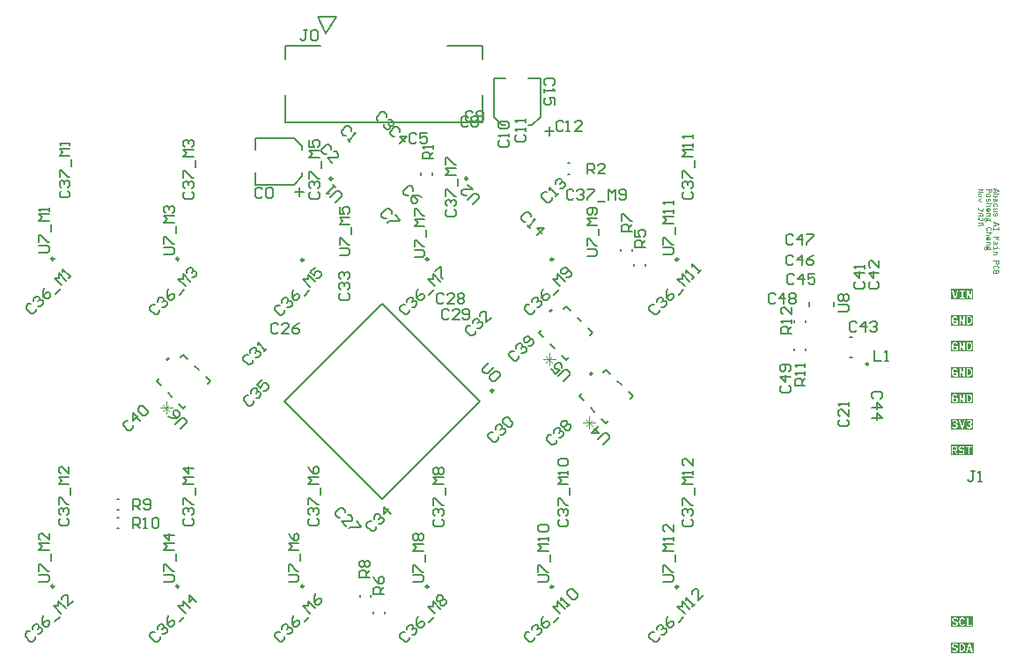
<source format=gto>
G04*
G04 #@! TF.GenerationSoftware,Altium Limited,Altium Designer,25.8.1 (18)*
G04*
G04 Layer_Color=65535*
%FSLAX25Y25*%
%MOIN*%
G70*
G04*
G04 #@! TF.SameCoordinates,05C96C20-E816-43A1-9C29-CF923D7A875C*
G04*
G04*
G04 #@! TF.FilePolarity,Positive*
G04*
G01*
G75*
%ADD10C,0.01000*%
%ADD11C,0.00984*%
%ADD12C,0.00600*%
%ADD13C,0.00787*%
%ADD14C,0.00300*%
%ADD15C,0.00602*%
%ADD16C,0.00604*%
G36*
X279480Y313358D02*
X278773Y314066D01*
X279833Y315126D01*
X280540Y314419D01*
X279480Y313358D01*
D02*
G37*
G36*
X439546Y307676D02*
X438839Y308383D01*
X439899Y309444D01*
X440607Y308737D01*
X439546Y307676D01*
D02*
G37*
G36*
X424362Y331692D02*
X423655Y332399D01*
X424715Y333460D01*
X425422Y332753D01*
X424362Y331692D01*
D02*
G37*
G36*
X588361Y378030D02*
X586738Y377410D01*
Y377383D01*
X588361D01*
Y377089D01*
X586255D01*
Y377523D01*
X587878Y378143D01*
Y378171D01*
X586255D01*
Y378465D01*
X588361D01*
Y378030D01*
D02*
G37*
G36*
X591564Y377640D02*
X591562Y377585D01*
X591556Y377534D01*
X591547Y377487D01*
X591537Y377442D01*
X591524Y377402D01*
X591509Y377363D01*
X591494Y377329D01*
X591479Y377300D01*
X591462Y377272D01*
X591447Y377249D01*
X591432Y377227D01*
X591419Y377212D01*
X591409Y377200D01*
X591400Y377189D01*
X591396Y377185D01*
X591394Y377182D01*
X591362Y377155D01*
X591326Y377129D01*
X591289Y377108D01*
X591251Y377091D01*
X591213Y377074D01*
X591174Y377061D01*
X591136Y377050D01*
X591100Y377042D01*
X591066Y377035D01*
X591032Y377031D01*
X591004Y377027D01*
X590978Y377025D01*
X590957Y377023D01*
X590942D01*
X590934D01*
X590930D01*
X590876Y377025D01*
X590825Y377029D01*
X590776Y377038D01*
X590731Y377048D01*
X590691Y377059D01*
X590653Y377074D01*
X590619Y377087D01*
X590587Y377101D01*
X590559Y377116D01*
X590533Y377131D01*
X590514Y377146D01*
X590497Y377157D01*
X590482Y377168D01*
X590474Y377176D01*
X590467Y377180D01*
X590465Y377182D01*
X590435Y377214D01*
X590410Y377246D01*
X590388Y377283D01*
X590369Y377321D01*
X590352Y377359D01*
X590340Y377398D01*
X590329Y377434D01*
X590318Y377470D01*
X590312Y377504D01*
X590305Y377536D01*
X590303Y377566D01*
X590299Y377591D01*
Y377611D01*
X590297Y377628D01*
Y378092D01*
X589458D01*
Y378429D01*
X591564D01*
Y377640D01*
D02*
G37*
G36*
X594254Y378007D02*
Y377544D01*
X592147Y376929D01*
Y377287D01*
X592710Y377449D01*
Y378117D01*
X592147Y378279D01*
Y378622D01*
X594254Y378007D01*
D02*
G37*
G36*
X590303Y376701D02*
X590369Y376695D01*
X590431Y376684D01*
X590489Y376671D01*
X590542Y376656D01*
X590591Y376639D01*
X590633Y376622D01*
X590674Y376605D01*
X590710Y376586D01*
X590742Y376569D01*
X590768Y376552D01*
X590789Y376537D01*
X590808Y376524D01*
X590819Y376516D01*
X590827Y376509D01*
X590829Y376507D01*
X590868Y376469D01*
X590902Y376428D01*
X590932Y376384D01*
X590955Y376339D01*
X590976Y376294D01*
X590996Y376250D01*
X591010Y376205D01*
X591021Y376162D01*
X591032Y376122D01*
X591038Y376083D01*
X591042Y376051D01*
X591047Y376022D01*
X591049Y375998D01*
X591051Y375979D01*
Y375964D01*
X591049Y375900D01*
X591040Y375840D01*
X591030Y375785D01*
X591015Y375734D01*
X590998Y375685D01*
X590978Y375640D01*
X590959Y375600D01*
X590938Y375564D01*
X590919Y375532D01*
X590898Y375502D01*
X590880Y375478D01*
X590863Y375459D01*
X590848Y375442D01*
X590838Y375432D01*
X590832Y375425D01*
X590829Y375423D01*
X590787Y375389D01*
X590742Y375359D01*
X590695Y375331D01*
X590646Y375310D01*
X590597Y375291D01*
X590546Y375274D01*
X590499Y375261D01*
X590452Y375251D01*
X590408Y375242D01*
X590367Y375236D01*
X590329Y375231D01*
X590297Y375229D01*
X590271Y375227D01*
X590252Y375225D01*
X590239D01*
X590237D01*
X590235D01*
X590167Y375227D01*
X590101Y375234D01*
X590041Y375244D01*
X589984Y375257D01*
X589930Y375272D01*
X589882Y375289D01*
X589837Y375306D01*
X589798Y375325D01*
X589762Y375342D01*
X589730Y375361D01*
X589705Y375378D01*
X589683Y375393D01*
X589666Y375404D01*
X589654Y375414D01*
X589645Y375421D01*
X589643Y375423D01*
X589605Y375461D01*
X589573Y375502D01*
X589543Y375545D01*
X589517Y375589D01*
X589496Y375634D01*
X589479Y375679D01*
X589464Y375723D01*
X589453Y375766D01*
X589443Y375806D01*
X589436Y375845D01*
X589432Y375877D01*
X589428Y375907D01*
X589426Y375930D01*
X589424Y375949D01*
Y375964D01*
X589428Y376028D01*
X589434Y376088D01*
X589445Y376143D01*
X589460Y376196D01*
X589477Y376243D01*
X589496Y376288D01*
X589515Y376328D01*
X589534Y376367D01*
X589556Y376399D01*
X589575Y376426D01*
X589594Y376452D01*
X589609Y376471D01*
X589624Y376486D01*
X589634Y376499D01*
X589641Y376505D01*
X589643Y376507D01*
X589685Y376541D01*
X589730Y376571D01*
X589777Y376597D01*
X589826Y376620D01*
X589875Y376639D01*
X589924Y376654D01*
X589973Y376667D01*
X590020Y376678D01*
X590065Y376686D01*
X590105Y376693D01*
X590141Y376697D01*
X590173Y376699D01*
X590199Y376701D01*
X590218Y376703D01*
X590231D01*
X590235D01*
X590303Y376701D01*
D02*
G37*
G36*
X587100D02*
X587166Y376695D01*
X587228Y376684D01*
X587286Y376671D01*
X587339Y376656D01*
X587388Y376639D01*
X587430Y376622D01*
X587471Y376605D01*
X587507Y376586D01*
X587539Y376569D01*
X587565Y376552D01*
X587586Y376537D01*
X587605Y376524D01*
X587616Y376516D01*
X587624Y376509D01*
X587626Y376507D01*
X587665Y376469D01*
X587699Y376428D01*
X587729Y376384D01*
X587752Y376339D01*
X587773Y376294D01*
X587792Y376250D01*
X587807Y376205D01*
X587818Y376162D01*
X587829Y376122D01*
X587835Y376083D01*
X587839Y376051D01*
X587844Y376022D01*
X587846Y375998D01*
X587848Y375979D01*
Y375964D01*
X587846Y375900D01*
X587837Y375840D01*
X587826Y375785D01*
X587812Y375734D01*
X587794Y375685D01*
X587775Y375640D01*
X587756Y375600D01*
X587735Y375564D01*
X587716Y375532D01*
X587694Y375502D01*
X587677Y375478D01*
X587660Y375459D01*
X587645Y375442D01*
X587635Y375432D01*
X587628Y375425D01*
X587626Y375423D01*
X587584Y375389D01*
X587539Y375359D01*
X587492Y375331D01*
X587443Y375310D01*
X587394Y375291D01*
X587343Y375274D01*
X587296Y375261D01*
X587249Y375251D01*
X587205Y375242D01*
X587164Y375236D01*
X587126Y375231D01*
X587094Y375229D01*
X587068Y375227D01*
X587049Y375225D01*
X587036D01*
X587034D01*
X587032D01*
X586964Y375227D01*
X586898Y375234D01*
X586838Y375244D01*
X586781Y375257D01*
X586727Y375272D01*
X586678Y375289D01*
X586634Y375306D01*
X586595Y375325D01*
X586559Y375342D01*
X586527Y375361D01*
X586502Y375378D01*
X586480Y375393D01*
X586463Y375404D01*
X586450Y375414D01*
X586442Y375421D01*
X586440Y375423D01*
X586402Y375461D01*
X586370Y375502D01*
X586340Y375545D01*
X586314Y375589D01*
X586293Y375634D01*
X586276Y375679D01*
X586261Y375723D01*
X586250Y375766D01*
X586240Y375806D01*
X586233Y375845D01*
X586229Y375877D01*
X586225Y375907D01*
X586223Y375930D01*
X586221Y375949D01*
Y375964D01*
X586225Y376028D01*
X586231Y376088D01*
X586242Y376143D01*
X586257Y376196D01*
X586274Y376243D01*
X586293Y376288D01*
X586312Y376328D01*
X586331Y376367D01*
X586352Y376399D01*
X586372Y376426D01*
X586391Y376452D01*
X586406Y376471D01*
X586421Y376486D01*
X586431Y376499D01*
X586438Y376505D01*
X586440Y376507D01*
X586482Y376541D01*
X586527Y376571D01*
X586574Y376597D01*
X586623Y376620D01*
X586672Y376639D01*
X586721Y376654D01*
X586770Y376667D01*
X586817Y376678D01*
X586862Y376686D01*
X586902Y376693D01*
X586938Y376697D01*
X586970Y376699D01*
X586996Y376701D01*
X587015Y376703D01*
X587028D01*
X587032D01*
X587100Y376701D01*
D02*
G37*
G36*
X594382Y376303D02*
X593440D01*
Y376284D01*
X593489Y376256D01*
X593534Y376226D01*
X593572Y376196D01*
X593602Y376166D01*
X593628Y376141D01*
X593645Y376119D01*
X593651Y376111D01*
X593655Y376105D01*
X593660Y376102D01*
Y376100D01*
X593687Y376054D01*
X593707Y376007D01*
X593721Y375958D01*
X593730Y375913D01*
X593736Y375872D01*
X593739Y375855D01*
Y375840D01*
X593741Y375830D01*
Y375813D01*
X593739Y375762D01*
X593732Y375715D01*
X593721Y375668D01*
X593709Y375627D01*
X593694Y375587D01*
X593675Y375551D01*
X593658Y375519D01*
X593638Y375489D01*
X593617Y375461D01*
X593600Y375440D01*
X593583Y375419D01*
X593566Y375404D01*
X593553Y375391D01*
X593542Y375380D01*
X593536Y375376D01*
X593534Y375374D01*
X593494Y375346D01*
X593449Y375321D01*
X593402Y375300D01*
X593351Y375280D01*
X593302Y375265D01*
X593251Y375253D01*
X593200Y375242D01*
X593153Y375234D01*
X593106Y375227D01*
X593063Y375221D01*
X593025Y375216D01*
X592991Y375214D01*
X592963D01*
X592942Y375212D01*
X592936D01*
X592929D01*
X592927D01*
X592925D01*
X592852Y375214D01*
X592784Y375221D01*
X592720Y375227D01*
X592661Y375238D01*
X592607Y375251D01*
X592556Y375263D01*
X592512Y375278D01*
X592471Y375293D01*
X592435Y375308D01*
X592405Y375323D01*
X592377Y375338D01*
X592356Y375348D01*
X592339Y375359D01*
X592328Y375368D01*
X592320Y375372D01*
X592318Y375374D01*
X592282Y375406D01*
X592250Y375438D01*
X592224Y375474D01*
X592201Y375510D01*
X592179Y375547D01*
X592162Y375583D01*
X592149Y375619D01*
X592139Y375653D01*
X592130Y375685D01*
X592124Y375717D01*
X592120Y375743D01*
X592118Y375766D01*
X592115Y375785D01*
X592113Y375800D01*
Y375813D01*
X592118Y375875D01*
X592126Y375930D01*
X592139Y375979D01*
X592154Y376019D01*
X592160Y376039D01*
X592167Y376054D01*
X592173Y376068D01*
X592179Y376079D01*
X592186Y376088D01*
X592188Y376094D01*
X592192Y376098D01*
Y376100D01*
X592224Y376141D01*
X592260Y376177D01*
X592297Y376209D01*
X592331Y376235D01*
X592362Y376256D01*
X592388Y376271D01*
X592399Y376277D01*
X592405Y376279D01*
X592409Y376284D01*
X592412D01*
Y376303D01*
X592147D01*
Y376631D01*
X594382D01*
Y376303D01*
D02*
G37*
G36*
X589901Y374675D02*
X589862Y374637D01*
X589828Y374597D01*
X589798Y374558D01*
X589775Y374522D01*
X589756Y374492D01*
X589741Y374467D01*
X589737Y374458D01*
X589732Y374452D01*
X589730Y374447D01*
Y374445D01*
X589711Y374394D01*
X589696Y374343D01*
X589685Y374292D01*
X589679Y374245D01*
X589677Y374224D01*
X589675Y374205D01*
X589673Y374188D01*
Y374173D01*
X589671Y374160D01*
Y374143D01*
X589673Y374085D01*
X589679Y374034D01*
X589688Y373990D01*
X589698Y373953D01*
X589707Y373923D01*
X589715Y373902D01*
X589720Y373896D01*
X589722Y373889D01*
X589724Y373885D01*
X589735Y373868D01*
X589747Y373853D01*
X589775Y373830D01*
X589803Y373811D01*
X589830Y373800D01*
X589856Y373792D01*
X589875Y373787D01*
X589884Y373785D01*
X589890D01*
X589892D01*
X589894D01*
X589928Y373789D01*
X589956Y373798D01*
X589980Y373809D01*
X589999Y373821D01*
X590014Y373834D01*
X590024Y373845D01*
X590028Y373853D01*
X590031Y373855D01*
X590045Y373881D01*
X590056Y373909D01*
X590065Y373938D01*
X590071Y373964D01*
X590075Y373987D01*
X590080Y374007D01*
X590082Y374019D01*
Y374024D01*
X590122Y374273D01*
X590129Y374320D01*
X590137Y374362D01*
X590148Y374405D01*
X590156Y374441D01*
X590165Y374471D01*
X590173Y374494D01*
X590175Y374503D01*
X590178Y374509D01*
X590180Y374514D01*
Y374516D01*
X590199Y374558D01*
X590220Y374597D01*
X590244Y374628D01*
X590265Y374658D01*
X590284Y374680D01*
X590301Y374697D01*
X590312Y374707D01*
X590316Y374712D01*
X590352Y374737D01*
X590393Y374756D01*
X590435Y374769D01*
X590476Y374780D01*
X590510Y374786D01*
X590527Y374788D01*
X590540D01*
X590550Y374790D01*
X590559D01*
X590563D01*
X590565D01*
X590608Y374788D01*
X590648Y374782D01*
X590687Y374771D01*
X590723Y374761D01*
X590755Y374746D01*
X590785Y374731D01*
X590812Y374716D01*
X590836Y374699D01*
X590857Y374682D01*
X590876Y374665D01*
X590891Y374650D01*
X590904Y374637D01*
X590914Y374626D01*
X590921Y374618D01*
X590925Y374611D01*
X590927Y374609D01*
X590949Y374575D01*
X590968Y374537D01*
X590985Y374499D01*
X591000Y374458D01*
X591010Y374418D01*
X591021Y374379D01*
X591036Y374301D01*
X591040Y374266D01*
X591045Y374232D01*
X591047Y374203D01*
X591049Y374177D01*
X591051Y374158D01*
Y374128D01*
X591049Y374049D01*
X591040Y373977D01*
X591036Y373945D01*
X591032Y373913D01*
X591025Y373885D01*
X591019Y373860D01*
X591012Y373836D01*
X591008Y373815D01*
X591002Y373796D01*
X590998Y373781D01*
X590993Y373768D01*
X590989Y373760D01*
X590987Y373755D01*
Y373753D01*
X590961Y373696D01*
X590932Y373644D01*
X590902Y373598D01*
X590872Y373559D01*
X590846Y373530D01*
X590836Y373517D01*
X590825Y373506D01*
X590817Y373498D01*
X590810Y373491D01*
X590808Y373489D01*
X590806Y373487D01*
X590614Y373670D01*
X590640Y373696D01*
X590665Y373723D01*
X590687Y373753D01*
X590706Y373781D01*
X590721Y373806D01*
X590731Y373826D01*
X590736Y373834D01*
X590740Y373840D01*
X590742Y373843D01*
Y373845D01*
X590761Y373889D01*
X590774Y373938D01*
X590785Y373987D01*
X590793Y374034D01*
X590797Y374075D01*
X590800Y374094D01*
Y374109D01*
X590802Y374122D01*
Y374139D01*
X590800Y374196D01*
X590793Y374245D01*
X590782Y374288D01*
X590774Y374322D01*
X590763Y374349D01*
X590755Y374369D01*
X590748Y374379D01*
X590746Y374384D01*
X590725Y374411D01*
X590702Y374433D01*
X590676Y374447D01*
X590650Y374458D01*
X590627Y374465D01*
X590610Y374467D01*
X590597Y374469D01*
X590595D01*
X590593D01*
X590559Y374465D01*
X590529Y374456D01*
X590506Y374445D01*
X590486Y374433D01*
X590472Y374420D01*
X590463Y374409D01*
X590457Y374401D01*
X590454Y374398D01*
X590442Y374371D01*
X590431Y374343D01*
X590422Y374315D01*
X590416Y374288D01*
X590412Y374266D01*
X590408Y374247D01*
X590406Y374235D01*
Y374230D01*
X590365Y373981D01*
X590359Y373934D01*
X590350Y373889D01*
X590340Y373849D01*
X590329Y373813D01*
X590320Y373781D01*
X590312Y373757D01*
X590310Y373749D01*
X590308Y373743D01*
X590305Y373740D01*
Y373738D01*
X590288Y373696D01*
X590267Y373657D01*
X590246Y373623D01*
X590224Y373595D01*
X590203Y373572D01*
X590188Y373555D01*
X590178Y373547D01*
X590173Y373542D01*
X590137Y373517D01*
X590097Y373498D01*
X590056Y373483D01*
X590016Y373474D01*
X589980Y373468D01*
X589965Y373466D01*
X589950D01*
X589939Y373463D01*
X589930D01*
X589926D01*
X589924D01*
X589882Y373466D01*
X589841Y373472D01*
X589803Y373481D01*
X589767Y373493D01*
X589735Y373506D01*
X589705Y373523D01*
X589677Y373538D01*
X589651Y373555D01*
X589630Y373572D01*
X589611Y373589D01*
X589594Y373604D01*
X589579Y373619D01*
X589568Y373630D01*
X589562Y373638D01*
X589558Y373644D01*
X589556Y373647D01*
X589532Y373681D01*
X589513Y373719D01*
X589496Y373760D01*
X589481Y373800D01*
X589468Y373843D01*
X589458Y373883D01*
X589441Y373964D01*
X589436Y374002D01*
X589432Y374036D01*
X589428Y374066D01*
X589426Y374094D01*
Y374115D01*
X589424Y374132D01*
Y374147D01*
X589428Y374239D01*
X589430Y374281D01*
X589436Y374322D01*
X589443Y374360D01*
X589449Y374396D01*
X589456Y374430D01*
X589464Y374460D01*
X589470Y374488D01*
X589477Y374511D01*
X589483Y374533D01*
X589490Y374552D01*
X589496Y374565D01*
X589498Y374575D01*
X589502Y374582D01*
Y374584D01*
X589534Y374650D01*
X589571Y374707D01*
X589607Y374759D01*
X589624Y374780D01*
X589641Y374801D01*
X589656Y374818D01*
X589673Y374835D01*
X589685Y374848D01*
X589696Y374859D01*
X589707Y374869D01*
X589713Y374876D01*
X589717Y374878D01*
X589720Y374880D01*
X589901Y374675D01*
D02*
G37*
G36*
X587812Y374571D02*
X587153Y374356D01*
X586527Y374154D01*
Y374136D01*
X587153Y373934D01*
X587812Y373719D01*
Y373391D01*
X586255Y373949D01*
Y374354D01*
X587812Y374912D01*
Y374571D01*
D02*
G37*
G36*
X592622Y374873D02*
X592663Y374869D01*
X592699Y374861D01*
X592731Y374850D01*
X592763Y374837D01*
X592791Y374825D01*
X592816Y374810D01*
X592840Y374793D01*
X592861Y374778D01*
X592878Y374763D01*
X592893Y374748D01*
X592906Y374735D01*
X592914Y374724D01*
X592921Y374716D01*
X592925Y374712D01*
X592927Y374710D01*
X592948Y374675D01*
X592967Y374639D01*
X592982Y374599D01*
X592995Y374556D01*
X593016Y374471D01*
X593031Y374388D01*
X593036Y374349D01*
X593040Y374311D01*
X593042Y374279D01*
X593044Y374252D01*
X593046Y374226D01*
Y373894D01*
X593168D01*
X593223Y373898D01*
X593270Y373906D01*
X593310Y373921D01*
X593344Y373936D01*
X593370Y373951D01*
X593389Y373966D01*
X593400Y373975D01*
X593404Y373979D01*
X593432Y374013D01*
X593451Y374054D01*
X593466Y374094D01*
X593474Y374136D01*
X593481Y374173D01*
X593483Y374188D01*
Y374203D01*
X593485Y374213D01*
Y374230D01*
X593483Y374284D01*
X593474Y374330D01*
X593466Y374373D01*
X593455Y374407D01*
X593445Y374437D01*
X593434Y374458D01*
X593432Y374465D01*
X593428Y374471D01*
X593425Y374473D01*
Y374475D01*
X593402Y374509D01*
X593376Y374541D01*
X593351Y374567D01*
X593325Y374590D01*
X593304Y374607D01*
X593287Y374622D01*
X593274Y374631D01*
X593272Y374633D01*
X593270D01*
X593430Y374829D01*
X593453Y374816D01*
X593476Y374801D01*
X593519Y374765D01*
X593555Y374729D01*
X593587Y374693D01*
X593615Y374658D01*
X593623Y374643D01*
X593634Y374631D01*
X593641Y374620D01*
X593645Y374611D01*
X593649Y374607D01*
Y374605D01*
X593679Y374543D01*
X593700Y374475D01*
X593717Y374407D01*
X593728Y374343D01*
X593732Y374313D01*
X593736Y374288D01*
X593739Y374262D01*
Y374241D01*
X593741Y374224D01*
Y374200D01*
X593739Y374145D01*
X593734Y374094D01*
X593728Y374047D01*
X593719Y374002D01*
X593707Y373960D01*
X593696Y373921D01*
X593683Y373887D01*
X593670Y373855D01*
X593655Y373828D01*
X593643Y373804D01*
X593632Y373783D01*
X593621Y373766D01*
X593611Y373753D01*
X593604Y373745D01*
X593600Y373738D01*
X593598Y373736D01*
X593570Y373706D01*
X593540Y373681D01*
X593508Y373657D01*
X593474Y373638D01*
X593440Y373621D01*
X593406Y373608D01*
X593374Y373598D01*
X593340Y373587D01*
X593310Y373581D01*
X593281Y373574D01*
X593255Y373572D01*
X593234Y373568D01*
X593215D01*
X593202Y373566D01*
X593191D01*
X593189D01*
X592405D01*
Y373368D01*
X592147D01*
Y373570D01*
X592149Y373619D01*
X592158Y373664D01*
X592169Y373700D01*
X592184Y373730D01*
X592196Y373753D01*
X592207Y373770D01*
X592215Y373781D01*
X592218Y373785D01*
X592247Y373809D01*
X592277Y373830D01*
X592309Y373845D01*
X592339Y373855D01*
X592367Y373862D01*
X592388Y373866D01*
X592397Y373868D01*
X592403Y373870D01*
X592405D01*
X592407D01*
Y373885D01*
X592358Y373906D01*
X592313Y373930D01*
X592277Y373958D01*
X592245Y373985D01*
X592222Y374011D01*
X592205Y374032D01*
X592199Y374041D01*
X592194Y374047D01*
X592190Y374049D01*
Y374051D01*
X592164Y374098D01*
X592145Y374149D01*
X592133Y374200D01*
X592124Y374247D01*
X592118Y374290D01*
X592115Y374307D01*
Y374324D01*
X592113Y374337D01*
Y374354D01*
X592115Y374398D01*
X592118Y374439D01*
X592124Y374477D01*
X592133Y374516D01*
X592141Y374550D01*
X592152Y374580D01*
X592162Y374609D01*
X592175Y374635D01*
X592186Y374658D01*
X592196Y374677D01*
X592207Y374695D01*
X592215Y374710D01*
X592224Y374720D01*
X592231Y374729D01*
X592233Y374733D01*
X592235Y374735D01*
X592258Y374759D01*
X592286Y374780D01*
X592313Y374799D01*
X592341Y374816D01*
X592371Y374829D01*
X592399Y374839D01*
X592454Y374856D01*
X592480Y374863D01*
X592505Y374867D01*
X592526Y374871D01*
X592546Y374873D01*
X592561D01*
X592571Y374876D01*
X592580D01*
X592582D01*
X592622Y374873D01*
D02*
G37*
G36*
X592993Y373018D02*
X593059Y373012D01*
X593121Y373001D01*
X593178Y372989D01*
X593232Y372973D01*
X593281Y372956D01*
X593323Y372939D01*
X593364Y372922D01*
X593400Y372903D01*
X593432Y372886D01*
X593457Y372869D01*
X593479Y372854D01*
X593498Y372842D01*
X593508Y372833D01*
X593517Y372827D01*
X593519Y372824D01*
X593557Y372786D01*
X593591Y372746D01*
X593621Y372703D01*
X593645Y372658D01*
X593666Y372614D01*
X593685Y372569D01*
X593700Y372524D01*
X593711Y372481D01*
X593721Y372441D01*
X593728Y372403D01*
X593732Y372371D01*
X593736Y372341D01*
X593739Y372318D01*
X593741Y372298D01*
Y372283D01*
X593739Y372239D01*
X593736Y372198D01*
X593730Y372160D01*
X593724Y372122D01*
X593715Y372088D01*
X593707Y372056D01*
X593698Y372028D01*
X593689Y372000D01*
X593679Y371977D01*
X593670Y371957D01*
X593662Y371938D01*
X593653Y371923D01*
X593647Y371913D01*
X593643Y371904D01*
X593641Y371900D01*
X593638Y371898D01*
X593598Y371845D01*
X593555Y371800D01*
X593511Y371762D01*
X593468Y371732D01*
X593430Y371706D01*
X593415Y371698D01*
X593400Y371689D01*
X593389Y371685D01*
X593378Y371681D01*
X593374Y371676D01*
X593372D01*
X593234Y371934D01*
X593272Y371951D01*
X593308Y371970D01*
X593338Y371992D01*
X593362Y372013D01*
X593381Y372032D01*
X593396Y372047D01*
X593404Y372058D01*
X593406Y372062D01*
X593428Y372096D01*
X593442Y372134D01*
X593453Y372170D01*
X593462Y372205D01*
X593466Y372237D01*
X593468Y372260D01*
X593470Y372271D01*
Y372283D01*
X593468Y372318D01*
X593464Y372349D01*
X593451Y372407D01*
X593442Y372435D01*
X593432Y372458D01*
X593421Y372479D01*
X593410Y372498D01*
X593400Y372516D01*
X593391Y372531D01*
X593381Y372543D01*
X593372Y372554D01*
X593366Y372562D01*
X593359Y372569D01*
X593357Y372571D01*
X593355Y372573D01*
X593334Y372590D01*
X593310Y372607D01*
X593261Y372633D01*
X593212Y372652D01*
X593163Y372663D01*
X593121Y372671D01*
X593102Y372673D01*
X593087Y372675D01*
X593074Y372677D01*
X593063D01*
X593057D01*
X593055D01*
X592797D01*
X592763Y372675D01*
X592731Y372673D01*
X592671Y372660D01*
X592620Y372643D01*
X592597Y372635D01*
X592578Y372624D01*
X592558Y372616D01*
X592541Y372605D01*
X592529Y372597D01*
X592518Y372588D01*
X592510Y372582D01*
X592501Y372577D01*
X592499Y372575D01*
X592497Y372573D01*
X592478Y372552D01*
X592460Y372531D01*
X592446Y372507D01*
X592433Y372484D01*
X592412Y372435D01*
X592399Y372386D01*
X592388Y372343D01*
X592386Y372326D01*
X592384Y372309D01*
Y372296D01*
X592382Y372286D01*
Y372277D01*
X592386Y372226D01*
X592392Y372179D01*
X592405Y372139D01*
X592416Y372105D01*
X592428Y372077D01*
X592439Y372058D01*
X592448Y372045D01*
X592450Y372041D01*
X592478Y372007D01*
X592505Y371979D01*
X592537Y371953D01*
X592565Y371932D01*
X592590Y371915D01*
X592612Y371904D01*
X592620Y371900D01*
X592627Y371896D01*
X592629Y371894D01*
X592631D01*
X592482Y371653D01*
X592422Y371685D01*
X592371Y371721D01*
X592324Y371759D01*
X592286Y371796D01*
X592256Y371830D01*
X592243Y371845D01*
X592235Y371857D01*
X592226Y371868D01*
X592220Y371877D01*
X592218Y371881D01*
X592215Y371883D01*
X592199Y371913D01*
X592181Y371945D01*
X592158Y372011D01*
X592139Y372077D01*
X592126Y372139D01*
X592122Y372168D01*
X592120Y372196D01*
X592118Y372219D01*
X592115Y372241D01*
X592113Y372258D01*
Y372281D01*
X592118Y372345D01*
X592124Y372405D01*
X592135Y372462D01*
X592149Y372516D01*
X592167Y372562D01*
X592186Y372607D01*
X592205Y372650D01*
X592224Y372686D01*
X592245Y372718D01*
X592265Y372746D01*
X592284Y372771D01*
X592299Y372790D01*
X592313Y372805D01*
X592324Y372818D01*
X592331Y372824D01*
X592333Y372827D01*
X592375Y372861D01*
X592420Y372890D01*
X592467Y372916D01*
X592516Y372937D01*
X592565Y372956D01*
X592614Y372971D01*
X592663Y372984D01*
X592710Y372995D01*
X592754Y373003D01*
X592795Y373010D01*
X592831Y373014D01*
X592863Y373016D01*
X592889Y373018D01*
X592908Y373020D01*
X592921D01*
X592925D01*
X592993Y373018D01*
D02*
G37*
G36*
X591692Y372663D02*
X590751D01*
Y372648D01*
X590795Y372626D01*
X590836Y372603D01*
X590872Y372577D01*
X590904Y372552D01*
X590927Y372531D01*
X590946Y372511D01*
X590957Y372498D01*
X590961Y372496D01*
Y372494D01*
X590991Y372452D01*
X591012Y372403D01*
X591027Y372354D01*
X591038Y372305D01*
X591047Y372262D01*
X591049Y372243D01*
Y372228D01*
X591051Y372215D01*
Y372196D01*
X591049Y372153D01*
X591045Y372111D01*
X591036Y372073D01*
X591027Y372036D01*
X591015Y372002D01*
X591002Y371970D01*
X590989Y371943D01*
X590974Y371917D01*
X590959Y371894D01*
X590946Y371874D01*
X590934Y371857D01*
X590921Y371843D01*
X590912Y371832D01*
X590904Y371823D01*
X590900Y371819D01*
X590898Y371817D01*
X590868Y371791D01*
X590836Y371770D01*
X590800Y371751D01*
X590765Y371734D01*
X590729Y371721D01*
X590693Y371708D01*
X590623Y371691D01*
X590589Y371685D01*
X590559Y371681D01*
X590531Y371676D01*
X590508Y371674D01*
X590489D01*
X590474Y371672D01*
X590465D01*
X590461D01*
X589458D01*
Y372000D01*
X590412D01*
X590446Y372002D01*
X590478Y372004D01*
X590506Y372009D01*
X590533Y372013D01*
X590559Y372019D01*
X590582Y372028D01*
X590601Y372034D01*
X590621Y372043D01*
X590638Y372049D01*
X590653Y372058D01*
X590663Y372064D01*
X590674Y372070D01*
X590680Y372075D01*
X590687Y372079D01*
X590691Y372083D01*
X590708Y372098D01*
X590723Y372117D01*
X590744Y372156D01*
X590761Y372194D01*
X590774Y372234D01*
X590780Y372269D01*
X590782Y372283D01*
Y372298D01*
X590785Y372309D01*
Y372324D01*
X590782Y372371D01*
X590774Y372415D01*
X590763Y372456D01*
X590751Y372490D01*
X590738Y372518D01*
X590727Y372539D01*
X590723Y372545D01*
X590719Y372552D01*
X590717Y372554D01*
Y372556D01*
X590704Y372573D01*
X590689Y372590D01*
X590657Y372616D01*
X590623Y372633D01*
X590591Y372648D01*
X590561Y372656D01*
X590538Y372660D01*
X590527D01*
X590520Y372663D01*
X590516D01*
X590514D01*
X589458D01*
Y372991D01*
X591692D01*
Y372663D01*
D02*
G37*
G36*
X587933Y371252D02*
X587980Y371231D01*
X588022Y371210D01*
X588061Y371186D01*
X588093Y371167D01*
X588105Y371159D01*
X588116Y371152D01*
X588125Y371146D01*
X588131Y371142D01*
X588133Y371137D01*
X588135D01*
X588178Y371101D01*
X588214Y371063D01*
X588246Y371023D01*
X588274Y370986D01*
X588295Y370952D01*
X588304Y370937D01*
X588310Y370924D01*
X588316Y370916D01*
X588321Y370907D01*
X588323Y370903D01*
Y370901D01*
X588346Y370844D01*
X588365Y370782D01*
X588378Y370722D01*
X588387Y370667D01*
X588391Y370639D01*
X588393Y370616D01*
X588395Y370594D01*
Y370577D01*
X588397Y370562D01*
Y370541D01*
X588395Y370481D01*
X588389Y370424D01*
X588380Y370371D01*
X588368Y370322D01*
X588355Y370277D01*
X588340Y370236D01*
X588325Y370198D01*
X588308Y370164D01*
X588293Y370134D01*
X588276Y370107D01*
X588263Y370085D01*
X588250Y370066D01*
X588238Y370053D01*
X588229Y370043D01*
X588225Y370036D01*
X588223Y370034D01*
X588191Y370002D01*
X588155Y369977D01*
X588118Y369951D01*
X588082Y369932D01*
X588044Y369915D01*
X588007Y369900D01*
X587971Y369889D01*
X587937Y369879D01*
X587905Y369872D01*
X587876Y369866D01*
X587848Y369864D01*
X587824Y369860D01*
X587805D01*
X587792Y369857D01*
X587782D01*
X587780D01*
X587733Y369860D01*
X587690Y369864D01*
X587645Y369872D01*
X587605Y369881D01*
X587567Y369894D01*
X587530Y369904D01*
X587496Y369917D01*
X587466Y369932D01*
X587437Y369945D01*
X587413Y369957D01*
X587390Y369970D01*
X587373Y369981D01*
X587358Y369989D01*
X587347Y369996D01*
X587341Y370000D01*
X587339Y370002D01*
X587268Y370058D01*
X587200Y370117D01*
X587139Y370179D01*
X587111Y370209D01*
X587083Y370236D01*
X587060Y370262D01*
X587036Y370288D01*
X587017Y370309D01*
X587002Y370328D01*
X586987Y370345D01*
X586979Y370356D01*
X586972Y370364D01*
X586970Y370366D01*
X586540Y370878D01*
Y369787D01*
X586255D01*
Y371242D01*
X586576D01*
X587177Y370554D01*
X587230Y370496D01*
X587279Y370445D01*
X587326Y370403D01*
X587368Y370366D01*
X587403Y370339D01*
X587418Y370328D01*
X587428Y370320D01*
X587439Y370311D01*
X587445Y370307D01*
X587450Y370303D01*
X587452D01*
X587503Y370273D01*
X587552Y370251D01*
X587599Y370234D01*
X587639Y370224D01*
X587675Y370215D01*
X587690Y370213D01*
X587703D01*
X587714Y370211D01*
X587720D01*
X587724D01*
X587726D01*
X587760D01*
X587820Y370215D01*
X587871Y370226D01*
X587914Y370241D01*
X587950Y370258D01*
X587978Y370275D01*
X587997Y370290D01*
X588010Y370300D01*
X588014Y370303D01*
Y370305D01*
X588044Y370341D01*
X588065Y370384D01*
X588082Y370426D01*
X588093Y370469D01*
X588101Y370505D01*
X588103Y370522D01*
Y370537D01*
X588105Y370548D01*
Y370565D01*
X588101Y370626D01*
X588089Y370679D01*
X588074Y370726D01*
X588057Y370765D01*
X588039Y370795D01*
X588031Y370807D01*
X588025Y370818D01*
X588018Y370824D01*
X588014Y370831D01*
X588012Y370833D01*
X588010Y370835D01*
X587973Y370869D01*
X587935Y370897D01*
X587895Y370920D01*
X587858Y370939D01*
X587824Y370954D01*
X587809Y370961D01*
X587797Y370965D01*
X587788Y370969D01*
X587780Y370971D01*
X587775Y370973D01*
X587773D01*
X587884Y371269D01*
X587933Y371252D01*
D02*
G37*
G36*
X593704Y370865D02*
X592750D01*
X592716Y370863D01*
X592684Y370861D01*
X592657Y370856D01*
X592629Y370850D01*
X592603Y370844D01*
X592580Y370837D01*
X592561Y370831D01*
X592541Y370822D01*
X592524Y370816D01*
X592512Y370807D01*
X592499Y370801D01*
X592488Y370795D01*
X592482Y370788D01*
X592475Y370786D01*
X592473Y370782D01*
X592471D01*
X592454Y370765D01*
X592441Y370748D01*
X592418Y370709D01*
X592401Y370671D01*
X592390Y370631D01*
X592382Y370597D01*
X592380Y370582D01*
Y370567D01*
X592377Y370556D01*
Y370541D01*
X592380Y370492D01*
X592388Y370449D01*
X592399Y370409D01*
X592412Y370375D01*
X592422Y370347D01*
X592433Y370326D01*
X592437Y370320D01*
X592441Y370313D01*
X592444Y370311D01*
Y370309D01*
X592456Y370292D01*
X592471Y370275D01*
X592505Y370249D01*
X592537Y370230D01*
X592571Y370217D01*
X592601Y370209D01*
X592627Y370204D01*
X592635D01*
X592642Y370202D01*
X592646D01*
X592648D01*
X593704D01*
Y369874D01*
X592147D01*
Y370202D01*
X592412D01*
Y370217D01*
X592367Y370239D01*
X592326Y370262D01*
X592290Y370288D01*
X592258Y370313D01*
X592235Y370337D01*
X592215Y370356D01*
X592205Y370369D01*
X592201Y370371D01*
Y370373D01*
X592173Y370415D01*
X592152Y370462D01*
X592135Y370511D01*
X592126Y370560D01*
X592118Y370603D01*
X592115Y370622D01*
Y370637D01*
X592113Y370650D01*
Y370669D01*
X592115Y370711D01*
X592120Y370754D01*
X592128Y370792D01*
X592137Y370829D01*
X592147Y370863D01*
X592160Y370895D01*
X592175Y370922D01*
X592190Y370948D01*
X592203Y370971D01*
X592218Y370993D01*
X592231Y371010D01*
X592241Y371025D01*
X592250Y371035D01*
X592258Y371044D01*
X592262Y371048D01*
X592265Y371050D01*
X592294Y371076D01*
X592328Y371097D01*
X592362Y371116D01*
X592397Y371131D01*
X592433Y371146D01*
X592471Y371157D01*
X592541Y371174D01*
X592573Y371180D01*
X592603Y371184D01*
X592631Y371189D01*
X592654Y371191D01*
X592673D01*
X592688Y371193D01*
X592699D01*
X592701D01*
X593704D01*
Y370865D01*
D02*
G37*
G36*
X590303Y371248D02*
X590367Y371240D01*
X590429Y371231D01*
X590486Y371216D01*
X590540Y371201D01*
X590589Y371184D01*
X590633Y371167D01*
X590674Y371148D01*
X590710Y371131D01*
X590742Y371112D01*
X590768Y371095D01*
X590789Y371080D01*
X590808Y371067D01*
X590819Y371059D01*
X590827Y371052D01*
X590829Y371050D01*
X590868Y371012D01*
X590902Y370971D01*
X590932Y370929D01*
X590955Y370884D01*
X590976Y370839D01*
X590996Y370795D01*
X591010Y370752D01*
X591021Y370709D01*
X591032Y370671D01*
X591038Y370635D01*
X591042Y370601D01*
X591047Y370573D01*
X591049Y370550D01*
X591051Y370533D01*
Y370518D01*
X591049Y370456D01*
X591040Y370398D01*
X591030Y370345D01*
X591015Y370294D01*
X591000Y370247D01*
X590981Y370204D01*
X590961Y370166D01*
X590942Y370130D01*
X590921Y370098D01*
X590902Y370070D01*
X590885Y370047D01*
X590870Y370028D01*
X590855Y370013D01*
X590844Y370002D01*
X590838Y369996D01*
X590836Y369994D01*
X590795Y369960D01*
X590753Y369932D01*
X590706Y369906D01*
X590661Y369883D01*
X590614Y369866D01*
X590567Y369849D01*
X590523Y369836D01*
X590478Y369828D01*
X590437Y369819D01*
X590399Y369813D01*
X590365Y369808D01*
X590335Y369806D01*
X590312Y369804D01*
X590293Y369802D01*
X590282D01*
X590278D01*
X590156D01*
Y370920D01*
X590103D01*
X590069Y370918D01*
X590037Y370914D01*
X589977Y370901D01*
X589926Y370882D01*
X589905Y370873D01*
X589884Y370863D01*
X589864Y370852D01*
X589850Y370841D01*
X589835Y370831D01*
X589824Y370822D01*
X589816Y370816D01*
X589809Y370810D01*
X589805Y370807D01*
X589803Y370805D01*
X589783Y370782D01*
X589764Y370758D01*
X589749Y370733D01*
X589737Y370707D01*
X589715Y370654D01*
X589703Y370603D01*
X589696Y370579D01*
X589692Y370556D01*
X589690Y370537D01*
X589688Y370520D01*
Y370505D01*
X589685Y370494D01*
Y370486D01*
X589690Y370432D01*
X589696Y370384D01*
X589707Y370339D01*
X589720Y370300D01*
X589730Y370271D01*
X589737Y370258D01*
X589741Y370247D01*
X589745Y370239D01*
X589749Y370232D01*
X589752Y370230D01*
Y370228D01*
X589777Y370190D01*
X589807Y370156D01*
X589835Y370126D01*
X589862Y370100D01*
X589888Y370079D01*
X589907Y370066D01*
X589916Y370060D01*
X589922Y370055D01*
X589924Y370053D01*
X589926D01*
X589743Y369849D01*
X589694Y369881D01*
X589649Y369919D01*
X589611Y369960D01*
X589577Y369998D01*
X589551Y370034D01*
X589541Y370049D01*
X589532Y370064D01*
X589524Y370075D01*
X589519Y370083D01*
X589517Y370087D01*
X589515Y370090D01*
X589485Y370153D01*
X589464Y370222D01*
X589447Y370288D01*
X589436Y370352D01*
X589432Y370381D01*
X589430Y370407D01*
X589428Y370430D01*
X589426Y370452D01*
X589424Y370469D01*
Y370492D01*
X589428Y370558D01*
X589434Y370620D01*
X589445Y370677D01*
X589460Y370733D01*
X589477Y370782D01*
X589496Y370829D01*
X589515Y370871D01*
X589534Y370907D01*
X589556Y370941D01*
X589575Y370971D01*
X589594Y370995D01*
X589609Y371016D01*
X589624Y371031D01*
X589634Y371044D01*
X589641Y371050D01*
X589643Y371052D01*
X589685Y371086D01*
X589730Y371116D01*
X589777Y371144D01*
X589826Y371165D01*
X589875Y371184D01*
X589924Y371201D01*
X589973Y371214D01*
X590018Y371225D01*
X590063Y371233D01*
X590103Y371240D01*
X590139Y371244D01*
X590171Y371246D01*
X590197Y371248D01*
X590216Y371250D01*
X590229D01*
X590233D01*
X590303Y371248D01*
D02*
G37*
G36*
X592590Y369237D02*
X592552Y369199D01*
X592518Y369159D01*
X592488Y369120D01*
X592465Y369084D01*
X592446Y369054D01*
X592431Y369029D01*
X592426Y369020D01*
X592422Y369014D01*
X592420Y369010D01*
Y369007D01*
X592401Y368956D01*
X592386Y368905D01*
X592375Y368854D01*
X592369Y368807D01*
X592367Y368786D01*
X592365Y368767D01*
X592362Y368750D01*
Y368735D01*
X592360Y368722D01*
Y368705D01*
X592362Y368648D01*
X592369Y368596D01*
X592377Y368552D01*
X592388Y368515D01*
X592397Y368486D01*
X592405Y368464D01*
X592409Y368458D01*
X592412Y368451D01*
X592414Y368447D01*
X592424Y368430D01*
X592437Y368415D01*
X592465Y368392D01*
X592492Y368373D01*
X592520Y368362D01*
X592546Y368354D01*
X592565Y368349D01*
X592573Y368347D01*
X592580D01*
X592582D01*
X592584D01*
X592618Y368351D01*
X592646Y368360D01*
X592669Y368371D01*
X592688Y368383D01*
X592703Y368396D01*
X592714Y368407D01*
X592718Y368415D01*
X592720Y368418D01*
X592735Y368443D01*
X592746Y368471D01*
X592754Y368500D01*
X592761Y368526D01*
X592765Y368549D01*
X592769Y368569D01*
X592771Y368582D01*
Y368586D01*
X592812Y368835D01*
X592818Y368882D01*
X592827Y368924D01*
X592837Y368967D01*
X592846Y369003D01*
X592855Y369033D01*
X592863Y369057D01*
X592865Y369065D01*
X592867Y369071D01*
X592870Y369076D01*
Y369078D01*
X592889Y369120D01*
X592910Y369159D01*
X592933Y369191D01*
X592955Y369220D01*
X592974Y369242D01*
X592991Y369259D01*
X593002Y369269D01*
X593006Y369274D01*
X593042Y369299D01*
X593083Y369319D01*
X593125Y369331D01*
X593165Y369342D01*
X593200Y369348D01*
X593217Y369350D01*
X593229D01*
X593240Y369353D01*
X593249D01*
X593253D01*
X593255D01*
X593298Y369350D01*
X593338Y369344D01*
X593376Y369333D01*
X593413Y369323D01*
X593445Y369308D01*
X593474Y369293D01*
X593502Y369278D01*
X593526Y369261D01*
X593547Y369244D01*
X593566Y369227D01*
X593581Y369212D01*
X593594Y369199D01*
X593604Y369188D01*
X593611Y369180D01*
X593615Y369174D01*
X593617Y369172D01*
X593638Y369137D01*
X593658Y369099D01*
X593675Y369061D01*
X593689Y369020D01*
X593700Y368980D01*
X593711Y368941D01*
X593726Y368863D01*
X593730Y368829D01*
X593734Y368794D01*
X593736Y368765D01*
X593739Y368739D01*
X593741Y368720D01*
Y368690D01*
X593739Y368611D01*
X593730Y368539D01*
X593726Y368507D01*
X593721Y368475D01*
X593715Y368447D01*
X593709Y368422D01*
X593702Y368398D01*
X593698Y368377D01*
X593692Y368358D01*
X593687Y368343D01*
X593683Y368330D01*
X593679Y368322D01*
X593677Y368317D01*
Y368315D01*
X593651Y368258D01*
X593621Y368207D01*
X593591Y368160D01*
X593562Y368121D01*
X593536Y368092D01*
X593526Y368079D01*
X593515Y368068D01*
X593506Y368060D01*
X593500Y368053D01*
X593498Y368051D01*
X593496Y368049D01*
X593304Y368232D01*
X593329Y368258D01*
X593355Y368285D01*
X593376Y368315D01*
X593396Y368343D01*
X593410Y368369D01*
X593421Y368388D01*
X593425Y368396D01*
X593430Y368403D01*
X593432Y368405D01*
Y368407D01*
X593451Y368451D01*
X593464Y368500D01*
X593474Y368549D01*
X593483Y368596D01*
X593487Y368637D01*
X593489Y368656D01*
Y368671D01*
X593491Y368684D01*
Y368701D01*
X593489Y368758D01*
X593483Y368807D01*
X593472Y368850D01*
X593464Y368884D01*
X593453Y368912D01*
X593445Y368931D01*
X593438Y368941D01*
X593436Y368946D01*
X593415Y368973D01*
X593391Y368995D01*
X593366Y369010D01*
X593340Y369020D01*
X593317Y369027D01*
X593300Y369029D01*
X593287Y369031D01*
X593285D01*
X593283D01*
X593249Y369027D01*
X593219Y369018D01*
X593195Y369007D01*
X593176Y368995D01*
X593161Y368982D01*
X593153Y368971D01*
X593146Y368963D01*
X593144Y368961D01*
X593131Y368933D01*
X593121Y368905D01*
X593112Y368878D01*
X593106Y368850D01*
X593102Y368829D01*
X593097Y368809D01*
X593095Y368797D01*
Y368792D01*
X593055Y368543D01*
X593048Y368496D01*
X593040Y368451D01*
X593029Y368411D01*
X593019Y368375D01*
X593010Y368343D01*
X593002Y368320D01*
X592999Y368311D01*
X592997Y368305D01*
X592995Y368302D01*
Y368300D01*
X592978Y368258D01*
X592957Y368219D01*
X592936Y368185D01*
X592914Y368158D01*
X592893Y368134D01*
X592878Y368117D01*
X592867Y368109D01*
X592863Y368104D01*
X592827Y368079D01*
X592786Y368060D01*
X592746Y368045D01*
X592705Y368036D01*
X592669Y368030D01*
X592654Y368028D01*
X592639D01*
X592629Y368026D01*
X592620D01*
X592616D01*
X592614D01*
X592571Y368028D01*
X592531Y368034D01*
X592492Y368043D01*
X592456Y368055D01*
X592424Y368068D01*
X592394Y368085D01*
X592367Y368100D01*
X592341Y368117D01*
X592320Y368134D01*
X592301Y368151D01*
X592284Y368166D01*
X592269Y368181D01*
X592258Y368192D01*
X592252Y368200D01*
X592247Y368207D01*
X592245Y368209D01*
X592222Y368243D01*
X592203Y368281D01*
X592186Y368322D01*
X592171Y368362D01*
X592158Y368405D01*
X592147Y368445D01*
X592130Y368526D01*
X592126Y368564D01*
X592122Y368599D01*
X592118Y368628D01*
X592115Y368656D01*
Y368677D01*
X592113Y368694D01*
Y368709D01*
X592118Y368801D01*
X592120Y368844D01*
X592126Y368884D01*
X592133Y368922D01*
X592139Y368958D01*
X592145Y368993D01*
X592154Y369022D01*
X592160Y369050D01*
X592167Y369074D01*
X592173Y369095D01*
X592179Y369114D01*
X592186Y369127D01*
X592188Y369137D01*
X592192Y369144D01*
Y369146D01*
X592224Y369212D01*
X592260Y369269D01*
X592297Y369321D01*
X592313Y369342D01*
X592331Y369363D01*
X592346Y369380D01*
X592362Y369397D01*
X592375Y369410D01*
X592386Y369421D01*
X592397Y369431D01*
X592403Y369438D01*
X592407Y369440D01*
X592409Y369442D01*
X592590Y369237D01*
D02*
G37*
G36*
X591015Y369037D02*
X590751D01*
Y369022D01*
X590795Y369001D01*
X590836Y368978D01*
X590872Y368952D01*
X590904Y368927D01*
X590927Y368905D01*
X590946Y368886D01*
X590957Y368873D01*
X590961Y368871D01*
Y368869D01*
X590991Y368826D01*
X591012Y368777D01*
X591027Y368728D01*
X591038Y368679D01*
X591047Y368637D01*
X591049Y368618D01*
Y368603D01*
X591051Y368590D01*
Y368571D01*
X591049Y368528D01*
X591045Y368486D01*
X591036Y368447D01*
X591027Y368411D01*
X591015Y368377D01*
X591002Y368345D01*
X590989Y368317D01*
X590974Y368292D01*
X590959Y368268D01*
X590946Y368249D01*
X590934Y368232D01*
X590921Y368217D01*
X590912Y368207D01*
X590904Y368198D01*
X590900Y368194D01*
X590898Y368192D01*
X590868Y368166D01*
X590836Y368145D01*
X590800Y368126D01*
X590765Y368109D01*
X590729Y368096D01*
X590693Y368083D01*
X590623Y368066D01*
X590589Y368060D01*
X590559Y368055D01*
X590531Y368051D01*
X590508Y368049D01*
X590489D01*
X590474Y368047D01*
X590465D01*
X590461D01*
X589458D01*
Y368375D01*
X590412D01*
X590446Y368377D01*
X590478Y368379D01*
X590506Y368383D01*
X590533Y368388D01*
X590559Y368394D01*
X590582Y368403D01*
X590601Y368409D01*
X590621Y368418D01*
X590638Y368424D01*
X590653Y368432D01*
X590663Y368439D01*
X590674Y368445D01*
X590680Y368449D01*
X590687Y368454D01*
X590691Y368458D01*
X590708Y368473D01*
X590723Y368492D01*
X590744Y368530D01*
X590761Y368569D01*
X590774Y368609D01*
X590780Y368643D01*
X590782Y368658D01*
Y368673D01*
X590785Y368684D01*
Y368699D01*
X590782Y368745D01*
X590774Y368790D01*
X590763Y368831D01*
X590751Y368865D01*
X590738Y368893D01*
X590727Y368914D01*
X590723Y368920D01*
X590719Y368927D01*
X590717Y368929D01*
Y368931D01*
X590704Y368948D01*
X590689Y368965D01*
X590657Y368990D01*
X590623Y369007D01*
X590591Y369022D01*
X590561Y369031D01*
X590538Y369035D01*
X590527D01*
X590520Y369037D01*
X590516D01*
X590514D01*
X589458D01*
Y369365D01*
X591015D01*
Y369037D01*
D02*
G37*
G36*
X587400Y369485D02*
X587490Y369480D01*
X587573Y369470D01*
X587652Y369459D01*
X587724Y369444D01*
X587790Y369429D01*
X587850Y369412D01*
X587903Y369395D01*
X587952Y369378D01*
X587993Y369361D01*
X588029Y369344D01*
X588057Y369331D01*
X588080Y369319D01*
X588097Y369310D01*
X588105Y369303D01*
X588110Y369301D01*
X588159Y369263D01*
X588203Y369223D01*
X588242Y369178D01*
X588274Y369131D01*
X588302Y369082D01*
X588325Y369033D01*
X588344Y368986D01*
X588359Y368937D01*
X588370Y368893D01*
X588380Y368852D01*
X588387Y368814D01*
X588391Y368782D01*
X588393Y368754D01*
X588395Y368733D01*
Y368716D01*
X588391Y368643D01*
X588382Y368575D01*
X588368Y368513D01*
X588350Y368456D01*
X588329Y368403D01*
X588304Y368354D01*
X588278Y368311D01*
X588252Y368270D01*
X588225Y368238D01*
X588199Y368209D01*
X588176Y368183D01*
X588155Y368164D01*
X588135Y368147D01*
X588123Y368136D01*
X588114Y368130D01*
X588110Y368128D01*
X588054Y368094D01*
X587995Y368066D01*
X587931Y368040D01*
X587865Y368019D01*
X587799Y368002D01*
X587731Y367987D01*
X587665Y367974D01*
X587603Y367964D01*
X587541Y367957D01*
X587486Y367951D01*
X587437Y367947D01*
X587392Y367945D01*
X587373D01*
X587356Y367943D01*
X587343D01*
X587330D01*
X587320D01*
X587313D01*
X587309D01*
X587307D01*
X587213Y367945D01*
X587124Y367949D01*
X587041Y367959D01*
X586962Y367970D01*
X586889Y367985D01*
X586825Y368000D01*
X586764Y368017D01*
X586710Y368034D01*
X586663Y368051D01*
X586621Y368068D01*
X586585Y368085D01*
X586557Y368098D01*
X586534Y368111D01*
X586517Y368119D01*
X586508Y368126D01*
X586504Y368128D01*
X586455Y368166D01*
X586410Y368207D01*
X586374Y368251D01*
X586342Y368298D01*
X586314Y368347D01*
X586291Y368396D01*
X586272Y368445D01*
X586257Y368492D01*
X586244Y368537D01*
X586235Y368579D01*
X586229Y368618D01*
X586225Y368650D01*
X586223Y368677D01*
X586221Y368699D01*
Y368716D01*
X586225Y368788D01*
X586233Y368854D01*
X586248Y368918D01*
X586265Y368975D01*
X586286Y369029D01*
X586312Y369076D01*
X586338Y369118D01*
X586363Y369159D01*
X586389Y369193D01*
X586414Y369220D01*
X586438Y369246D01*
X586459Y369265D01*
X586478Y369282D01*
X586491Y369293D01*
X586502Y369299D01*
X586504Y369301D01*
X586559Y369333D01*
X586619Y369363D01*
X586683Y369389D01*
X586749Y369410D01*
X586815Y369427D01*
X586883Y369442D01*
X586949Y369455D01*
X587011Y369463D01*
X587073Y369472D01*
X587128Y369478D01*
X587177Y369482D01*
X587222Y369485D01*
X587241D01*
X587258D01*
X587273Y369487D01*
X587283D01*
X587294D01*
X587300D01*
X587305D01*
X587307D01*
X587400Y369485D01*
D02*
G37*
G36*
X587933Y367627D02*
X587980Y367606D01*
X588022Y367585D01*
X588061Y367561D01*
X588093Y367542D01*
X588105Y367533D01*
X588116Y367527D01*
X588125Y367521D01*
X588131Y367516D01*
X588133Y367512D01*
X588135D01*
X588178Y367476D01*
X588214Y367438D01*
X588246Y367397D01*
X588274Y367361D01*
X588295Y367327D01*
X588304Y367312D01*
X588310Y367299D01*
X588316Y367291D01*
X588321Y367282D01*
X588323Y367278D01*
Y367276D01*
X588346Y367218D01*
X588365Y367157D01*
X588378Y367097D01*
X588387Y367041D01*
X588391Y367014D01*
X588393Y366990D01*
X588395Y366969D01*
Y366952D01*
X588397Y366937D01*
Y366916D01*
X588395Y366856D01*
X588389Y366799D01*
X588380Y366745D01*
X588368Y366696D01*
X588355Y366652D01*
X588340Y366611D01*
X588325Y366573D01*
X588308Y366539D01*
X588293Y366509D01*
X588276Y366481D01*
X588263Y366460D01*
X588250Y366441D01*
X588238Y366428D01*
X588229Y366417D01*
X588225Y366411D01*
X588223Y366409D01*
X588191Y366377D01*
X588155Y366351D01*
X588118Y366326D01*
X588082Y366307D01*
X588044Y366290D01*
X588007Y366275D01*
X587971Y366264D01*
X587937Y366253D01*
X587905Y366247D01*
X587876Y366241D01*
X587848Y366238D01*
X587824Y366234D01*
X587805D01*
X587792Y366232D01*
X587782D01*
X587780D01*
X587733Y366234D01*
X587690Y366238D01*
X587645Y366247D01*
X587605Y366255D01*
X587567Y366268D01*
X587530Y366279D01*
X587496Y366292D01*
X587466Y366307D01*
X587437Y366319D01*
X587413Y366332D01*
X587390Y366345D01*
X587373Y366356D01*
X587358Y366364D01*
X587347Y366371D01*
X587341Y366375D01*
X587339Y366377D01*
X587268Y366432D01*
X587200Y366492D01*
X587139Y366554D01*
X587111Y366583D01*
X587083Y366611D01*
X587060Y366637D01*
X587036Y366662D01*
X587017Y366684D01*
X587002Y366703D01*
X586987Y366720D01*
X586979Y366730D01*
X586972Y366739D01*
X586970Y366741D01*
X586540Y367252D01*
Y366162D01*
X586255D01*
Y367617D01*
X586576D01*
X587177Y366929D01*
X587230Y366871D01*
X587279Y366820D01*
X587326Y366777D01*
X587368Y366741D01*
X587403Y366714D01*
X587418Y366703D01*
X587428Y366694D01*
X587439Y366686D01*
X587445Y366682D01*
X587450Y366677D01*
X587452D01*
X587503Y366647D01*
X587552Y366626D01*
X587599Y366609D01*
X587639Y366599D01*
X587675Y366590D01*
X587690Y366588D01*
X587703D01*
X587714Y366586D01*
X587720D01*
X587724D01*
X587726D01*
X587760D01*
X587820Y366590D01*
X587871Y366601D01*
X587914Y366616D01*
X587950Y366633D01*
X587978Y366650D01*
X587997Y366665D01*
X588010Y366675D01*
X588014Y366677D01*
Y366679D01*
X588044Y366716D01*
X588065Y366758D01*
X588082Y366801D01*
X588093Y366843D01*
X588101Y366880D01*
X588103Y366897D01*
Y366912D01*
X588105Y366922D01*
Y366939D01*
X588101Y367001D01*
X588089Y367054D01*
X588074Y367101D01*
X588057Y367140D01*
X588039Y367169D01*
X588031Y367182D01*
X588025Y367193D01*
X588018Y367199D01*
X588014Y367206D01*
X588012Y367208D01*
X588010Y367210D01*
X587973Y367244D01*
X587935Y367271D01*
X587895Y367295D01*
X587858Y367314D01*
X587824Y367329D01*
X587809Y367335D01*
X587797Y367340D01*
X587788Y367344D01*
X587780Y367346D01*
X587775Y367348D01*
X587773D01*
X587884Y367644D01*
X587933Y367627D01*
D02*
G37*
G36*
X589236Y367625D02*
X589274Y367617D01*
X589309Y367606D01*
X589338Y367591D01*
X589360Y367578D01*
X589377Y367568D01*
X589385Y367559D01*
X589390Y367557D01*
X589415Y367527D01*
X589434Y367497D01*
X589453Y367463D01*
X589466Y367431D01*
X589479Y367404D01*
X589485Y367380D01*
X589487Y367372D01*
X589490Y367365D01*
X589492Y367361D01*
Y367359D01*
X589522D01*
X589534Y367387D01*
X589547Y367412D01*
X589562Y367433D01*
X589575Y367450D01*
X589585Y367465D01*
X589596Y367476D01*
X589603Y367482D01*
X589605Y367484D01*
X589626Y367499D01*
X589651Y367510D01*
X589675Y367519D01*
X589698Y367523D01*
X589717Y367527D01*
X589735Y367529D01*
X589745D01*
X589749D01*
X589790Y367525D01*
X589824Y367516D01*
X589854Y367504D01*
X589879Y367489D01*
X589898Y367474D01*
X589914Y367463D01*
X589922Y367455D01*
X589924Y367450D01*
X589945Y367421D01*
X589965Y367387D01*
X589980Y367353D01*
X589992Y367320D01*
X590001Y367293D01*
X590009Y367269D01*
X590011Y367261D01*
Y367254D01*
X590014Y367250D01*
Y367248D01*
X590028D01*
X590056Y367297D01*
X590086Y367342D01*
X590116Y367380D01*
X590148Y367410D01*
X590173Y367436D01*
X590197Y367453D01*
X590205Y367459D01*
X590212Y367463D01*
X590214Y367467D01*
X590216D01*
X590263Y367493D01*
X590312Y367512D01*
X590361Y367527D01*
X590406Y367536D01*
X590446Y367542D01*
X590463Y367544D01*
X590478D01*
X590489Y367546D01*
X590499D01*
X590504D01*
X590506D01*
X590553Y367544D01*
X590595Y367538D01*
X590635Y367529D01*
X590674Y367519D01*
X590708Y367506D01*
X590742Y367491D01*
X590772Y367476D01*
X590797Y367459D01*
X590821Y367444D01*
X590842Y367427D01*
X590861Y367414D01*
X590876Y367399D01*
X590887Y367389D01*
X590895Y367380D01*
X590900Y367376D01*
X590902Y367374D01*
X590927Y367340D01*
X590951Y367306D01*
X590970Y367267D01*
X590987Y367229D01*
X591002Y367191D01*
X591015Y367152D01*
X591023Y367116D01*
X591032Y367080D01*
X591038Y367046D01*
X591042Y367014D01*
X591047Y366986D01*
X591049Y366961D01*
Y366941D01*
X591051Y366927D01*
Y366884D01*
X591049Y366854D01*
X591047Y366828D01*
X591045Y366805D01*
X591042Y366786D01*
X591040Y366771D01*
X591038Y366762D01*
Y366758D01*
X591034Y366730D01*
X591027Y366705D01*
X591021Y366682D01*
X591015Y366660D01*
X591008Y366643D01*
X591004Y366630D01*
X591002Y366622D01*
X591000Y366620D01*
X591051D01*
X591085Y366618D01*
X591115Y366611D01*
X591140Y366603D01*
X591162Y366594D01*
X591179Y366586D01*
X591191Y366577D01*
X591200Y366571D01*
X591202Y366569D01*
X591221Y366547D01*
X591236Y366522D01*
X591247Y366496D01*
X591255Y366471D01*
X591260Y366447D01*
X591262Y366428D01*
Y366128D01*
X591004D01*
Y366490D01*
X590932D01*
X590904Y366454D01*
X590874Y366422D01*
X590844Y366396D01*
X590814Y366373D01*
X590791Y366356D01*
X590770Y366345D01*
X590757Y366336D01*
X590755Y366334D01*
X590753D01*
X590712Y366315D01*
X590670Y366302D01*
X590627Y366292D01*
X590589Y366285D01*
X590555Y366281D01*
X590540D01*
X590527Y366279D01*
X590518D01*
X590510D01*
X590506D01*
X590504D01*
X590457Y366281D01*
X590414Y366287D01*
X590374Y366296D01*
X590335Y366307D01*
X590301Y366319D01*
X590267Y366334D01*
X590237Y366349D01*
X590212Y366366D01*
X590188Y366381D01*
X590167Y366398D01*
X590148Y366411D01*
X590135Y366424D01*
X590122Y366437D01*
X590114Y366445D01*
X590109Y366449D01*
X590107Y366452D01*
X590082Y366486D01*
X590060Y366520D01*
X590041Y366558D01*
X590024Y366596D01*
X590011Y366635D01*
X589999Y366673D01*
X589982Y366745D01*
X589975Y366782D01*
X589971Y366811D01*
X589967Y366841D01*
X589965Y366865D01*
Y366886D01*
X589962Y366901D01*
Y366950D01*
X589965Y366967D01*
Y366995D01*
X589967Y367005D01*
Y367014D01*
X589971Y367050D01*
X589973Y367065D01*
X589975Y367080D01*
X589977Y367091D01*
Y367099D01*
X589980Y367105D01*
Y367108D01*
X589973Y367129D01*
X589967Y367148D01*
X589958Y367167D01*
X589950Y367184D01*
X589941Y367197D01*
X589935Y367208D01*
X589930Y367214D01*
X589928Y367216D01*
X589914Y367233D01*
X589898Y367246D01*
X589882Y367257D01*
X589864Y367263D01*
X589850Y367267D01*
X589839Y367269D01*
X589830Y367271D01*
X589828D01*
X589805Y367267D01*
X589783Y367259D01*
X589769Y367248D01*
X589756Y367235D01*
X589747Y367222D01*
X589741Y367212D01*
X589739Y367203D01*
X589737Y367201D01*
X589730Y367174D01*
X589724Y367146D01*
X589722Y367116D01*
X589720Y367088D01*
X589717Y367065D01*
Y366677D01*
X589715Y366620D01*
X589711Y366569D01*
X589705Y366520D01*
X589698Y366475D01*
X589690Y366432D01*
X589679Y366396D01*
X589669Y366362D01*
X589658Y366332D01*
X589645Y366307D01*
X589634Y366285D01*
X589626Y366266D01*
X589617Y366251D01*
X589609Y366238D01*
X589603Y366230D01*
X589600Y366226D01*
X589598Y366224D01*
X589575Y366198D01*
X589551Y366177D01*
X589526Y366158D01*
X589500Y366143D01*
X589475Y366130D01*
X589449Y366117D01*
X589400Y366102D01*
X589377Y366096D01*
X589355Y366091D01*
X589338Y366089D01*
X589321Y366087D01*
X589309Y366085D01*
X589298D01*
X589291D01*
X589289D01*
X589247Y366087D01*
X589204Y366094D01*
X589168Y366102D01*
X589132Y366115D01*
X589100Y366132D01*
X589072Y366149D01*
X589044Y366166D01*
X589021Y366185D01*
X589000Y366204D01*
X588983Y366224D01*
X588968Y366241D01*
X588955Y366255D01*
X588946Y366268D01*
X588940Y366279D01*
X588936Y366285D01*
X588934Y366287D01*
X588912Y366328D01*
X588895Y366373D01*
X588880Y366420D01*
X588866Y366471D01*
X588846Y366573D01*
X588838Y366622D01*
X588831Y366671D01*
X588827Y366718D01*
X588825Y366762D01*
X588821Y366801D01*
Y366835D01*
X588819Y366865D01*
Y366903D01*
X588821Y366975D01*
X588823Y367041D01*
X588827Y367103D01*
X588834Y367159D01*
X588842Y367210D01*
X588851Y367257D01*
X588859Y367297D01*
X588870Y367335D01*
X588878Y367367D01*
X588887Y367393D01*
X588895Y367416D01*
X588904Y367436D01*
X588910Y367450D01*
X588914Y367459D01*
X588919Y367465D01*
Y367467D01*
X588938Y367497D01*
X588959Y367523D01*
X588980Y367544D01*
X589002Y367563D01*
X589025Y367578D01*
X589049Y367591D01*
X589070Y367602D01*
X589091Y367610D01*
X589132Y367621D01*
X589149Y367623D01*
X589164Y367625D01*
X589174Y367627D01*
X589183D01*
X589189D01*
X589191D01*
X589236Y367625D01*
D02*
G37*
G36*
X586787Y365565D02*
X586742Y365536D01*
X586704Y365504D01*
X586668Y365474D01*
X586638Y365446D01*
X586615Y365421D01*
X586597Y365401D01*
X586587Y365389D01*
X586583Y365387D01*
Y365384D01*
X586557Y365342D01*
X586536Y365295D01*
X586521Y365246D01*
X586512Y365201D01*
X586506Y365159D01*
X586504Y365142D01*
X586502Y365127D01*
X586500Y365114D01*
Y365097D01*
X586502Y365061D01*
X586506Y365029D01*
X586510Y364997D01*
X586517Y364967D01*
X586525Y364941D01*
X586536Y364916D01*
X586544Y364895D01*
X586555Y364873D01*
X586565Y364856D01*
X586574Y364841D01*
X586583Y364828D01*
X586591Y364818D01*
X586597Y364809D01*
X586604Y364803D01*
X586606Y364801D01*
X586608Y364799D01*
X586629Y364782D01*
X586651Y364764D01*
X586700Y364739D01*
X586747Y364720D01*
X586793Y364707D01*
X586836Y364701D01*
X586853Y364699D01*
X586870Y364696D01*
X586883Y364694D01*
X586891D01*
X586898D01*
X586900D01*
X586923D01*
X586957Y364696D01*
X586989Y364699D01*
X587047Y364711D01*
X587096Y364728D01*
X587117Y364739D01*
X587136Y364748D01*
X587153Y364758D01*
X587168Y364767D01*
X587181Y364777D01*
X587192Y364784D01*
X587200Y364790D01*
X587207Y364796D01*
X587209Y364799D01*
X587211Y364801D01*
X587228Y364820D01*
X587245Y364843D01*
X587271Y364890D01*
X587290Y364939D01*
X587302Y364986D01*
X587309Y365031D01*
X587311Y365048D01*
X587313Y365065D01*
X587315Y365078D01*
Y365097D01*
X587311Y365146D01*
X587305Y365191D01*
X587296Y365229D01*
X587288Y365261D01*
X587277Y365286D01*
X587271Y365305D01*
X587264Y365316D01*
X587262Y365320D01*
X587243Y365350D01*
X587224Y365378D01*
X587205Y365404D01*
X587185Y365423D01*
X587170Y365440D01*
X587158Y365453D01*
X587149Y365461D01*
X587147Y365463D01*
X587187Y365744D01*
X588361Y365666D01*
Y364451D01*
X588069D01*
Y365408D01*
X587320Y365463D01*
Y365438D01*
X587364Y365410D01*
X587403Y365382D01*
X587437Y365352D01*
X587466Y365325D01*
X587488Y365301D01*
X587505Y365282D01*
X587513Y365269D01*
X587518Y365267D01*
Y365265D01*
X587541Y365223D01*
X587560Y365176D01*
X587573Y365129D01*
X587581Y365084D01*
X587586Y365044D01*
X587588Y365026D01*
X587590Y365012D01*
Y364982D01*
X587586Y364916D01*
X587577Y364854D01*
X587565Y364799D01*
X587558Y364773D01*
X587552Y364750D01*
X587543Y364728D01*
X587537Y364711D01*
X587530Y364694D01*
X587524Y364681D01*
X587518Y364671D01*
X587515Y364662D01*
X587511Y364658D01*
Y364656D01*
X587479Y364605D01*
X587443Y364560D01*
X587407Y364520D01*
X587371Y364488D01*
X587339Y364462D01*
X587324Y364451D01*
X587311Y364443D01*
X587302Y364437D01*
X587294Y364432D01*
X587290Y364428D01*
X587288D01*
X587230Y364400D01*
X587170Y364379D01*
X587111Y364364D01*
X587055Y364353D01*
X587030Y364349D01*
X587006Y364347D01*
X586987Y364345D01*
X586968D01*
X586953Y364343D01*
X586942D01*
X586936D01*
X586934D01*
X586857Y364347D01*
X586787Y364358D01*
X586755Y364364D01*
X586723Y364370D01*
X586695Y364379D01*
X586668Y364387D01*
X586644Y364396D01*
X586623Y364405D01*
X586606Y364411D01*
X586589Y364417D01*
X586578Y364424D01*
X586568Y364428D01*
X586563Y364430D01*
X586561Y364432D01*
X586504Y364468D01*
X586455Y364511D01*
X586412Y364554D01*
X586376Y364596D01*
X586348Y364633D01*
X586336Y364650D01*
X586327Y364664D01*
X586318Y364675D01*
X586314Y364684D01*
X586312Y364690D01*
X586310Y364692D01*
X586280Y364758D01*
X586259Y364826D01*
X586242Y364897D01*
X586231Y364961D01*
X586229Y364990D01*
X586225Y365018D01*
X586223Y365041D01*
Y365063D01*
X586221Y365080D01*
Y365103D01*
X586223Y365171D01*
X586229Y365233D01*
X586237Y365288D01*
X586242Y365314D01*
X586246Y365337D01*
X586250Y365357D01*
X586255Y365376D01*
X586259Y365391D01*
X586263Y365406D01*
X586267Y365414D01*
X586269Y365423D01*
X586272Y365427D01*
Y365429D01*
X586293Y365478D01*
X586316Y365521D01*
X586340Y365561D01*
X586361Y365593D01*
X586380Y365621D01*
X586395Y365640D01*
X586406Y365653D01*
X586410Y365655D01*
Y365657D01*
X586442Y365689D01*
X586474Y365721D01*
X586506Y365746D01*
X586534Y365770D01*
X586557Y365787D01*
X586576Y365802D01*
X586589Y365810D01*
X586593Y365812D01*
X586787Y365565D01*
D02*
G37*
G36*
X594254Y365318D02*
Y364856D01*
X592147Y364241D01*
Y364598D01*
X592710Y364760D01*
Y365429D01*
X592147Y365591D01*
Y365934D01*
X594254Y365318D01*
D02*
G37*
G36*
Y362611D02*
X593998D01*
Y363107D01*
X592403D01*
Y362611D01*
X592147D01*
Y363940D01*
X592403D01*
Y363444D01*
X593998D01*
Y363940D01*
X594254D01*
Y362611D01*
D02*
G37*
G36*
X590606Y364004D02*
X590695Y363998D01*
X590780Y363989D01*
X590857Y363976D01*
X590930Y363962D01*
X590996Y363947D01*
X591057Y363927D01*
X591111Y363910D01*
X591159Y363891D01*
X591200Y363874D01*
X591236Y363857D01*
X591266Y363842D01*
X591287Y363829D01*
X591304Y363821D01*
X591313Y363814D01*
X591317Y363812D01*
X591366Y363774D01*
X591411Y363732D01*
X591447Y363685D01*
X591481Y363636D01*
X591507Y363587D01*
X591530Y363538D01*
X591549Y363489D01*
X591564Y363440D01*
X591577Y363395D01*
X591585Y363352D01*
X591592Y363314D01*
X591596Y363282D01*
X591598Y363254D01*
X591600Y363233D01*
Y363216D01*
X591598Y363144D01*
X591590Y363078D01*
X591583Y363048D01*
X591579Y363020D01*
X591573Y362995D01*
X591566Y362971D01*
X591558Y362950D01*
X591551Y362931D01*
X591547Y362916D01*
X591541Y362901D01*
X591537Y362892D01*
X591532Y362884D01*
X591530Y362879D01*
Y362877D01*
X591502Y362828D01*
X591470Y362784D01*
X591438Y362745D01*
X591409Y362716D01*
X591381Y362690D01*
X591360Y362671D01*
X591351Y362664D01*
X591347Y362660D01*
X591343Y362656D01*
X591340D01*
X591296Y362626D01*
X591251Y362598D01*
X591206Y362577D01*
X591166Y362558D01*
X591130Y362543D01*
X591115Y362537D01*
X591104Y362532D01*
X591093Y362528D01*
X591085Y362526D01*
X591081Y362524D01*
X591079D01*
X590976Y362828D01*
X591030Y362847D01*
X591079Y362867D01*
X591119Y362888D01*
X591155Y362909D01*
X591183Y362929D01*
X591204Y362943D01*
X591217Y362954D01*
X591221Y362958D01*
X591238Y362975D01*
X591253Y362995D01*
X591277Y363035D01*
X591296Y363078D01*
X591306Y363120D01*
X591315Y363158D01*
X591317Y363176D01*
X591319Y363191D01*
X591321Y363201D01*
Y363218D01*
X591319Y363259D01*
X591313Y363297D01*
X591304Y363331D01*
X591294Y363363D01*
X591279Y363393D01*
X591266Y363421D01*
X591249Y363444D01*
X591234Y363465D01*
X591217Y363484D01*
X591202Y363501D01*
X591187Y363514D01*
X591174Y363527D01*
X591164Y363535D01*
X591155Y363542D01*
X591151Y363544D01*
X591149Y363546D01*
X591117Y363563D01*
X591081Y363580D01*
X591006Y363606D01*
X590930Y363623D01*
X590857Y363636D01*
X590823Y363640D01*
X590791Y363642D01*
X590761Y363646D01*
X590738D01*
X590717Y363648D01*
X590702D01*
X590693D01*
X590689D01*
X590333D01*
X590280Y363646D01*
X590229Y363644D01*
X590182Y363640D01*
X590137Y363631D01*
X590097Y363625D01*
X590058Y363616D01*
X590022Y363606D01*
X589992Y363597D01*
X589965Y363587D01*
X589939Y363578D01*
X589920Y363570D01*
X589903Y363561D01*
X589888Y363555D01*
X589879Y363550D01*
X589873Y363548D01*
X589871Y363546D01*
X589841Y363525D01*
X589816Y363501D01*
X589794Y363478D01*
X589775Y363450D01*
X589758Y363425D01*
X589743Y363397D01*
X589732Y363369D01*
X589724Y363344D01*
X589715Y363318D01*
X589711Y363295D01*
X589707Y363274D01*
X589705Y363254D01*
X589703Y363239D01*
X589701Y363229D01*
Y363218D01*
X589703Y363186D01*
X589707Y363156D01*
X589717Y363103D01*
X589735Y363058D01*
X589752Y363022D01*
X589771Y362995D01*
X589786Y362973D01*
X589796Y362963D01*
X589801Y362958D01*
X589839Y362929D01*
X589879Y362903D01*
X589920Y362879D01*
X589958Y362860D01*
X589994Y362847D01*
X590007Y362841D01*
X590020Y362837D01*
X590031Y362833D01*
X590039Y362830D01*
X590043Y362828D01*
X590045D01*
X589943Y362524D01*
X589890Y362543D01*
X589841Y362564D01*
X589796Y362585D01*
X589758Y362607D01*
X589724Y362626D01*
X589711Y362634D01*
X589701Y362641D01*
X589692Y362647D01*
X589685Y362652D01*
X589681Y362656D01*
X589679D01*
X589637Y362690D01*
X589600Y362726D01*
X589568Y362762D01*
X589541Y362799D01*
X589519Y362828D01*
X589504Y362854D01*
X589498Y362865D01*
X589496Y362871D01*
X589492Y362875D01*
Y362877D01*
X589468Y362931D01*
X589453Y362988D01*
X589441Y363043D01*
X589432Y363097D01*
X589430Y363122D01*
X589428Y363146D01*
X589426Y363165D01*
Y363182D01*
X589424Y363197D01*
Y363216D01*
X589428Y363288D01*
X589436Y363357D01*
X589451Y363421D01*
X589468Y363478D01*
X589490Y363531D01*
X589513Y363580D01*
X589539Y363625D01*
X589564Y363663D01*
X589592Y363700D01*
X589617Y363729D01*
X589641Y363755D01*
X589662Y363776D01*
X589679Y363791D01*
X589692Y363804D01*
X589703Y363810D01*
X589705Y363812D01*
X589760Y363846D01*
X589820Y363876D01*
X589884Y363904D01*
X589950Y363925D01*
X590016Y363945D01*
X590084Y363959D01*
X590150Y363972D01*
X590214Y363983D01*
X590273Y363991D01*
X590329Y363996D01*
X590380Y364000D01*
X590425Y364004D01*
X590442D01*
X590459D01*
X590474Y364006D01*
X590486D01*
X590497D01*
X590504D01*
X590508D01*
X590510D01*
X590606Y364004D01*
D02*
G37*
G36*
X591692Y361787D02*
X590751D01*
Y361772D01*
X590795Y361751D01*
X590836Y361727D01*
X590872Y361702D01*
X590904Y361676D01*
X590927Y361655D01*
X590946Y361636D01*
X590957Y361623D01*
X590961Y361621D01*
Y361618D01*
X590991Y361576D01*
X591012Y361527D01*
X591027Y361478D01*
X591038Y361429D01*
X591047Y361386D01*
X591049Y361367D01*
Y361352D01*
X591051Y361339D01*
Y361320D01*
X591049Y361278D01*
X591045Y361235D01*
X591036Y361197D01*
X591027Y361161D01*
X591015Y361126D01*
X591002Y361094D01*
X590989Y361067D01*
X590974Y361041D01*
X590959Y361018D01*
X590946Y360999D01*
X590934Y360982D01*
X590921Y360967D01*
X590912Y360956D01*
X590904Y360948D01*
X590900Y360943D01*
X590898Y360941D01*
X590868Y360916D01*
X590836Y360894D01*
X590800Y360875D01*
X590765Y360858D01*
X590729Y360845D01*
X590693Y360833D01*
X590623Y360816D01*
X590589Y360809D01*
X590559Y360805D01*
X590531Y360801D01*
X590508Y360799D01*
X590489D01*
X590474Y360796D01*
X590465D01*
X590461D01*
X589458D01*
Y361124D01*
X590412D01*
X590446Y361126D01*
X590478Y361129D01*
X590506Y361133D01*
X590533Y361137D01*
X590559Y361143D01*
X590582Y361152D01*
X590601Y361158D01*
X590621Y361167D01*
X590638Y361173D01*
X590653Y361182D01*
X590663Y361188D01*
X590674Y361195D01*
X590680Y361199D01*
X590687Y361203D01*
X590691Y361207D01*
X590708Y361222D01*
X590723Y361242D01*
X590744Y361280D01*
X590761Y361318D01*
X590774Y361359D01*
X590780Y361393D01*
X590782Y361408D01*
Y361423D01*
X590785Y361433D01*
Y361448D01*
X590782Y361495D01*
X590774Y361540D01*
X590763Y361580D01*
X590751Y361614D01*
X590738Y361642D01*
X590727Y361663D01*
X590723Y361670D01*
X590719Y361676D01*
X590717Y361678D01*
Y361680D01*
X590704Y361697D01*
X590689Y361714D01*
X590657Y361740D01*
X590623Y361757D01*
X590591Y361772D01*
X590561Y361780D01*
X590538Y361785D01*
X590527D01*
X590520Y361787D01*
X590516D01*
X590514D01*
X589458D01*
Y362115D01*
X591692D01*
Y361787D01*
D02*
G37*
G36*
X594254Y359974D02*
X593417Y359650D01*
Y359629D01*
X594254Y359303D01*
Y358915D01*
X592147D01*
Y359212D01*
X593155D01*
X593792Y359203D01*
Y359229D01*
X592705Y359650D01*
X593792Y360072D01*
Y360098D01*
X593155Y360089D01*
X592147D01*
Y360385D01*
X594254D01*
Y359974D01*
D02*
G37*
G36*
X590303Y360372D02*
X590367Y360364D01*
X590429Y360355D01*
X590486Y360340D01*
X590540Y360326D01*
X590589Y360309D01*
X590633Y360292D01*
X590674Y360272D01*
X590710Y360255D01*
X590742Y360236D01*
X590768Y360219D01*
X590789Y360204D01*
X590808Y360191D01*
X590819Y360183D01*
X590827Y360176D01*
X590829Y360174D01*
X590868Y360136D01*
X590902Y360096D01*
X590932Y360053D01*
X590955Y360008D01*
X590976Y359963D01*
X590996Y359919D01*
X591010Y359876D01*
X591021Y359834D01*
X591032Y359795D01*
X591038Y359759D01*
X591042Y359725D01*
X591047Y359697D01*
X591049Y359674D01*
X591051Y359657D01*
Y359642D01*
X591049Y359580D01*
X591040Y359523D01*
X591030Y359469D01*
X591015Y359418D01*
X591000Y359371D01*
X590981Y359329D01*
X590961Y359290D01*
X590942Y359254D01*
X590921Y359222D01*
X590902Y359195D01*
X590885Y359171D01*
X590870Y359152D01*
X590855Y359137D01*
X590844Y359126D01*
X590838Y359120D01*
X590836Y359118D01*
X590795Y359084D01*
X590753Y359056D01*
X590706Y359031D01*
X590661Y359007D01*
X590614Y358990D01*
X590567Y358973D01*
X590523Y358960D01*
X590478Y358952D01*
X590437Y358943D01*
X590399Y358937D01*
X590365Y358933D01*
X590335Y358930D01*
X590312Y358928D01*
X590293Y358926D01*
X590282D01*
X590278D01*
X590156D01*
Y360044D01*
X590103D01*
X590069Y360042D01*
X590037Y360038D01*
X589977Y360025D01*
X589926Y360006D01*
X589905Y359998D01*
X589884Y359987D01*
X589864Y359976D01*
X589850Y359966D01*
X589835Y359955D01*
X589824Y359946D01*
X589816Y359940D01*
X589809Y359934D01*
X589805Y359932D01*
X589803Y359929D01*
X589783Y359906D01*
X589764Y359883D01*
X589749Y359857D01*
X589737Y359831D01*
X589715Y359778D01*
X589703Y359727D01*
X589696Y359704D01*
X589692Y359680D01*
X589690Y359661D01*
X589688Y359644D01*
Y359629D01*
X589685Y359618D01*
Y359610D01*
X589690Y359557D01*
X589696Y359508D01*
X589707Y359463D01*
X589720Y359425D01*
X589730Y359395D01*
X589737Y359382D01*
X589741Y359371D01*
X589745Y359363D01*
X589749Y359356D01*
X589752Y359354D01*
Y359352D01*
X589777Y359314D01*
X589807Y359280D01*
X589835Y359250D01*
X589862Y359224D01*
X589888Y359203D01*
X589907Y359190D01*
X589916Y359184D01*
X589922Y359180D01*
X589924Y359177D01*
X589926D01*
X589743Y358973D01*
X589694Y359005D01*
X589649Y359043D01*
X589611Y359084D01*
X589577Y359122D01*
X589551Y359158D01*
X589541Y359173D01*
X589532Y359188D01*
X589524Y359199D01*
X589519Y359207D01*
X589517Y359212D01*
X589515Y359214D01*
X589485Y359278D01*
X589464Y359346D01*
X589447Y359412D01*
X589436Y359476D01*
X589432Y359506D01*
X589430Y359531D01*
X589428Y359555D01*
X589426Y359576D01*
X589424Y359593D01*
Y359616D01*
X589428Y359682D01*
X589434Y359744D01*
X589445Y359802D01*
X589460Y359857D01*
X589477Y359906D01*
X589496Y359953D01*
X589515Y359995D01*
X589534Y360032D01*
X589556Y360066D01*
X589575Y360096D01*
X589594Y360119D01*
X589609Y360140D01*
X589624Y360155D01*
X589634Y360168D01*
X589641Y360174D01*
X589643Y360176D01*
X589685Y360211D01*
X589730Y360240D01*
X589777Y360268D01*
X589826Y360289D01*
X589875Y360309D01*
X589924Y360326D01*
X589973Y360338D01*
X590018Y360349D01*
X590063Y360357D01*
X590103Y360364D01*
X590139Y360368D01*
X590171Y360370D01*
X590197Y360372D01*
X590216Y360375D01*
X590229D01*
X590233D01*
X590303Y360372D01*
D02*
G37*
G36*
X591015Y358161D02*
X590751D01*
Y358147D01*
X590795Y358125D01*
X590836Y358102D01*
X590872Y358076D01*
X590904Y358051D01*
X590927Y358030D01*
X590946Y358010D01*
X590957Y357997D01*
X590961Y357995D01*
Y357993D01*
X590991Y357951D01*
X591012Y357902D01*
X591027Y357853D01*
X591038Y357804D01*
X591047Y357761D01*
X591049Y357742D01*
Y357727D01*
X591051Y357714D01*
Y357695D01*
X591049Y357652D01*
X591045Y357610D01*
X591036Y357572D01*
X591027Y357535D01*
X591015Y357501D01*
X591002Y357469D01*
X590989Y357442D01*
X590974Y357416D01*
X590959Y357393D01*
X590946Y357373D01*
X590934Y357356D01*
X590921Y357342D01*
X590912Y357331D01*
X590904Y357322D01*
X590900Y357318D01*
X590898Y357316D01*
X590868Y357290D01*
X590836Y357269D01*
X590800Y357250D01*
X590765Y357233D01*
X590729Y357220D01*
X590693Y357207D01*
X590623Y357190D01*
X590589Y357184D01*
X590559Y357180D01*
X590531Y357175D01*
X590508Y357173D01*
X590489D01*
X590474Y357171D01*
X590465D01*
X590461D01*
X589458D01*
Y357499D01*
X590412D01*
X590446Y357501D01*
X590478Y357503D01*
X590506Y357508D01*
X590533Y357512D01*
X590559Y357518D01*
X590582Y357527D01*
X590601Y357533D01*
X590621Y357542D01*
X590638Y357548D01*
X590653Y357557D01*
X590663Y357563D01*
X590674Y357569D01*
X590680Y357574D01*
X590687Y357578D01*
X590691Y357582D01*
X590708Y357597D01*
X590723Y357616D01*
X590744Y357655D01*
X590761Y357693D01*
X590774Y357733D01*
X590780Y357768D01*
X590782Y357782D01*
Y357797D01*
X590785Y357808D01*
Y357823D01*
X590782Y357870D01*
X590774Y357914D01*
X590763Y357955D01*
X590751Y357989D01*
X590738Y358017D01*
X590727Y358038D01*
X590723Y358044D01*
X590719Y358051D01*
X590717Y358053D01*
Y358055D01*
X590704Y358072D01*
X590689Y358089D01*
X590657Y358115D01*
X590623Y358132D01*
X590591Y358147D01*
X590561Y358155D01*
X590538Y358159D01*
X590527D01*
X590520Y358161D01*
X590516D01*
X590514D01*
X589458D01*
Y358489D01*
X591015D01*
Y358161D01*
D02*
G37*
G36*
X592622Y358560D02*
X592663Y358556D01*
X592699Y358547D01*
X592731Y358536D01*
X592763Y358524D01*
X592791Y358511D01*
X592816Y358496D01*
X592840Y358479D01*
X592861Y358464D01*
X592878Y358449D01*
X592893Y358434D01*
X592906Y358421D01*
X592914Y358411D01*
X592921Y358402D01*
X592925Y358398D01*
X592927Y358396D01*
X592948Y358362D01*
X592967Y358326D01*
X592982Y358285D01*
X592995Y358243D01*
X593016Y358157D01*
X593031Y358074D01*
X593036Y358036D01*
X593040Y357997D01*
X593042Y357966D01*
X593044Y357938D01*
X593046Y357912D01*
Y357580D01*
X593168D01*
X593223Y357584D01*
X593270Y357593D01*
X593310Y357608D01*
X593344Y357623D01*
X593370Y357638D01*
X593389Y357652D01*
X593400Y357661D01*
X593404Y357665D01*
X593432Y357699D01*
X593451Y357740D01*
X593466Y357780D01*
X593474Y357823D01*
X593481Y357859D01*
X593483Y357874D01*
Y357889D01*
X593485Y357899D01*
Y357917D01*
X593483Y357970D01*
X593474Y358017D01*
X593466Y358059D01*
X593455Y358093D01*
X593445Y358123D01*
X593434Y358144D01*
X593432Y358151D01*
X593428Y358157D01*
X593425Y358159D01*
Y358161D01*
X593402Y358196D01*
X593376Y358228D01*
X593351Y358253D01*
X593325Y358277D01*
X593304Y358294D01*
X593287Y358309D01*
X593274Y358317D01*
X593272Y358319D01*
X593270D01*
X593430Y358515D01*
X593453Y358502D01*
X593476Y358487D01*
X593519Y358451D01*
X593555Y358415D01*
X593587Y358379D01*
X593615Y358345D01*
X593623Y358330D01*
X593634Y358317D01*
X593641Y358306D01*
X593645Y358298D01*
X593649Y358294D01*
Y358291D01*
X593679Y358230D01*
X593700Y358161D01*
X593717Y358093D01*
X593728Y358030D01*
X593732Y358000D01*
X593736Y357974D01*
X593739Y357948D01*
Y357927D01*
X593741Y357910D01*
Y357887D01*
X593739Y357831D01*
X593734Y357780D01*
X593728Y357733D01*
X593719Y357689D01*
X593707Y357646D01*
X593696Y357608D01*
X593683Y357574D01*
X593670Y357542D01*
X593655Y357514D01*
X593643Y357491D01*
X593632Y357469D01*
X593621Y357452D01*
X593611Y357439D01*
X593604Y357431D01*
X593600Y357424D01*
X593598Y357422D01*
X593570Y357393D01*
X593540Y357367D01*
X593508Y357344D01*
X593474Y357324D01*
X593440Y357307D01*
X593406Y357295D01*
X593374Y357284D01*
X593340Y357273D01*
X593310Y357267D01*
X593281Y357260D01*
X593255Y357258D01*
X593234Y357254D01*
X593215D01*
X593202Y357252D01*
X593191D01*
X593189D01*
X592405D01*
Y357054D01*
X592147D01*
Y357256D01*
X592149Y357305D01*
X592158Y357350D01*
X592169Y357386D01*
X592184Y357416D01*
X592196Y357439D01*
X592207Y357456D01*
X592215Y357467D01*
X592218Y357471D01*
X592247Y357495D01*
X592277Y357516D01*
X592309Y357531D01*
X592339Y357542D01*
X592367Y357548D01*
X592388Y357552D01*
X592397Y357555D01*
X592403Y357557D01*
X592405D01*
X592407D01*
Y357572D01*
X592358Y357593D01*
X592313Y357616D01*
X592277Y357644D01*
X592245Y357672D01*
X592222Y357697D01*
X592205Y357718D01*
X592199Y357727D01*
X592194Y357733D01*
X592190Y357735D01*
Y357738D01*
X592164Y357785D01*
X592145Y357836D01*
X592133Y357887D01*
X592124Y357934D01*
X592118Y357976D01*
X592115Y357993D01*
Y358010D01*
X592113Y358023D01*
Y358040D01*
X592115Y358085D01*
X592118Y358125D01*
X592124Y358164D01*
X592133Y358202D01*
X592141Y358236D01*
X592152Y358266D01*
X592162Y358296D01*
X592175Y358321D01*
X592186Y358345D01*
X592196Y358364D01*
X592207Y358381D01*
X592215Y358396D01*
X592224Y358406D01*
X592231Y358415D01*
X592233Y358419D01*
X592235Y358421D01*
X592258Y358445D01*
X592286Y358466D01*
X592313Y358485D01*
X592341Y358502D01*
X592371Y358515D01*
X592399Y358526D01*
X592454Y358543D01*
X592480Y358549D01*
X592505Y358553D01*
X592526Y358558D01*
X592546Y358560D01*
X592561D01*
X592571Y358562D01*
X592580D01*
X592582D01*
X592622Y358560D01*
D02*
G37*
G36*
X593704Y355765D02*
X592412D01*
Y355267D01*
X592147D01*
Y356626D01*
X592412D01*
Y356093D01*
X593440D01*
Y356626D01*
X593704D01*
Y355765D01*
D02*
G37*
G36*
X594260Y356151D02*
X594284Y356147D01*
X594307Y356138D01*
X594324Y356130D01*
X594339Y356121D01*
X594350Y356113D01*
X594356Y356106D01*
X594358Y356104D01*
X594375Y356081D01*
X594388Y356055D01*
X594397Y356025D01*
X594403Y355997D01*
X594407Y355972D01*
X594410Y355951D01*
Y355931D01*
X594407Y355889D01*
X594401Y355853D01*
X594392Y355823D01*
X594384Y355797D01*
X594375Y355780D01*
X594367Y355767D01*
X594360Y355759D01*
X594358Y355757D01*
X594339Y355740D01*
X594318Y355727D01*
X594297Y355716D01*
X594277Y355712D01*
X594260Y355708D01*
X594245Y355706D01*
X594237D01*
X594233D01*
X594169D01*
X594141Y355708D01*
X594115Y355712D01*
X594094Y355720D01*
X594077Y355731D01*
X594062Y355740D01*
X594050Y355748D01*
X594043Y355755D01*
X594041Y355757D01*
X594024Y355778D01*
X594013Y355806D01*
X594005Y355833D01*
X593998Y355861D01*
X593994Y355887D01*
X593992Y355908D01*
Y355927D01*
X593994Y355970D01*
X594000Y356006D01*
X594007Y356038D01*
X594018Y356061D01*
X594026Y356081D01*
X594032Y356093D01*
X594039Y356102D01*
X594041Y356104D01*
X594062Y356121D01*
X594084Y356134D01*
X594105Y356142D01*
X594124Y356147D01*
X594141Y356151D01*
X594156Y356153D01*
X594165D01*
X594169D01*
X594233D01*
X594260Y356151D01*
D02*
G37*
G36*
X589236Y356749D02*
X589274Y356741D01*
X589309Y356730D01*
X589338Y356715D01*
X589360Y356702D01*
X589377Y356692D01*
X589385Y356683D01*
X589390Y356681D01*
X589415Y356651D01*
X589434Y356622D01*
X589453Y356587D01*
X589466Y356556D01*
X589479Y356528D01*
X589485Y356504D01*
X589487Y356496D01*
X589490Y356489D01*
X589492Y356485D01*
Y356483D01*
X589522D01*
X589534Y356511D01*
X589547Y356536D01*
X589562Y356558D01*
X589575Y356575D01*
X589585Y356590D01*
X589596Y356600D01*
X589603Y356607D01*
X589605Y356609D01*
X589626Y356624D01*
X589651Y356634D01*
X589675Y356643D01*
X589698Y356647D01*
X589717Y356651D01*
X589735Y356653D01*
X589745D01*
X589749D01*
X589790Y356649D01*
X589824Y356641D01*
X589854Y356628D01*
X589879Y356613D01*
X589898Y356598D01*
X589914Y356587D01*
X589922Y356579D01*
X589924Y356575D01*
X589945Y356545D01*
X589965Y356511D01*
X589980Y356477D01*
X589992Y356445D01*
X590001Y356417D01*
X590009Y356394D01*
X590011Y356385D01*
Y356379D01*
X590014Y356374D01*
Y356372D01*
X590028D01*
X590056Y356421D01*
X590086Y356466D01*
X590116Y356504D01*
X590148Y356534D01*
X590173Y356560D01*
X590197Y356577D01*
X590205Y356583D01*
X590212Y356587D01*
X590214Y356592D01*
X590216D01*
X590263Y356617D01*
X590312Y356636D01*
X590361Y356651D01*
X590406Y356660D01*
X590446Y356666D01*
X590463Y356668D01*
X590478D01*
X590489Y356670D01*
X590499D01*
X590504D01*
X590506D01*
X590553Y356668D01*
X590595Y356662D01*
X590635Y356653D01*
X590674Y356643D01*
X590708Y356630D01*
X590742Y356615D01*
X590772Y356600D01*
X590797Y356583D01*
X590821Y356568D01*
X590842Y356551D01*
X590861Y356539D01*
X590876Y356523D01*
X590887Y356513D01*
X590895Y356504D01*
X590900Y356500D01*
X590902Y356498D01*
X590927Y356464D01*
X590951Y356430D01*
X590970Y356392D01*
X590987Y356353D01*
X591002Y356315D01*
X591015Y356276D01*
X591023Y356240D01*
X591032Y356204D01*
X591038Y356170D01*
X591042Y356138D01*
X591047Y356110D01*
X591049Y356085D01*
Y356066D01*
X591051Y356051D01*
Y356008D01*
X591049Y355978D01*
X591047Y355953D01*
X591045Y355929D01*
X591042Y355910D01*
X591040Y355895D01*
X591038Y355887D01*
Y355882D01*
X591034Y355855D01*
X591027Y355829D01*
X591021Y355806D01*
X591015Y355784D01*
X591008Y355767D01*
X591004Y355755D01*
X591002Y355746D01*
X591000Y355744D01*
X591051D01*
X591085Y355742D01*
X591115Y355735D01*
X591140Y355727D01*
X591162Y355718D01*
X591179Y355710D01*
X591191Y355701D01*
X591200Y355695D01*
X591202Y355693D01*
X591221Y355672D01*
X591236Y355646D01*
X591247Y355620D01*
X591255Y355595D01*
X591260Y355571D01*
X591262Y355552D01*
Y355252D01*
X591004D01*
Y355614D01*
X590932D01*
X590904Y355578D01*
X590874Y355546D01*
X590844Y355520D01*
X590814Y355497D01*
X590791Y355480D01*
X590770Y355469D01*
X590757Y355461D01*
X590755Y355459D01*
X590753D01*
X590712Y355439D01*
X590670Y355427D01*
X590627Y355416D01*
X590589Y355410D01*
X590555Y355405D01*
X590540D01*
X590527Y355403D01*
X590518D01*
X590510D01*
X590506D01*
X590504D01*
X590457Y355405D01*
X590414Y355412D01*
X590374Y355420D01*
X590335Y355431D01*
X590301Y355444D01*
X590267Y355459D01*
X590237Y355473D01*
X590212Y355490D01*
X590188Y355505D01*
X590167Y355522D01*
X590148Y355535D01*
X590135Y355548D01*
X590122Y355561D01*
X590114Y355569D01*
X590109Y355574D01*
X590107Y355576D01*
X590082Y355610D01*
X590060Y355644D01*
X590041Y355682D01*
X590024Y355720D01*
X590011Y355759D01*
X589999Y355797D01*
X589982Y355870D01*
X589975Y355906D01*
X589971Y355936D01*
X589967Y355965D01*
X589965Y355989D01*
Y356010D01*
X589962Y356025D01*
Y356074D01*
X589965Y356091D01*
Y356119D01*
X589967Y356130D01*
Y356138D01*
X589971Y356174D01*
X589973Y356189D01*
X589975Y356204D01*
X589977Y356215D01*
Y356223D01*
X589980Y356230D01*
Y356232D01*
X589973Y356253D01*
X589967Y356272D01*
X589958Y356291D01*
X589950Y356308D01*
X589941Y356321D01*
X589935Y356332D01*
X589930Y356338D01*
X589928Y356340D01*
X589914Y356357D01*
X589898Y356370D01*
X589882Y356381D01*
X589864Y356387D01*
X589850Y356392D01*
X589839Y356394D01*
X589830Y356396D01*
X589828D01*
X589805Y356392D01*
X589783Y356383D01*
X589769Y356372D01*
X589756Y356360D01*
X589747Y356347D01*
X589741Y356336D01*
X589739Y356328D01*
X589737Y356326D01*
X589730Y356298D01*
X589724Y356270D01*
X589722Y356240D01*
X589720Y356213D01*
X589717Y356189D01*
Y355802D01*
X589715Y355744D01*
X589711Y355693D01*
X589705Y355644D01*
X589698Y355599D01*
X589690Y355557D01*
X589679Y355520D01*
X589669Y355486D01*
X589658Y355456D01*
X589645Y355431D01*
X589634Y355410D01*
X589626Y355390D01*
X589617Y355376D01*
X589609Y355363D01*
X589603Y355354D01*
X589600Y355350D01*
X589598Y355348D01*
X589575Y355322D01*
X589551Y355301D01*
X589526Y355282D01*
X589500Y355267D01*
X589475Y355254D01*
X589449Y355241D01*
X589400Y355226D01*
X589377Y355220D01*
X589355Y355216D01*
X589338Y355214D01*
X589321Y355211D01*
X589309Y355209D01*
X589298D01*
X589291D01*
X589289D01*
X589247Y355211D01*
X589204Y355218D01*
X589168Y355226D01*
X589132Y355239D01*
X589100Y355256D01*
X589072Y355273D01*
X589044Y355290D01*
X589021Y355310D01*
X589000Y355329D01*
X588983Y355348D01*
X588968Y355365D01*
X588955Y355380D01*
X588946Y355393D01*
X588940Y355403D01*
X588936Y355410D01*
X588934Y355412D01*
X588912Y355452D01*
X588895Y355497D01*
X588880Y355544D01*
X588866Y355595D01*
X588846Y355697D01*
X588838Y355746D01*
X588831Y355795D01*
X588827Y355842D01*
X588825Y355887D01*
X588821Y355925D01*
Y355959D01*
X588819Y355989D01*
Y356027D01*
X588821Y356100D01*
X588823Y356166D01*
X588827Y356227D01*
X588834Y356283D01*
X588842Y356334D01*
X588851Y356381D01*
X588859Y356421D01*
X588870Y356460D01*
X588878Y356492D01*
X588887Y356517D01*
X588895Y356541D01*
X588904Y356560D01*
X588910Y356575D01*
X588914Y356583D01*
X588919Y356590D01*
Y356592D01*
X588938Y356622D01*
X588959Y356647D01*
X588980Y356668D01*
X589002Y356688D01*
X589025Y356702D01*
X589049Y356715D01*
X589070Y356726D01*
X589091Y356734D01*
X589132Y356745D01*
X589149Y356747D01*
X589164Y356749D01*
X589174Y356751D01*
X589183D01*
X589189D01*
X589191D01*
X589236Y356749D01*
D02*
G37*
G36*
X593704Y354536D02*
X593440D01*
Y354521D01*
X593485Y354500D01*
X593526Y354477D01*
X593562Y354451D01*
X593594Y354426D01*
X593617Y354404D01*
X593636Y354385D01*
X593647Y354372D01*
X593651Y354370D01*
Y354368D01*
X593681Y354325D01*
X593702Y354276D01*
X593717Y354227D01*
X593728Y354178D01*
X593736Y354136D01*
X593739Y354117D01*
Y354102D01*
X593741Y354089D01*
Y354070D01*
X593739Y354027D01*
X593734Y353985D01*
X593726Y353946D01*
X593717Y353910D01*
X593704Y353876D01*
X593692Y353844D01*
X593679Y353816D01*
X593664Y353791D01*
X593649Y353767D01*
X593636Y353748D01*
X593623Y353731D01*
X593611Y353716D01*
X593602Y353706D01*
X593594Y353697D01*
X593589Y353693D01*
X593587Y353691D01*
X593557Y353665D01*
X593526Y353644D01*
X593489Y353625D01*
X593455Y353608D01*
X593419Y353595D01*
X593383Y353582D01*
X593313Y353565D01*
X593278Y353559D01*
X593249Y353554D01*
X593221Y353550D01*
X593197Y353548D01*
X593178D01*
X593163Y353546D01*
X593155D01*
X593151D01*
X592147D01*
Y353874D01*
X593102D01*
X593136Y353876D01*
X593168Y353878D01*
X593195Y353882D01*
X593223Y353887D01*
X593249Y353893D01*
X593272Y353902D01*
X593291Y353908D01*
X593310Y353916D01*
X593327Y353923D01*
X593342Y353931D01*
X593353Y353938D01*
X593364Y353944D01*
X593370Y353948D01*
X593376Y353953D01*
X593381Y353957D01*
X593398Y353972D01*
X593413Y353991D01*
X593434Y354029D01*
X593451Y354068D01*
X593464Y354108D01*
X593470Y354142D01*
X593472Y354157D01*
Y354172D01*
X593474Y354183D01*
Y354198D01*
X593472Y354244D01*
X593464Y354289D01*
X593453Y354330D01*
X593440Y354364D01*
X593428Y354391D01*
X593417Y354413D01*
X593413Y354419D01*
X593408Y354426D01*
X593406Y354428D01*
Y354430D01*
X593393Y354447D01*
X593378Y354464D01*
X593347Y354489D01*
X593313Y354506D01*
X593281Y354521D01*
X593251Y354530D01*
X593227Y354534D01*
X593217D01*
X593210Y354536D01*
X593206D01*
X593204D01*
X592147D01*
Y354864D01*
X593704D01*
Y354536D01*
D02*
G37*
G36*
X594254Y350451D02*
X594252Y350395D01*
X594245Y350344D01*
X594237Y350298D01*
X594226Y350253D01*
X594213Y350212D01*
X594199Y350174D01*
X594184Y350140D01*
X594169Y350110D01*
X594152Y350082D01*
X594137Y350059D01*
X594122Y350038D01*
X594109Y350023D01*
X594099Y350010D01*
X594090Y349999D01*
X594086Y349995D01*
X594084Y349993D01*
X594052Y349965D01*
X594015Y349940D01*
X593979Y349918D01*
X593941Y349901D01*
X593902Y349884D01*
X593864Y349872D01*
X593826Y349861D01*
X593790Y349852D01*
X593755Y349846D01*
X593721Y349842D01*
X593694Y349837D01*
X593668Y349835D01*
X593647Y349833D01*
X593632D01*
X593623D01*
X593619D01*
X593566Y349835D01*
X593515Y349840D01*
X593466Y349848D01*
X593421Y349859D01*
X593381Y349869D01*
X593342Y349884D01*
X593308Y349897D01*
X593276Y349912D01*
X593249Y349927D01*
X593223Y349942D01*
X593204Y349957D01*
X593187Y349967D01*
X593172Y349978D01*
X593163Y349987D01*
X593157Y349991D01*
X593155Y349993D01*
X593125Y350025D01*
X593099Y350057D01*
X593078Y350093D01*
X593059Y350131D01*
X593042Y350170D01*
X593029Y350208D01*
X593019Y350244D01*
X593008Y350280D01*
X593002Y350315D01*
X592995Y350346D01*
X592993Y350376D01*
X592989Y350402D01*
Y350421D01*
X592987Y350438D01*
Y350903D01*
X592147D01*
Y351239D01*
X594254D01*
Y350451D01*
D02*
G37*
G36*
X593295Y349503D02*
X593385Y349497D01*
X593470Y349488D01*
X593547Y349475D01*
X593619Y349461D01*
X593685Y349446D01*
X593747Y349426D01*
X593800Y349409D01*
X593849Y349390D01*
X593890Y349373D01*
X593926Y349356D01*
X593956Y349341D01*
X593977Y349328D01*
X593994Y349320D01*
X594003Y349313D01*
X594007Y349311D01*
X594056Y349273D01*
X594101Y349230D01*
X594137Y349184D01*
X594171Y349135D01*
X594197Y349086D01*
X594220Y349037D01*
X594239Y348988D01*
X594254Y348939D01*
X594267Y348894D01*
X594275Y348851D01*
X594282Y348813D01*
X594286Y348781D01*
X594288Y348753D01*
X594290Y348732D01*
Y348715D01*
X594288Y348642D01*
X594279Y348576D01*
X594273Y348547D01*
X594269Y348519D01*
X594263Y348493D01*
X594256Y348470D01*
X594248Y348449D01*
X594241Y348430D01*
X594237Y348415D01*
X594231Y348400D01*
X594226Y348391D01*
X594222Y348383D01*
X594220Y348378D01*
Y348376D01*
X594192Y348327D01*
X594160Y348283D01*
X594128Y348244D01*
X594099Y348214D01*
X594071Y348189D01*
X594050Y348170D01*
X594041Y348163D01*
X594037Y348159D01*
X594032Y348155D01*
X594030D01*
X593986Y348125D01*
X593941Y348097D01*
X593896Y348076D01*
X593856Y348057D01*
X593819Y348042D01*
X593805Y348036D01*
X593794Y348031D01*
X593783Y348027D01*
X593775Y348025D01*
X593770Y348023D01*
X593768D01*
X593666Y348327D01*
X593719Y348346D01*
X593768Y348366D01*
X593809Y348387D01*
X593845Y348408D01*
X593873Y348427D01*
X593894Y348442D01*
X593907Y348453D01*
X593911Y348457D01*
X593928Y348474D01*
X593943Y348493D01*
X593966Y348534D01*
X593986Y348576D01*
X593996Y348619D01*
X594005Y348657D01*
X594007Y348675D01*
X594009Y348689D01*
X594011Y348700D01*
Y348717D01*
X594009Y348758D01*
X594003Y348796D01*
X593994Y348830D01*
X593983Y348862D01*
X593968Y348892D01*
X593956Y348920D01*
X593939Y348943D01*
X593924Y348964D01*
X593907Y348983D01*
X593892Y349000D01*
X593877Y349013D01*
X593864Y349026D01*
X593854Y349035D01*
X593845Y349041D01*
X593841Y349043D01*
X593839Y349045D01*
X593807Y349062D01*
X593770Y349079D01*
X593696Y349105D01*
X593619Y349122D01*
X593547Y349135D01*
X593513Y349139D01*
X593481Y349141D01*
X593451Y349145D01*
X593428D01*
X593406Y349147D01*
X593391D01*
X593383D01*
X593378D01*
X593023D01*
X592970Y349145D01*
X592918Y349143D01*
X592872Y349139D01*
X592827Y349130D01*
X592786Y349124D01*
X592748Y349115D01*
X592712Y349105D01*
X592682Y349096D01*
X592654Y349086D01*
X592629Y349077D01*
X592610Y349069D01*
X592593Y349060D01*
X592578Y349054D01*
X592569Y349049D01*
X592563Y349047D01*
X592561Y349045D01*
X592531Y349024D01*
X592505Y349000D01*
X592484Y348977D01*
X592465Y348949D01*
X592448Y348924D01*
X592433Y348896D01*
X592422Y348868D01*
X592414Y348843D01*
X592405Y348817D01*
X592401Y348794D01*
X592397Y348773D01*
X592394Y348753D01*
X592392Y348738D01*
X592390Y348728D01*
Y348717D01*
X592392Y348685D01*
X592397Y348655D01*
X592407Y348602D01*
X592424Y348557D01*
X592441Y348521D01*
X592460Y348493D01*
X592475Y348472D01*
X592486Y348462D01*
X592490Y348457D01*
X592529Y348427D01*
X592569Y348402D01*
X592610Y348378D01*
X592648Y348359D01*
X592684Y348346D01*
X592697Y348340D01*
X592710Y348336D01*
X592720Y348332D01*
X592729Y348329D01*
X592733Y348327D01*
X592735D01*
X592633Y348023D01*
X592580Y348042D01*
X592531Y348063D01*
X592486Y348084D01*
X592448Y348106D01*
X592414Y348125D01*
X592401Y348133D01*
X592390Y348140D01*
X592382Y348146D01*
X592375Y348150D01*
X592371Y348155D01*
X592369D01*
X592326Y348189D01*
X592290Y348225D01*
X592258Y348261D01*
X592231Y348298D01*
X592209Y348327D01*
X592194Y348353D01*
X592188Y348363D01*
X592186Y348370D01*
X592181Y348374D01*
Y348376D01*
X592158Y348430D01*
X592143Y348487D01*
X592130Y348542D01*
X592122Y348596D01*
X592120Y348621D01*
X592118Y348645D01*
X592115Y348664D01*
Y348681D01*
X592113Y348696D01*
Y348715D01*
X592118Y348787D01*
X592126Y348855D01*
X592141Y348920D01*
X592158Y348977D01*
X592179Y349030D01*
X592203Y349079D01*
X592228Y349124D01*
X592254Y349162D01*
X592282Y349199D01*
X592307Y349228D01*
X592331Y349254D01*
X592352Y349275D01*
X592369Y349290D01*
X592382Y349303D01*
X592392Y349309D01*
X592394Y349311D01*
X592450Y349345D01*
X592510Y349375D01*
X592573Y349403D01*
X592639Y349424D01*
X592705Y349443D01*
X592774Y349458D01*
X592840Y349471D01*
X592904Y349482D01*
X592963Y349490D01*
X593019Y349495D01*
X593070Y349499D01*
X593114Y349503D01*
X593131D01*
X593149D01*
X593163Y349505D01*
X593176D01*
X593187D01*
X593193D01*
X593197D01*
X593200D01*
X593295Y349503D01*
D02*
G37*
G36*
X594254Y346890D02*
X594252Y346836D01*
X594248Y346787D01*
X594239Y346743D01*
X594231Y346700D01*
X594218Y346659D01*
X594205Y346623D01*
X594192Y346589D01*
X594179Y346559D01*
X594165Y346534D01*
X594152Y346510D01*
X594139Y346491D01*
X594128Y346474D01*
X594118Y346464D01*
X594111Y346453D01*
X594107Y346449D01*
X594105Y346446D01*
X594077Y346419D01*
X594045Y346393D01*
X594013Y346374D01*
X593979Y346355D01*
X593947Y346340D01*
X593913Y346327D01*
X593881Y346317D01*
X593849Y346308D01*
X593819Y346302D01*
X593792Y346295D01*
X593766Y346291D01*
X593745Y346289D01*
X593728D01*
X593713Y346287D01*
X593704D01*
X593702D01*
X593636Y346291D01*
X593579Y346302D01*
X593530Y346315D01*
X593506Y346323D01*
X593487Y346332D01*
X593468Y346340D01*
X593453Y346349D01*
X593440Y346355D01*
X593430Y346361D01*
X593419Y346368D01*
X593413Y346372D01*
X593410Y346374D01*
X593408Y346376D01*
X593370Y346412D01*
X593338Y346453D01*
X593313Y346493D01*
X593291Y346532D01*
X593274Y346568D01*
X593268Y346583D01*
X593263Y346596D01*
X593259Y346606D01*
X593257Y346615D01*
X593255Y346619D01*
Y346621D01*
X593240D01*
X593221Y346555D01*
X593197Y346498D01*
X593170Y346446D01*
X593155Y346425D01*
X593142Y346404D01*
X593129Y346387D01*
X593117Y346372D01*
X593106Y346357D01*
X593095Y346346D01*
X593087Y346338D01*
X593083Y346332D01*
X593078Y346329D01*
X593076Y346327D01*
X593053Y346308D01*
X593027Y346291D01*
X593002Y346276D01*
X592974Y346263D01*
X592918Y346242D01*
X592865Y346229D01*
X592840Y346225D01*
X592816Y346221D01*
X592795Y346219D01*
X592778Y346217D01*
X592763Y346214D01*
X592750D01*
X592744D01*
X592742D01*
X592693Y346217D01*
X592648Y346223D01*
X592603Y346229D01*
X592563Y346240D01*
X592524Y346253D01*
X592490Y346266D01*
X592458Y346280D01*
X592428Y346295D01*
X592403Y346310D01*
X592380Y346325D01*
X592360Y346340D01*
X592343Y346351D01*
X592331Y346361D01*
X592322Y346370D01*
X592316Y346374D01*
X592313Y346376D01*
X592286Y346408D01*
X592260Y346440D01*
X592239Y346476D01*
X592220Y346510D01*
X592203Y346547D01*
X592190Y346583D01*
X592179Y346619D01*
X592171Y346653D01*
X592162Y346685D01*
X592158Y346715D01*
X592154Y346741D01*
X592152Y346764D01*
X592149Y346783D01*
X592147Y346796D01*
Y347616D01*
X594254D01*
Y346890D01*
D02*
G37*
G36*
X584445Y277559D02*
X575984D01*
Y281617D01*
X584445D01*
Y277559D01*
D02*
G37*
G36*
X584676Y202756D02*
X575984D01*
Y206814D01*
X584676D01*
Y202756D01*
D02*
G37*
G36*
X584484Y212598D02*
X575984D01*
Y216656D01*
X584484D01*
Y212598D01*
D02*
G37*
G36*
X584468Y287402D02*
X575984D01*
Y291459D01*
X584468D01*
Y287402D01*
D02*
G37*
G36*
X584509Y297244D02*
X575984D01*
Y301302D01*
X584509D01*
Y297244D01*
D02*
G37*
G36*
Y307087D02*
X575984D01*
Y311144D01*
X584509D01*
Y307087D01*
D02*
G37*
G36*
Y316929D02*
X575984D01*
Y320987D01*
X584509D01*
Y316929D01*
D02*
G37*
G36*
Y326772D02*
X575984D01*
Y330829D01*
X584509D01*
Y326772D01*
D02*
G37*
G36*
X584496Y336614D02*
X575984D01*
Y340566D01*
X584496D01*
Y336614D01*
D02*
G37*
%LPC*%
G36*
X591285Y378092D02*
X590576D01*
Y377692D01*
X590578Y377636D01*
X590587Y377587D01*
X590599Y377547D01*
X590612Y377515D01*
X590625Y377489D01*
X590638Y377470D01*
X590646Y377459D01*
X590648Y377455D01*
X590680Y377430D01*
X590714Y377410D01*
X590751Y377395D01*
X590787Y377387D01*
X590819Y377380D01*
X590832Y377378D01*
X590844D01*
X590855Y377376D01*
X590861D01*
X590866D01*
X590868D01*
X590998D01*
X591049Y377380D01*
X591093Y377389D01*
X591130Y377402D01*
X591159Y377415D01*
X591183Y377430D01*
X591200Y377442D01*
X591209Y377451D01*
X591213Y377455D01*
X591236Y377487D01*
X591255Y377525D01*
X591268Y377564D01*
X591277Y377602D01*
X591281Y377638D01*
X591283Y377653D01*
X591285Y377666D01*
Y378092D01*
D02*
G37*
G36*
X592989Y378056D02*
Y377510D01*
X593915Y377770D01*
Y377796D01*
X592989Y378056D01*
D02*
G37*
G36*
X590376Y376360D02*
X590365D01*
X590356D01*
X590354D01*
X590118D01*
X590077Y376358D01*
X590041Y376354D01*
X590007Y376350D01*
X589975Y376343D01*
X589945Y376335D01*
X589918Y376324D01*
X589894Y376315D01*
X589873Y376305D01*
X589854Y376294D01*
X589837Y376286D01*
X589822Y376277D01*
X589811Y376269D01*
X589803Y376262D01*
X589794Y376256D01*
X589792Y376254D01*
X589790Y376252D01*
X589771Y376230D01*
X589754Y376209D01*
X589739Y376186D01*
X589726Y376162D01*
X589707Y376113D01*
X589694Y376068D01*
X589685Y376026D01*
X589683Y376009D01*
X589681Y375994D01*
X589679Y375981D01*
Y375964D01*
X589681Y375930D01*
X589685Y375900D01*
X589698Y375843D01*
X589715Y375794D01*
X589735Y375753D01*
X589745Y375734D01*
X589756Y375719D01*
X589764Y375706D01*
X589773Y375696D01*
X589779Y375687D01*
X589786Y375681D01*
X589788Y375679D01*
X589790Y375676D01*
X589811Y375657D01*
X589837Y375640D01*
X589862Y375627D01*
X589888Y375615D01*
X589943Y375596D01*
X589996Y375583D01*
X590020Y375578D01*
X590043Y375574D01*
X590065Y375572D01*
X590082Y375570D01*
X590097Y375568D01*
X590109D01*
X590116D01*
X590118D01*
X590354D01*
X590395Y375570D01*
X590431Y375572D01*
X590465Y375578D01*
X590497Y375585D01*
X590527Y375593D01*
X590553Y375604D01*
X590578Y375613D01*
X590599Y375623D01*
X590619Y375634D01*
X590635Y375642D01*
X590648Y375651D01*
X590659Y375659D01*
X590670Y375666D01*
X590676Y375672D01*
X590678Y375674D01*
X590680Y375676D01*
X590699Y375698D01*
X590717Y375719D01*
X590731Y375743D01*
X590744Y375766D01*
X590765Y375815D01*
X590778Y375860D01*
X590787Y375900D01*
X590789Y375919D01*
X590791Y375934D01*
X590793Y375947D01*
Y375964D01*
X590791Y375996D01*
X590787Y376028D01*
X590774Y376085D01*
X590757Y376134D01*
X590736Y376175D01*
X590725Y376194D01*
X590717Y376209D01*
X590706Y376222D01*
X590697Y376232D01*
X590691Y376241D01*
X590685Y376247D01*
X590682Y376250D01*
X590680Y376252D01*
X590659Y376271D01*
X590635Y376288D01*
X590610Y376301D01*
X590584Y376313D01*
X590529Y376332D01*
X590476Y376345D01*
X590452Y376350D01*
X590429Y376354D01*
X590408Y376356D01*
X590391Y376358D01*
X590376Y376360D01*
D02*
G37*
G36*
X587173D02*
X587162D01*
X587153D01*
X587151D01*
X586915D01*
X586874Y376358D01*
X586838Y376354D01*
X586804Y376350D01*
X586772Y376343D01*
X586742Y376335D01*
X586715Y376324D01*
X586691Y376315D01*
X586670Y376305D01*
X586651Y376294D01*
X586634Y376286D01*
X586619Y376277D01*
X586608Y376269D01*
X586600Y376262D01*
X586591Y376256D01*
X586589Y376254D01*
X586587Y376252D01*
X586568Y376230D01*
X586551Y376209D01*
X586536Y376186D01*
X586523Y376162D01*
X586504Y376113D01*
X586491Y376068D01*
X586482Y376026D01*
X586480Y376009D01*
X586478Y375994D01*
X586476Y375981D01*
Y375964D01*
X586478Y375930D01*
X586482Y375900D01*
X586495Y375843D01*
X586512Y375794D01*
X586531Y375753D01*
X586542Y375734D01*
X586553Y375719D01*
X586561Y375706D01*
X586570Y375696D01*
X586576Y375687D01*
X586583Y375681D01*
X586585Y375679D01*
X586587Y375676D01*
X586608Y375657D01*
X586634Y375640D01*
X586659Y375627D01*
X586685Y375615D01*
X586740Y375596D01*
X586793Y375583D01*
X586817Y375578D01*
X586840Y375574D01*
X586862Y375572D01*
X586879Y375570D01*
X586894Y375568D01*
X586906D01*
X586913D01*
X586915D01*
X587151D01*
X587192Y375570D01*
X587228Y375572D01*
X587262Y375578D01*
X587294Y375585D01*
X587324Y375593D01*
X587349Y375604D01*
X587375Y375613D01*
X587396Y375623D01*
X587415Y375634D01*
X587432Y375642D01*
X587445Y375651D01*
X587456Y375659D01*
X587466Y375666D01*
X587473Y375672D01*
X587475Y375674D01*
X587477Y375676D01*
X587496Y375698D01*
X587513Y375719D01*
X587528Y375743D01*
X587541Y375766D01*
X587562Y375815D01*
X587575Y375860D01*
X587584Y375900D01*
X587586Y375919D01*
X587588Y375934D01*
X587590Y375947D01*
Y375964D01*
X587588Y375996D01*
X587584Y376028D01*
X587571Y376085D01*
X587554Y376134D01*
X587533Y376175D01*
X587522Y376194D01*
X587513Y376209D01*
X587503Y376222D01*
X587494Y376232D01*
X587488Y376241D01*
X587481Y376247D01*
X587479Y376250D01*
X587477Y376252D01*
X587456Y376271D01*
X587432Y376288D01*
X587407Y376301D01*
X587381Y376313D01*
X587326Y376332D01*
X587273Y376345D01*
X587249Y376350D01*
X587226Y376354D01*
X587205Y376356D01*
X587187Y376358D01*
X587173Y376360D01*
D02*
G37*
G36*
X593193Y376303D02*
X593189D01*
X593187D01*
X592665D01*
X592639Y376301D01*
X592614Y376296D01*
X592571Y376284D01*
X592535Y376269D01*
X592503Y376250D01*
X592480Y376230D01*
X592463Y376213D01*
X592454Y376203D01*
X592450Y376198D01*
X592426Y376158D01*
X592407Y376115D01*
X592394Y376075D01*
X592386Y376034D01*
X592382Y376000D01*
X592380Y375985D01*
Y375973D01*
X592377Y375964D01*
Y375949D01*
X592380Y375915D01*
X592384Y375883D01*
X592397Y375826D01*
X592405Y375800D01*
X592416Y375777D01*
X592426Y375755D01*
X592437Y375734D01*
X592448Y375717D01*
X592456Y375702D01*
X592467Y375691D01*
X592475Y375681D01*
X592482Y375672D01*
X592488Y375666D01*
X592490Y375664D01*
X592492Y375662D01*
X592514Y375645D01*
X592537Y375627D01*
X592588Y375602D01*
X592639Y375583D01*
X592688Y375570D01*
X592731Y375564D01*
X592750Y375561D01*
X592767Y375559D01*
X592780Y375557D01*
X592791D01*
X592797D01*
X592799D01*
X593053D01*
X593089Y375559D01*
X593121Y375561D01*
X593183Y375574D01*
X593210Y375583D01*
X593234Y375591D01*
X593257Y375600D01*
X593278Y375610D01*
X593295Y375619D01*
X593313Y375630D01*
X593325Y375638D01*
X593336Y375645D01*
X593347Y375653D01*
X593353Y375657D01*
X593355Y375659D01*
X593357Y375662D01*
X593376Y375681D01*
X593396Y375702D01*
X593410Y375726D01*
X593423Y375749D01*
X593445Y375796D01*
X593457Y375843D01*
X593468Y375885D01*
X593470Y375902D01*
X593472Y375917D01*
Y375932D01*
X593474Y375941D01*
Y375949D01*
X593472Y376002D01*
X593464Y376049D01*
X593451Y376092D01*
X593438Y376128D01*
X593425Y376158D01*
X593413Y376179D01*
X593408Y376188D01*
X593404Y376194D01*
X593402Y376196D01*
Y376198D01*
X593387Y376215D01*
X593372Y376232D01*
X593338Y376256D01*
X593302Y376275D01*
X593268Y376288D01*
X593236Y376296D01*
X593210Y376301D01*
X593200D01*
X593193Y376303D01*
D02*
G37*
G36*
X592629Y374546D02*
X592627D01*
X592625D01*
X592563D01*
X592526Y374541D01*
X592495Y374533D01*
X592467Y374520D01*
X592446Y374507D01*
X592428Y374492D01*
X592416Y374479D01*
X592407Y374471D01*
X592405Y374469D01*
X592388Y374437D01*
X592373Y374403D01*
X592365Y374369D01*
X592358Y374335D01*
X592354Y374305D01*
X592352Y374281D01*
X592350Y374273D01*
Y374260D01*
X592354Y374203D01*
X592362Y374151D01*
X592373Y374107D01*
X592386Y374068D01*
X592401Y374039D01*
X592412Y374015D01*
X592416Y374009D01*
X592420Y374002D01*
X592422Y374000D01*
Y373998D01*
X592437Y373981D01*
X592452Y373964D01*
X592482Y373938D01*
X592514Y373921D01*
X592544Y373909D01*
X592571Y373900D01*
X592593Y373896D01*
X592601Y373894D01*
X592607D01*
X592610D01*
X592612D01*
X592840D01*
Y374220D01*
X592837Y374252D01*
X592833Y374279D01*
X592829Y374307D01*
X592825Y374330D01*
X592821Y374354D01*
X592810Y374390D01*
X592799Y374420D01*
X592791Y374441D01*
X592784Y374454D01*
X592782Y374458D01*
X592761Y374488D01*
X592735Y374509D01*
X592710Y374524D01*
X592684Y374535D01*
X592661Y374541D01*
X592642Y374543D01*
X592629Y374546D01*
D02*
G37*
G36*
X590395Y370920D02*
X590388D01*
X590386D01*
X590365D01*
Y370134D01*
X590397D01*
X590431Y370136D01*
X590463Y370141D01*
X590520Y370153D01*
X590572Y370170D01*
X590593Y370179D01*
X590614Y370190D01*
X590631Y370198D01*
X590646Y370209D01*
X590661Y370217D01*
X590672Y370224D01*
X590680Y370232D01*
X590687Y370236D01*
X590689Y370239D01*
X590691Y370241D01*
X590710Y370260D01*
X590727Y370281D01*
X590742Y370303D01*
X590755Y370326D01*
X590774Y370373D01*
X590787Y370417D01*
X590795Y370456D01*
X590797Y370473D01*
X590800Y370488D01*
X590802Y370501D01*
Y370518D01*
X590800Y370550D01*
X590795Y370582D01*
X590782Y370639D01*
X590763Y370688D01*
X590742Y370728D01*
X590731Y370748D01*
X590721Y370763D01*
X590710Y370775D01*
X590702Y370788D01*
X590695Y370797D01*
X590689Y370803D01*
X590687Y370805D01*
X590685Y370807D01*
X590663Y370827D01*
X590640Y370844D01*
X590614Y370858D01*
X590591Y370871D01*
X590540Y370890D01*
X590493Y370905D01*
X590450Y370914D01*
X590433Y370916D01*
X590416Y370918D01*
X590403D01*
X590395Y370920D01*
D02*
G37*
G36*
X587515Y369142D02*
X587501D01*
X587492D01*
X587488D01*
X587126D01*
X587073D01*
X587021Y369137D01*
X586974Y369133D01*
X586930Y369127D01*
X586889Y369120D01*
X586851Y369112D01*
X586815Y369103D01*
X586785Y369093D01*
X586757Y369084D01*
X586732Y369076D01*
X586713Y369067D01*
X586695Y369059D01*
X586681Y369052D01*
X586672Y369048D01*
X586666Y369044D01*
X586663D01*
X586634Y369022D01*
X586608Y369001D01*
X586587Y368975D01*
X586568Y368950D01*
X586551Y368922D01*
X586536Y368897D01*
X586525Y368869D01*
X586517Y368841D01*
X586508Y368816D01*
X586504Y368792D01*
X586500Y368771D01*
X586497Y368752D01*
X586495Y368737D01*
X586493Y368726D01*
Y368716D01*
X586495Y368673D01*
X586502Y368635D01*
X586510Y368601D01*
X586521Y368567D01*
X586534Y368537D01*
X586549Y368509D01*
X586563Y368486D01*
X586580Y368464D01*
X586595Y368445D01*
X586610Y368430D01*
X586625Y368415D01*
X586638Y368405D01*
X586649Y368396D01*
X586657Y368390D01*
X586661Y368388D01*
X586663Y368386D01*
X586695Y368369D01*
X586732Y368351D01*
X586806Y368328D01*
X586883Y368311D01*
X586957Y368298D01*
X586992Y368294D01*
X587023Y368292D01*
X587053Y368290D01*
X587077D01*
X587098Y368287D01*
X587113D01*
X587121D01*
X587126D01*
X587488D01*
X587541D01*
X587592Y368292D01*
X587639Y368296D01*
X587684Y368302D01*
X587724Y368309D01*
X587763Y368317D01*
X587797Y368326D01*
X587829Y368337D01*
X587856Y368345D01*
X587880Y368354D01*
X587901Y368362D01*
X587918Y368371D01*
X587931Y368377D01*
X587939Y368381D01*
X587946Y368383D01*
X587948Y368386D01*
X587978Y368405D01*
X588003Y368428D01*
X588027Y368454D01*
X588046Y368479D01*
X588063Y368507D01*
X588076Y368535D01*
X588089Y368562D01*
X588097Y368588D01*
X588105Y368613D01*
X588110Y368637D01*
X588114Y368658D01*
X588116Y368677D01*
X588118Y368694D01*
X588120Y368705D01*
Y368716D01*
X588118Y368756D01*
X588112Y368794D01*
X588103Y368831D01*
X588093Y368863D01*
X588078Y368893D01*
X588065Y368920D01*
X588048Y368944D01*
X588033Y368965D01*
X588016Y368984D01*
X588001Y368999D01*
X587986Y369014D01*
X587973Y369024D01*
X587963Y369033D01*
X587954Y369039D01*
X587950Y369042D01*
X587948Y369044D01*
X587916Y369061D01*
X587880Y369076D01*
X587805Y369101D01*
X587729Y369118D01*
X587656Y369131D01*
X587622Y369133D01*
X587590Y369137D01*
X587560Y369140D01*
X587537D01*
X587515Y369142D01*
D02*
G37*
%LPD*%
G36*
X587362Y368899D02*
X587383Y368895D01*
X587400Y368888D01*
X587415Y368882D01*
X587426Y368873D01*
X587437Y368867D01*
X587441Y368863D01*
X587443Y368861D01*
X587456Y368841D01*
X587466Y368820D01*
X587473Y368797D01*
X587479Y368771D01*
X587481Y368750D01*
X587484Y368733D01*
Y368716D01*
X587481Y368679D01*
X587477Y368650D01*
X587471Y368624D01*
X587464Y368603D01*
X587456Y368588D01*
X587450Y368577D01*
X587445Y368571D01*
X587443Y368569D01*
X587428Y368554D01*
X587411Y368545D01*
X587392Y368537D01*
X587377Y368532D01*
X587362Y368530D01*
X587352Y368528D01*
X587343D01*
X587341D01*
X587273D01*
X587251D01*
X587230Y368535D01*
X587213Y368541D01*
X587198Y368547D01*
X587187Y368556D01*
X587177Y368562D01*
X587173Y368567D01*
X587170Y368569D01*
X587158Y368588D01*
X587147Y368609D01*
X587141Y368635D01*
X587134Y368658D01*
X587132Y368679D01*
X587130Y368699D01*
Y368716D01*
X587132Y368752D01*
X587136Y368782D01*
X587143Y368807D01*
X587151Y368826D01*
X587158Y368841D01*
X587164Y368852D01*
X587168Y368858D01*
X587170Y368861D01*
X587187Y368875D01*
X587205Y368884D01*
X587222Y368893D01*
X587236Y368897D01*
X587251Y368899D01*
X587262Y368901D01*
X587271D01*
X587273D01*
X587341D01*
X587362Y368899D01*
D02*
G37*
%LPC*%
G36*
X590561Y367225D02*
X590555D01*
X590550D01*
X590548D01*
X590465D01*
X590420Y367220D01*
X590380Y367212D01*
X590346Y367201D01*
X590316Y367186D01*
X590295Y367171D01*
X590278Y367161D01*
X590267Y367152D01*
X590263Y367148D01*
X590237Y367116D01*
X590220Y367078D01*
X590205Y367039D01*
X590197Y367001D01*
X590190Y366967D01*
X590188Y366950D01*
Y366937D01*
X590186Y366927D01*
Y366914D01*
X590190Y366858D01*
X590199Y366809D01*
X590212Y366769D01*
X590224Y366735D01*
X590239Y366709D01*
X590252Y366692D01*
X590261Y366682D01*
X590263Y366677D01*
X590293Y366652D01*
X590327Y366633D01*
X590361Y366620D01*
X590393Y366609D01*
X590420Y366605D01*
X590444Y366603D01*
X590452Y366601D01*
X590459D01*
X590463D01*
X590465D01*
X590548D01*
X590593Y366605D01*
X590633Y366613D01*
X590667Y366624D01*
X590695Y366639D01*
X590719Y366654D01*
X590736Y366665D01*
X590744Y366673D01*
X590748Y366677D01*
X590774Y366709D01*
X590793Y366745D01*
X590808Y366786D01*
X590817Y366824D01*
X590823Y366858D01*
X590825Y366873D01*
Y366888D01*
X590827Y366899D01*
Y366914D01*
X590823Y366969D01*
X590814Y367016D01*
X590802Y367056D01*
X590787Y367091D01*
X590772Y367116D01*
X590761Y367133D01*
X590753Y367144D01*
X590748Y367148D01*
X590719Y367174D01*
X590687Y367193D01*
X590653Y367206D01*
X590621Y367214D01*
X590593Y367220D01*
X590569Y367222D01*
X590561Y367225D01*
D02*
G37*
G36*
X589274Y367342D02*
X589266D01*
X589264D01*
X589232Y367338D01*
X589202Y367329D01*
X589177Y367318D01*
X589155Y367303D01*
X589138Y367291D01*
X589125Y367278D01*
X589117Y367269D01*
X589115Y367267D01*
X589104Y367252D01*
X589093Y367235D01*
X589079Y367197D01*
X589066Y367154D01*
X589059Y367114D01*
X589053Y367078D01*
X589051Y367063D01*
Y367048D01*
X589049Y367037D01*
Y366775D01*
X589051Y366709D01*
X589059Y366652D01*
X589064Y366628D01*
X589068Y366605D01*
X589072Y366583D01*
X589079Y366564D01*
X589083Y366547D01*
X589089Y366532D01*
X589093Y366520D01*
X589098Y366511D01*
X589102Y366503D01*
X589104Y366496D01*
X589106Y366494D01*
Y366492D01*
X589117Y366475D01*
X589127Y366460D01*
X589153Y366434D01*
X589181Y366417D01*
X589206Y366405D01*
X589232Y366398D01*
X589251Y366394D01*
X589264Y366392D01*
X589266D01*
X589268D01*
X589296Y366394D01*
X589321Y366400D01*
X589343Y366411D01*
X589360Y366424D01*
X589375Y366434D01*
X589385Y366445D01*
X589392Y366454D01*
X589394Y366456D01*
X589402Y366469D01*
X589409Y366486D01*
X589419Y366520D01*
X589428Y366558D01*
X589434Y366596D01*
X589438Y366630D01*
Y366645D01*
X589441Y366658D01*
Y367227D01*
X589430Y367246D01*
X589417Y367263D01*
X589406Y367278D01*
X589396Y367291D01*
X589385Y367299D01*
X589377Y367306D01*
X589372Y367310D01*
X589370Y367312D01*
X589353Y367323D01*
X589334Y367329D01*
X589300Y367338D01*
X589285Y367340D01*
X589274Y367342D01*
D02*
G37*
G36*
X592989Y365367D02*
Y364822D01*
X593915Y365082D01*
Y365107D01*
X592989Y365367D01*
D02*
G37*
G36*
X590395Y360044D02*
X590388D01*
X590386D01*
X590365D01*
Y359259D01*
X590397D01*
X590431Y359261D01*
X590463Y359265D01*
X590520Y359278D01*
X590572Y359295D01*
X590593Y359303D01*
X590614Y359314D01*
X590631Y359322D01*
X590646Y359333D01*
X590661Y359342D01*
X590672Y359348D01*
X590680Y359356D01*
X590687Y359361D01*
X590689Y359363D01*
X590691Y359365D01*
X590710Y359384D01*
X590727Y359405D01*
X590742Y359427D01*
X590755Y359450D01*
X590774Y359497D01*
X590787Y359542D01*
X590795Y359580D01*
X590797Y359597D01*
X590800Y359612D01*
X590802Y359625D01*
Y359642D01*
X590800Y359674D01*
X590795Y359706D01*
X590782Y359763D01*
X590763Y359812D01*
X590742Y359853D01*
X590731Y359872D01*
X590721Y359887D01*
X590710Y359900D01*
X590702Y359912D01*
X590695Y359921D01*
X590689Y359927D01*
X590687Y359929D01*
X590685Y359932D01*
X590663Y359951D01*
X590640Y359968D01*
X590614Y359983D01*
X590591Y359995D01*
X590540Y360015D01*
X590493Y360030D01*
X590450Y360038D01*
X590433Y360040D01*
X590416Y360042D01*
X590403D01*
X590395Y360044D01*
D02*
G37*
G36*
X592629Y358232D02*
X592627D01*
X592625D01*
X592563D01*
X592526Y358228D01*
X592495Y358219D01*
X592467Y358206D01*
X592446Y358193D01*
X592428Y358179D01*
X592416Y358166D01*
X592407Y358157D01*
X592405Y358155D01*
X592388Y358123D01*
X592373Y358089D01*
X592365Y358055D01*
X592358Y358021D01*
X592354Y357991D01*
X592352Y357968D01*
X592350Y357959D01*
Y357946D01*
X592354Y357889D01*
X592362Y357838D01*
X592373Y357793D01*
X592386Y357755D01*
X592401Y357725D01*
X592412Y357701D01*
X592416Y357695D01*
X592420Y357689D01*
X592422Y357686D01*
Y357684D01*
X592437Y357667D01*
X592452Y357650D01*
X592482Y357625D01*
X592514Y357608D01*
X592544Y357595D01*
X592571Y357586D01*
X592593Y357582D01*
X592601Y357580D01*
X592607D01*
X592610D01*
X592612D01*
X592840D01*
Y357906D01*
X592837Y357938D01*
X592833Y357966D01*
X592829Y357993D01*
X592825Y358017D01*
X592821Y358040D01*
X592810Y358076D01*
X592799Y358106D01*
X592791Y358127D01*
X592784Y358140D01*
X592782Y358144D01*
X592761Y358174D01*
X592735Y358196D01*
X592710Y358210D01*
X592684Y358221D01*
X592661Y358228D01*
X592642Y358230D01*
X592629Y358232D01*
D02*
G37*
G36*
X590561Y356349D02*
X590555D01*
X590550D01*
X590548D01*
X590465D01*
X590420Y356345D01*
X590380Y356336D01*
X590346Y356326D01*
X590316Y356311D01*
X590295Y356296D01*
X590278Y356285D01*
X590267Y356276D01*
X590263Y356272D01*
X590237Y356240D01*
X590220Y356202D01*
X590205Y356164D01*
X590197Y356125D01*
X590190Y356091D01*
X590188Y356074D01*
Y356061D01*
X590186Y356051D01*
Y356038D01*
X590190Y355982D01*
X590199Y355933D01*
X590212Y355893D01*
X590224Y355859D01*
X590239Y355833D01*
X590252Y355816D01*
X590261Y355806D01*
X590263Y355802D01*
X590293Y355776D01*
X590327Y355757D01*
X590361Y355744D01*
X590393Y355733D01*
X590420Y355729D01*
X590444Y355727D01*
X590452Y355725D01*
X590459D01*
X590463D01*
X590465D01*
X590548D01*
X590593Y355729D01*
X590633Y355738D01*
X590667Y355748D01*
X590695Y355763D01*
X590719Y355778D01*
X590736Y355789D01*
X590744Y355797D01*
X590748Y355802D01*
X590774Y355833D01*
X590793Y355870D01*
X590808Y355910D01*
X590817Y355948D01*
X590823Y355982D01*
X590825Y355997D01*
Y356012D01*
X590827Y356023D01*
Y356038D01*
X590823Y356093D01*
X590814Y356140D01*
X590802Y356181D01*
X590787Y356215D01*
X590772Y356240D01*
X590761Y356257D01*
X590753Y356268D01*
X590748Y356272D01*
X590719Y356298D01*
X590687Y356317D01*
X590653Y356330D01*
X590621Y356338D01*
X590593Y356345D01*
X590569Y356347D01*
X590561Y356349D01*
D02*
G37*
G36*
X589274Y356466D02*
X589266D01*
X589264D01*
X589232Y356462D01*
X589202Y356453D01*
X589177Y356443D01*
X589155Y356428D01*
X589138Y356415D01*
X589125Y356402D01*
X589117Y356394D01*
X589115Y356392D01*
X589104Y356377D01*
X589093Y356360D01*
X589079Y356321D01*
X589066Y356279D01*
X589059Y356238D01*
X589053Y356202D01*
X589051Y356187D01*
Y356172D01*
X589049Y356161D01*
Y355900D01*
X589051Y355833D01*
X589059Y355776D01*
X589064Y355752D01*
X589068Y355729D01*
X589072Y355708D01*
X589079Y355689D01*
X589083Y355672D01*
X589089Y355657D01*
X589093Y355644D01*
X589098Y355635D01*
X589102Y355627D01*
X589104Y355620D01*
X589106Y355618D01*
Y355616D01*
X589117Y355599D01*
X589127Y355584D01*
X589153Y355559D01*
X589181Y355542D01*
X589206Y355529D01*
X589232Y355522D01*
X589251Y355518D01*
X589264Y355516D01*
X589266D01*
X589268D01*
X589296Y355518D01*
X589321Y355525D01*
X589343Y355535D01*
X589360Y355548D01*
X589375Y355559D01*
X589385Y355569D01*
X589392Y355578D01*
X589394Y355580D01*
X589402Y355593D01*
X589409Y355610D01*
X589419Y355644D01*
X589428Y355682D01*
X589434Y355720D01*
X589438Y355755D01*
Y355769D01*
X589441Y355782D01*
Y356351D01*
X589430Y356370D01*
X589417Y356387D01*
X589406Y356402D01*
X589396Y356415D01*
X589385Y356423D01*
X589377Y356430D01*
X589372Y356434D01*
X589370Y356436D01*
X589353Y356447D01*
X589334Y356453D01*
X589300Y356462D01*
X589285Y356464D01*
X589274Y356466D01*
D02*
G37*
G36*
X593975Y350903D02*
X593266D01*
Y350502D01*
X593268Y350447D01*
X593276Y350398D01*
X593289Y350357D01*
X593302Y350325D01*
X593315Y350300D01*
X593327Y350280D01*
X593336Y350270D01*
X593338Y350266D01*
X593370Y350240D01*
X593404Y350221D01*
X593440Y350206D01*
X593476Y350197D01*
X593508Y350191D01*
X593521Y350189D01*
X593534D01*
X593545Y350187D01*
X593551D01*
X593555D01*
X593557D01*
X593687D01*
X593739Y350191D01*
X593783Y350200D01*
X593819Y350212D01*
X593849Y350225D01*
X593873Y350240D01*
X593890Y350253D01*
X593898Y350261D01*
X593902Y350266D01*
X593926Y350298D01*
X593945Y350336D01*
X593958Y350374D01*
X593966Y350413D01*
X593971Y350449D01*
X593973Y350464D01*
X593975Y350477D01*
Y350903D01*
D02*
G37*
G36*
X593996Y347286D02*
X593347D01*
Y346960D01*
X593349Y346904D01*
X593357Y346855D01*
X593368Y346813D01*
X593378Y346779D01*
X593391Y346751D01*
X593400Y346732D01*
X593408Y346721D01*
X593410Y346717D01*
X593438Y346689D01*
X593470Y346668D01*
X593504Y346653D01*
X593538Y346642D01*
X593568Y346636D01*
X593594Y346634D01*
X593604Y346632D01*
X593611D01*
X593615D01*
X593617D01*
X593726D01*
X593775Y346636D01*
X593817Y346647D01*
X593854Y346659D01*
X593883Y346674D01*
X593905Y346691D01*
X593920Y346704D01*
X593930Y346713D01*
X593932Y346717D01*
X593954Y346751D01*
X593968Y346789D01*
X593981Y346830D01*
X593988Y346870D01*
X593992Y346904D01*
X593994Y346919D01*
X593996Y346934D01*
Y347286D01*
D02*
G37*
G36*
X593102D02*
X592405D01*
Y346911D01*
X592407Y346851D01*
X592416Y346800D01*
X592426Y346755D01*
X592441Y346719D01*
X592454Y346689D01*
X592465Y346670D01*
X592473Y346657D01*
X592475Y346653D01*
X592505Y346623D01*
X592541Y346600D01*
X592578Y346583D01*
X592614Y346572D01*
X592648Y346566D01*
X592663Y346564D01*
X592673Y346562D01*
X592684Y346559D01*
X592693D01*
X592697D01*
X592699D01*
X592808D01*
X592861Y346564D01*
X592908Y346574D01*
X592946Y346589D01*
X592978Y346606D01*
X593002Y346623D01*
X593019Y346638D01*
X593027Y346649D01*
X593031Y346651D01*
Y346653D01*
X593055Y346689D01*
X593072Y346732D01*
X593085Y346775D01*
X593093Y346815D01*
X593097Y346853D01*
X593099Y346868D01*
X593102Y346883D01*
Y347286D01*
D02*
G37*
G36*
X580103Y281223D02*
X580055D01*
X580020Y281220D01*
X579975Y281217D01*
X579927Y281210D01*
X579872Y281204D01*
X579811Y281194D01*
X579751Y281182D01*
X579684Y281166D01*
X579620Y281146D01*
X579552Y281124D01*
X579485Y281098D01*
X579424Y281066D01*
X579364Y281031D01*
X579306Y280990D01*
X579303Y280986D01*
X579293Y280980D01*
X579280Y280964D01*
X579261Y280945D01*
X579239Y280922D01*
X579216Y280894D01*
X579188Y280858D01*
X579162Y280817D01*
X579133Y280772D01*
X579108Y280721D01*
X579085Y280663D01*
X579063Y280602D01*
X579043Y280538D01*
X579028Y280465D01*
X579018Y280388D01*
X579015Y280308D01*
Y280305D01*
Y280295D01*
Y280276D01*
X579018Y280254D01*
Y280225D01*
X579021Y280193D01*
X579028Y280157D01*
X579034Y280116D01*
X579056Y280030D01*
X579069Y279982D01*
X579088Y279934D01*
X579108Y279886D01*
X579133Y279838D01*
X579162Y279790D01*
X579194Y279745D01*
X579197Y279742D01*
X579204Y279735D01*
X579213Y279722D01*
X579229Y279706D01*
X579252Y279687D01*
X579277Y279665D01*
X579309Y279642D01*
X579344Y279617D01*
X579386Y279591D01*
X579431Y279562D01*
X579482Y279537D01*
X579539Y279511D01*
X579603Y279486D01*
X579671Y279463D01*
X579744Y279444D01*
X579824Y279428D01*
X580170Y279374D01*
X580173D01*
X580183Y279370D01*
X580196Y279367D01*
X580218Y279364D01*
X580240Y279358D01*
X580266Y279351D01*
X580327Y279335D01*
X580394Y279313D01*
X580461Y279284D01*
X580525Y279252D01*
X580551Y279233D01*
X580576Y279210D01*
X580583Y279204D01*
X580596Y279191D01*
X580615Y279166D01*
X580637Y279130D01*
X580660Y279086D01*
X580679Y279031D01*
X580692Y278967D01*
X580695Y278897D01*
Y278894D01*
Y278887D01*
Y278871D01*
X580692Y278855D01*
X580688Y278833D01*
X580685Y278810D01*
X580672Y278753D01*
X580653Y278692D01*
X580624Y278625D01*
X580605Y278593D01*
X580586Y278564D01*
X580560Y278532D01*
X580532Y278506D01*
X580528D01*
X580525Y278500D01*
X580515Y278494D01*
X580503Y278484D01*
X580487Y278474D01*
X580464Y278465D01*
X580442Y278452D01*
X580413Y278439D01*
X580384Y278426D01*
X580349Y278414D01*
X580311Y278401D01*
X580269Y278391D01*
X580224Y278382D01*
X580176Y278375D01*
X580125Y278372D01*
X580071Y278369D01*
X580045D01*
X580029Y278372D01*
X580003D01*
X579978Y278375D01*
X579949Y278378D01*
X579917Y278382D01*
X579844Y278394D01*
X579767Y278414D01*
X579687Y278436D01*
X579607Y278471D01*
X579603D01*
X579597Y278478D01*
X579588Y278484D01*
X579572Y278490D01*
X579552Y278503D01*
X579533Y278516D01*
X579482Y278551D01*
X579421Y278596D01*
X579357Y278650D01*
X579290Y278714D01*
X579223Y278791D01*
X578896Y278478D01*
X578899Y278474D01*
X578906Y278468D01*
X578916Y278455D01*
X578928Y278439D01*
X578947Y278417D01*
X578967Y278394D01*
X578992Y278369D01*
X579021Y278340D01*
X579053Y278311D01*
X579085Y278279D01*
X579165Y278215D01*
X579255Y278154D01*
X579357Y278097D01*
X579360D01*
X579370Y278090D01*
X579386Y278084D01*
X579408Y278074D01*
X579437Y278065D01*
X579469Y278052D01*
X579507Y278039D01*
X579552Y278026D01*
X579600Y278013D01*
X579652Y278001D01*
X579709Y277988D01*
X579770Y277975D01*
X579834Y277969D01*
X579904Y277959D01*
X579978Y277956D01*
X580052Y277953D01*
X580077D01*
X580106Y277956D01*
X580144D01*
X580192Y277962D01*
X580247Y277969D01*
X580304Y277975D01*
X580372Y277988D01*
X580439Y278001D01*
X580509Y278017D01*
X580580Y278039D01*
X580650Y278065D01*
X580720Y278094D01*
X580788Y278129D01*
X580852Y278170D01*
X580909Y278215D01*
X580912Y278218D01*
X580922Y278228D01*
X580938Y278244D01*
X580954Y278263D01*
X580976Y278289D01*
X581002Y278321D01*
X581028Y278359D01*
X581056Y278401D01*
X581085Y278449D01*
X581111Y278503D01*
X581136Y278561D01*
X581159Y278625D01*
X581178Y278692D01*
X581191Y278766D01*
X581200Y278842D01*
X581204Y278922D01*
Y278954D01*
X581200Y278980D01*
X581197Y279009D01*
X581194Y279044D01*
X581188Y279079D01*
X581181Y279121D01*
X581159Y279214D01*
X581143Y279258D01*
X581123Y279306D01*
X581101Y279354D01*
X581076Y279402D01*
X581047Y279447D01*
X581011Y279492D01*
X581008Y279495D01*
X581002Y279502D01*
X580992Y279514D01*
X580973Y279530D01*
X580954Y279550D01*
X580928Y279569D01*
X580896Y279591D01*
X580861Y279617D01*
X580820Y279642D01*
X580775Y279671D01*
X580723Y279697D01*
X580666Y279722D01*
X580605Y279745D01*
X580538Y279767D01*
X580464Y279790D01*
X580388Y279805D01*
X580052Y279863D01*
X580048D01*
X580039Y279866D01*
X580023Y279870D01*
X580003Y279873D01*
X579981Y279879D01*
X579956Y279886D01*
X579892Y279902D01*
X579824Y279924D01*
X579757Y279949D01*
X579693Y279985D01*
X579668Y280004D01*
X579642Y280023D01*
X579635Y280030D01*
X579623Y280046D01*
X579603Y280071D01*
X579581Y280106D01*
X579559Y280148D01*
X579539Y280202D01*
X579527Y280263D01*
X579524Y280330D01*
Y280334D01*
Y280340D01*
Y280353D01*
X579527Y280369D01*
X579530Y280388D01*
X579533Y280410D01*
X579543Y280462D01*
X579562Y280519D01*
X579588Y280577D01*
X579626Y280634D01*
X579648Y280660D01*
X579674Y280682D01*
X579677D01*
X579680Y280689D01*
X579690Y280692D01*
X579703Y280701D01*
X579715Y280711D01*
X579735Y280721D01*
X579757Y280730D01*
X579783Y280743D01*
X579811Y280753D01*
X579844Y280766D01*
X579879Y280775D01*
X579917Y280785D01*
X579959Y280791D01*
X580003Y280798D01*
X580103Y280804D01*
X580128D01*
X580148Y280801D01*
X580170D01*
X580196Y280798D01*
X580256Y280791D01*
X580324Y280778D01*
X580397Y280762D01*
X580474Y280737D01*
X580544Y280705D01*
X580548D01*
X580554Y280701D01*
X580564Y280695D01*
X580576Y280689D01*
X580608Y280666D01*
X580653Y280638D01*
X580701Y280602D01*
X580752Y280557D01*
X580807Y280506D01*
X580855Y280449D01*
X581175Y280766D01*
X581172Y280769D01*
X581168Y280775D01*
X581159Y280788D01*
X581146Y280801D01*
X581130Y280820D01*
X581108Y280839D01*
X581085Y280865D01*
X581060Y280890D01*
X580999Y280945D01*
X580925Y280999D01*
X580839Y281053D01*
X580743Y281101D01*
X580739D01*
X580730Y281108D01*
X580717Y281114D01*
X580695Y281121D01*
X580669Y281130D01*
X580640Y281140D01*
X580602Y281150D01*
X580564Y281162D01*
X580519Y281175D01*
X580471Y281185D01*
X580416Y281194D01*
X580362Y281204D01*
X580301Y281213D01*
X580237Y281217D01*
X580103Y281223D01*
D02*
G37*
G36*
X584052Y281169D02*
X581556D01*
Y280746D01*
X582551D01*
Y278004D01*
X583056D01*
Y280746D01*
X584052D01*
Y281169D01*
D02*
G37*
G36*
X577562D02*
X576378D01*
Y278004D01*
X576877D01*
Y279281D01*
X577303D01*
X577975Y278004D01*
X578538D01*
X577805Y279326D01*
X577808D01*
X577821Y279329D01*
X577837Y279332D01*
X577860Y279338D01*
X577888Y279345D01*
X577920Y279358D01*
X577956Y279367D01*
X577994Y279383D01*
X578077Y279421D01*
X578119Y279447D01*
X578160Y279473D01*
X578202Y279505D01*
X578240Y279537D01*
X578279Y279575D01*
X578314Y279617D01*
X578317Y279620D01*
X578320Y279626D01*
X578330Y279642D01*
X578343Y279658D01*
X578356Y279681D01*
X578368Y279710D01*
X578384Y279742D01*
X578404Y279780D01*
X578419Y279821D01*
X578436Y279866D01*
X578448Y279914D01*
X578461Y279969D01*
X578474Y280023D01*
X578484Y280084D01*
X578487Y280148D01*
X578490Y280215D01*
Y280222D01*
Y280234D01*
Y280257D01*
X578487Y280289D01*
X578484Y280327D01*
X578477Y280369D01*
X578471Y280420D01*
X578461Y280471D01*
X578448Y280526D01*
X578432Y280583D01*
X578413Y280641D01*
X578388Y280698D01*
X578362Y280756D01*
X578330Y280810D01*
X578292Y280865D01*
X578250Y280913D01*
X578247Y280916D01*
X578240Y280922D01*
X578224Y280935D01*
X578205Y280951D01*
X578183Y280970D01*
X578151Y280993D01*
X578116Y281015D01*
X578074Y281041D01*
X578029Y281063D01*
X577978Y281086D01*
X577920Y281108D01*
X577860Y281127D01*
X577792Y281143D01*
X577722Y281156D01*
X577645Y281166D01*
X577562Y281169D01*
D02*
G37*
%LPD*%
G36*
X577546Y280746D02*
X577568Y280743D01*
X577623Y280737D01*
X577680Y280724D01*
X577738Y280705D01*
X577796Y280676D01*
X577844Y280641D01*
X577850Y280634D01*
X577863Y280622D01*
X577882Y280596D01*
X577904Y280561D01*
X577923Y280516D01*
X577943Y280462D01*
X577956Y280394D01*
X577962Y280317D01*
Y280119D01*
Y280116D01*
Y280110D01*
Y280100D01*
X577959Y280084D01*
X577956Y280046D01*
X577946Y279998D01*
X577933Y279943D01*
X577911Y279889D01*
X577882Y279838D01*
X577844Y279793D01*
X577837Y279790D01*
X577821Y279777D01*
X577792Y279761D01*
X577754Y279742D01*
X577706Y279719D01*
X577645Y279703D01*
X577572Y279690D01*
X577488Y279687D01*
X576877D01*
Y280750D01*
X577527D01*
X577546Y280746D01*
D02*
G37*
%LPC*%
G36*
X577584Y206420D02*
X577536D01*
X577501Y206417D01*
X577456Y206414D01*
X577408Y206407D01*
X577354Y206401D01*
X577293Y206391D01*
X577232Y206378D01*
X577165Y206362D01*
X577101Y206343D01*
X577034Y206321D01*
X576967Y206295D01*
X576906Y206263D01*
X576845Y206228D01*
X576788Y206186D01*
X576784Y206183D01*
X576775Y206177D01*
X576762Y206161D01*
X576743Y206142D01*
X576720Y206119D01*
X576698Y206090D01*
X576669Y206055D01*
X576644Y206014D01*
X576615Y205969D01*
X576589Y205918D01*
X576567Y205860D01*
X576544Y205799D01*
X576525Y205735D01*
X576509Y205662D01*
X576500Y205585D01*
X576496Y205505D01*
Y205502D01*
Y205492D01*
Y205473D01*
X576500Y205450D01*
Y205422D01*
X576503Y205390D01*
X576509Y205354D01*
X576515Y205313D01*
X576538Y205226D01*
X576551Y205178D01*
X576570Y205130D01*
X576589Y205082D01*
X576615Y205034D01*
X576644Y204986D01*
X576676Y204942D01*
X576679Y204938D01*
X576685Y204932D01*
X576695Y204919D01*
X576711Y204903D01*
X576733Y204884D01*
X576759Y204862D01*
X576791Y204839D01*
X576826Y204814D01*
X576868Y204788D01*
X576912Y204759D01*
X576964Y204734D01*
X577021Y204708D01*
X577085Y204682D01*
X577152Y204660D01*
X577226Y204641D01*
X577306Y204625D01*
X577652Y204570D01*
X577655D01*
X577664Y204567D01*
X577677Y204564D01*
X577700Y204561D01*
X577722Y204554D01*
X577747Y204548D01*
X577808Y204532D01*
X577876Y204510D01*
X577943Y204481D01*
X578007Y204449D01*
X578032Y204430D01*
X578058Y204407D01*
X578064Y204401D01*
X578077Y204388D01*
X578096Y204362D01*
X578119Y204327D01*
X578141Y204282D01*
X578160Y204228D01*
X578173Y204164D01*
X578176Y204094D01*
Y204090D01*
Y204084D01*
Y204068D01*
X578173Y204052D01*
X578170Y204030D01*
X578167Y204007D01*
X578154Y203950D01*
X578135Y203889D01*
X578106Y203822D01*
X578087Y203790D01*
X578068Y203761D01*
X578042Y203729D01*
X578013Y203703D01*
X578010D01*
X578007Y203697D01*
X577997Y203690D01*
X577984Y203681D01*
X577968Y203671D01*
X577946Y203662D01*
X577923Y203649D01*
X577895Y203636D01*
X577866Y203623D01*
X577831Y203610D01*
X577792Y203598D01*
X577751Y203588D01*
X577706Y203578D01*
X577658Y203572D01*
X577607Y203569D01*
X577552Y203566D01*
X577527D01*
X577511Y203569D01*
X577485D01*
X577460Y203572D01*
X577431Y203575D01*
X577399Y203578D01*
X577325Y203591D01*
X577248Y203610D01*
X577168Y203633D01*
X577088Y203668D01*
X577085D01*
X577079Y203674D01*
X577069Y203681D01*
X577053Y203687D01*
X577034Y203700D01*
X577015Y203713D01*
X576964Y203748D01*
X576903Y203793D01*
X576839Y203847D01*
X576772Y203911D01*
X576704Y203988D01*
X576378Y203674D01*
X576381Y203671D01*
X576388Y203665D01*
X576397Y203652D01*
X576410Y203636D01*
X576429Y203614D01*
X576448Y203591D01*
X576474Y203566D01*
X576503Y203537D01*
X576535Y203508D01*
X576567Y203476D01*
X576647Y203412D01*
X576736Y203351D01*
X576839Y203294D01*
X576842D01*
X576852Y203287D01*
X576868Y203281D01*
X576890Y203271D01*
X576919Y203262D01*
X576951Y203249D01*
X576989Y203236D01*
X577034Y203223D01*
X577082Y203210D01*
X577133Y203198D01*
X577191Y203185D01*
X577252Y203172D01*
X577316Y203166D01*
X577386Y203156D01*
X577460Y203153D01*
X577533Y203150D01*
X577559D01*
X577588Y203153D01*
X577626D01*
X577674Y203159D01*
X577728Y203166D01*
X577786Y203172D01*
X577853Y203185D01*
X577920Y203198D01*
X577991Y203214D01*
X578061Y203236D01*
X578131Y203262D01*
X578202Y203290D01*
X578269Y203326D01*
X578333Y203367D01*
X578391Y203412D01*
X578394Y203415D01*
X578404Y203425D01*
X578419Y203441D01*
X578436Y203460D01*
X578458Y203486D01*
X578484Y203518D01*
X578509Y203556D01*
X578538Y203598D01*
X578567Y203646D01*
X578592Y203700D01*
X578618Y203758D01*
X578640Y203822D01*
X578660Y203889D01*
X578672Y203962D01*
X578682Y204039D01*
X578685Y204119D01*
Y204151D01*
X578682Y204177D01*
X578679Y204206D01*
X578676Y204241D01*
X578669Y204276D01*
X578663Y204318D01*
X578640Y204410D01*
X578624Y204455D01*
X578605Y204503D01*
X578583Y204551D01*
X578557Y204599D01*
X578528Y204644D01*
X578493Y204689D01*
X578490Y204692D01*
X578484Y204698D01*
X578474Y204711D01*
X578455Y204727D01*
X578436Y204746D01*
X578410Y204766D01*
X578378Y204788D01*
X578343Y204814D01*
X578301Y204839D01*
X578256Y204868D01*
X578205Y204894D01*
X578148Y204919D01*
X578087Y204942D01*
X578020Y204964D01*
X577946Y204986D01*
X577869Y205002D01*
X577533Y205060D01*
X577530D01*
X577520Y205063D01*
X577504Y205066D01*
X577485Y205070D01*
X577463Y205076D01*
X577437Y205082D01*
X577373Y205098D01*
X577306Y205121D01*
X577239Y205146D01*
X577175Y205182D01*
X577149Y205201D01*
X577123Y205220D01*
X577117Y205226D01*
X577104Y205242D01*
X577085Y205268D01*
X577063Y205303D01*
X577040Y205345D01*
X577021Y205399D01*
X577008Y205460D01*
X577005Y205527D01*
Y205530D01*
Y205537D01*
Y205550D01*
X577008Y205566D01*
X577011Y205585D01*
X577015Y205607D01*
X577024Y205658D01*
X577043Y205716D01*
X577069Y205774D01*
X577107Y205831D01*
X577130Y205857D01*
X577156Y205879D01*
X577159D01*
X577162Y205886D01*
X577172Y205889D01*
X577184Y205898D01*
X577197Y205908D01*
X577216Y205918D01*
X577239Y205927D01*
X577264Y205940D01*
X577293Y205950D01*
X577325Y205962D01*
X577360Y205972D01*
X577399Y205982D01*
X577440Y205988D01*
X577485Y205994D01*
X577584Y206001D01*
X577610D01*
X577629Y205998D01*
X577652D01*
X577677Y205994D01*
X577738Y205988D01*
X577805Y205975D01*
X577879Y205959D01*
X577956Y205934D01*
X578026Y205902D01*
X578029D01*
X578035Y205898D01*
X578045Y205892D01*
X578058Y205886D01*
X578090Y205863D01*
X578135Y205834D01*
X578183Y205799D01*
X578234Y205754D01*
X578288Y205703D01*
X578336Y205646D01*
X578656Y205962D01*
X578653Y205966D01*
X578650Y205972D01*
X578640Y205985D01*
X578627Y205998D01*
X578612Y206017D01*
X578589Y206036D01*
X578567Y206062D01*
X578541Y206087D01*
X578480Y206142D01*
X578407Y206196D01*
X578320Y206250D01*
X578224Y206298D01*
X578221D01*
X578211Y206305D01*
X578199Y206311D01*
X578176Y206318D01*
X578151Y206327D01*
X578122Y206337D01*
X578084Y206346D01*
X578045Y206359D01*
X578000Y206372D01*
X577952Y206382D01*
X577898Y206391D01*
X577844Y206401D01*
X577783Y206410D01*
X577719Y206414D01*
X577584Y206420D01*
D02*
G37*
G36*
X583357Y206366D02*
X582663D01*
X581738Y203201D01*
X582253D01*
X582496Y204046D01*
X583501D01*
X583744Y203201D01*
X584282D01*
X583357Y206366D01*
D02*
G37*
G36*
X580240D02*
X579299D01*
Y203201D01*
X580266D01*
X580298Y203204D01*
X580339Y203207D01*
X580388Y203214D01*
X580445Y203223D01*
X580509Y203236D01*
X580580Y203252D01*
X580650Y203271D01*
X580723Y203300D01*
X580797Y203332D01*
X580871Y203370D01*
X580944Y203418D01*
X581015Y203470D01*
X581079Y203534D01*
X581136Y203604D01*
X581140Y203610D01*
X581149Y203623D01*
X581165Y203646D01*
X581184Y203681D01*
X581207Y203722D01*
X581229Y203774D01*
X581258Y203834D01*
X581284Y203902D01*
X581312Y203982D01*
X581338Y204068D01*
X581364Y204164D01*
X581386Y204270D01*
X581405Y204385D01*
X581418Y204510D01*
X581427Y204641D01*
X581431Y204782D01*
Y204855D01*
X581427Y204881D01*
Y204910D01*
X581421Y204974D01*
X581415Y205050D01*
X581408Y205130D01*
X581396Y205220D01*
X581380Y205316D01*
X581360Y205412D01*
X581338Y205511D01*
X581309Y205607D01*
X581274Y205703D01*
X581236Y205796D01*
X581188Y205882D01*
X581136Y205962D01*
X581133Y205966D01*
X581123Y205978D01*
X581104Y206001D01*
X581082Y206026D01*
X581050Y206055D01*
X581011Y206090D01*
X580967Y206126D01*
X580915Y206164D01*
X580855Y206202D01*
X580788Y206238D01*
X580714Y206273D01*
X580634Y206302D01*
X580548Y206327D01*
X580452Y206350D01*
X580349Y206362D01*
X580240Y206366D01*
D02*
G37*
%LPD*%
G36*
X583408Y204465D02*
X582589D01*
X582980Y205857D01*
X583018D01*
X583408Y204465D01*
D02*
G37*
G36*
X580240Y205950D02*
X580266D01*
X580295Y205946D01*
X580327Y205940D01*
X580362Y205934D01*
X580404Y205921D01*
X580445Y205908D01*
X580487Y205895D01*
X580532Y205876D01*
X580573Y205850D01*
X580615Y205825D01*
X580656Y205793D01*
X580692Y205758D01*
X580727Y205716D01*
X580730Y205713D01*
X580733Y205706D01*
X580743Y205690D01*
X580752Y205674D01*
X580768Y205649D01*
X580781Y205620D01*
X580797Y205585D01*
X580813Y205546D01*
X580829Y205502D01*
X580845Y205450D01*
X580861Y205396D01*
X580874Y205335D01*
X580884Y205271D01*
X580893Y205201D01*
X580896Y205127D01*
X580899Y205047D01*
Y204519D01*
Y204513D01*
Y204500D01*
Y204478D01*
X580896Y204449D01*
X580893Y204410D01*
X580890Y204369D01*
X580887Y204324D01*
X580877Y204273D01*
X580858Y204164D01*
X580826Y204052D01*
X580807Y203998D01*
X580784Y203946D01*
X580759Y203895D01*
X580727Y203850D01*
X580723Y203847D01*
X580720Y203841D01*
X580708Y203828D01*
X580695Y203815D01*
X580676Y203796D01*
X580653Y203777D01*
X580627Y203754D01*
X580599Y203732D01*
X580564Y203713D01*
X580525Y203690D01*
X580480Y203671D01*
X580436Y203652D01*
X580384Y203636D01*
X580330Y203623D01*
X580272Y203617D01*
X580208Y203614D01*
X579799D01*
Y205953D01*
X580224D01*
X580240Y205950D01*
D02*
G37*
%LPC*%
G36*
X577584Y216263D02*
X577536D01*
X577501Y216259D01*
X577456Y216256D01*
X577408Y216250D01*
X577354Y216243D01*
X577293Y216234D01*
X577232Y216221D01*
X577165Y216205D01*
X577101Y216186D01*
X577034Y216163D01*
X576967Y216138D01*
X576906Y216106D01*
X576845Y216071D01*
X576788Y216029D01*
X576784Y216026D01*
X576775Y216019D01*
X576762Y216003D01*
X576743Y215984D01*
X576720Y215962D01*
X576698Y215933D01*
X576669Y215898D01*
X576644Y215856D01*
X576615Y215811D01*
X576589Y215760D01*
X576567Y215703D01*
X576544Y215642D01*
X576525Y215578D01*
X576509Y215504D01*
X576500Y215427D01*
X576496Y215347D01*
Y215344D01*
Y215335D01*
Y215315D01*
X576500Y215293D01*
Y215264D01*
X576503Y215232D01*
X576509Y215197D01*
X576515Y215155D01*
X576538Y215069D01*
X576551Y215021D01*
X576570Y214973D01*
X576589Y214925D01*
X576615Y214877D01*
X576644Y214829D01*
X576676Y214784D01*
X576679Y214781D01*
X576685Y214774D01*
X576695Y214762D01*
X576711Y214746D01*
X576733Y214726D01*
X576759Y214704D01*
X576791Y214682D01*
X576826Y214656D01*
X576868Y214631D01*
X576912Y214602D01*
X576964Y214576D01*
X577021Y214550D01*
X577085Y214525D01*
X577152Y214503D01*
X577226Y214483D01*
X577306Y214467D01*
X577652Y214413D01*
X577655D01*
X577664Y214410D01*
X577677Y214406D01*
X577700Y214403D01*
X577722Y214397D01*
X577747Y214390D01*
X577808Y214374D01*
X577876Y214352D01*
X577943Y214323D01*
X578007Y214291D01*
X578032Y214272D01*
X578058Y214250D01*
X578064Y214243D01*
X578077Y214230D01*
X578096Y214205D01*
X578119Y214170D01*
X578141Y214125D01*
X578160Y214071D01*
X578173Y214006D01*
X578176Y213936D01*
Y213933D01*
Y213927D01*
Y213911D01*
X578173Y213895D01*
X578170Y213872D01*
X578167Y213850D01*
X578154Y213792D01*
X578135Y213731D01*
X578106Y213664D01*
X578087Y213632D01*
X578068Y213603D01*
X578042Y213571D01*
X578013Y213546D01*
X578010D01*
X578007Y213539D01*
X577997Y213533D01*
X577984Y213523D01*
X577968Y213514D01*
X577946Y213504D01*
X577923Y213491D01*
X577895Y213478D01*
X577866Y213466D01*
X577831Y213453D01*
X577792Y213440D01*
X577751Y213431D01*
X577706Y213421D01*
X577658Y213415D01*
X577607Y213411D01*
X577552Y213408D01*
X577527D01*
X577511Y213411D01*
X577485D01*
X577460Y213415D01*
X577431Y213418D01*
X577399Y213421D01*
X577325Y213434D01*
X577248Y213453D01*
X577168Y213475D01*
X577088Y213510D01*
X577085D01*
X577079Y213517D01*
X577069Y213523D01*
X577053Y213530D01*
X577034Y213543D01*
X577015Y213555D01*
X576964Y213591D01*
X576903Y213635D01*
X576839Y213690D01*
X576772Y213754D01*
X576704Y213830D01*
X576378Y213517D01*
X576381Y213514D01*
X576388Y213507D01*
X576397Y213494D01*
X576410Y213478D01*
X576429Y213456D01*
X576448Y213434D01*
X576474Y213408D01*
X576503Y213379D01*
X576535Y213351D01*
X576567Y213318D01*
X576647Y213254D01*
X576736Y213194D01*
X576839Y213136D01*
X576842D01*
X576852Y213130D01*
X576868Y213123D01*
X576890Y213114D01*
X576919Y213104D01*
X576951Y213091D01*
X576989Y213078D01*
X577034Y213066D01*
X577082Y213053D01*
X577133Y213040D01*
X577191Y213027D01*
X577252Y213015D01*
X577316Y213008D01*
X577386Y212999D01*
X577460Y212995D01*
X577533Y212992D01*
X577559D01*
X577588Y212995D01*
X577626D01*
X577674Y213002D01*
X577728Y213008D01*
X577786Y213015D01*
X577853Y213027D01*
X577920Y213040D01*
X577991Y213056D01*
X578061Y213078D01*
X578131Y213104D01*
X578202Y213133D01*
X578269Y213168D01*
X578333Y213210D01*
X578391Y213254D01*
X578394Y213258D01*
X578404Y213267D01*
X578419Y213283D01*
X578436Y213302D01*
X578458Y213328D01*
X578484Y213360D01*
X578509Y213399D01*
X578538Y213440D01*
X578567Y213488D01*
X578592Y213543D01*
X578618Y213600D01*
X578640Y213664D01*
X578660Y213731D01*
X578672Y213805D01*
X578682Y213882D01*
X578685Y213962D01*
Y213994D01*
X578682Y214019D01*
X578679Y214048D01*
X578676Y214083D01*
X578669Y214119D01*
X578663Y214160D01*
X578640Y214253D01*
X578624Y214298D01*
X578605Y214346D01*
X578583Y214394D01*
X578557Y214442D01*
X578528Y214487D01*
X578493Y214531D01*
X578490Y214534D01*
X578484Y214541D01*
X578474Y214554D01*
X578455Y214570D01*
X578436Y214589D01*
X578410Y214608D01*
X578378Y214631D01*
X578343Y214656D01*
X578301Y214682D01*
X578256Y214710D01*
X578205Y214736D01*
X578148Y214762D01*
X578087Y214784D01*
X578020Y214807D01*
X577946Y214829D01*
X577869Y214845D01*
X577533Y214902D01*
X577530D01*
X577520Y214906D01*
X577504Y214909D01*
X577485Y214912D01*
X577463Y214918D01*
X577437Y214925D01*
X577373Y214941D01*
X577306Y214963D01*
X577239Y214989D01*
X577175Y215024D01*
X577149Y215043D01*
X577123Y215062D01*
X577117Y215069D01*
X577104Y215085D01*
X577085Y215110D01*
X577063Y215146D01*
X577040Y215187D01*
X577021Y215242D01*
X577008Y215302D01*
X577005Y215370D01*
Y215373D01*
Y215379D01*
Y215392D01*
X577008Y215408D01*
X577011Y215427D01*
X577015Y215450D01*
X577024Y215501D01*
X577043Y215559D01*
X577069Y215616D01*
X577107Y215674D01*
X577130Y215699D01*
X577156Y215722D01*
X577159D01*
X577162Y215728D01*
X577172Y215731D01*
X577184Y215741D01*
X577197Y215751D01*
X577216Y215760D01*
X577239Y215770D01*
X577264Y215782D01*
X577293Y215792D01*
X577325Y215805D01*
X577360Y215814D01*
X577399Y215824D01*
X577440Y215830D01*
X577485Y215837D01*
X577584Y215843D01*
X577610D01*
X577629Y215840D01*
X577652D01*
X577677Y215837D01*
X577738Y215830D01*
X577805Y215818D01*
X577879Y215802D01*
X577956Y215776D01*
X578026Y215744D01*
X578029D01*
X578035Y215741D01*
X578045Y215735D01*
X578058Y215728D01*
X578090Y215706D01*
X578135Y215677D01*
X578183Y215642D01*
X578234Y215597D01*
X578288Y215546D01*
X578336Y215488D01*
X578656Y215805D01*
X578653Y215808D01*
X578650Y215814D01*
X578640Y215827D01*
X578627Y215840D01*
X578612Y215859D01*
X578589Y215879D01*
X578567Y215904D01*
X578541Y215930D01*
X578480Y215984D01*
X578407Y216038D01*
X578320Y216093D01*
X578224Y216141D01*
X578221D01*
X578211Y216147D01*
X578199Y216154D01*
X578176Y216160D01*
X578151Y216170D01*
X578122Y216179D01*
X578084Y216189D01*
X578045Y216202D01*
X578000Y216214D01*
X577952Y216224D01*
X577898Y216234D01*
X577844Y216243D01*
X577783Y216253D01*
X577719Y216256D01*
X577584Y216263D01*
D02*
G37*
G36*
X580375D02*
X580349D01*
X580317Y216259D01*
X580276Y216256D01*
X580228Y216250D01*
X580170Y216240D01*
X580106Y216227D01*
X580039Y216208D01*
X579965Y216186D01*
X579892Y216157D01*
X579818Y216122D01*
X579744Y216083D01*
X579671Y216032D01*
X579600Y215978D01*
X579536Y215911D01*
X579479Y215837D01*
X579476Y215830D01*
X579466Y215818D01*
X579453Y215792D01*
X579434Y215760D01*
X579412Y215715D01*
X579386Y215661D01*
X579360Y215600D01*
X579331Y215527D01*
X579306Y215446D01*
X579277Y215354D01*
X579255Y215254D01*
X579232Y215146D01*
X579213Y215031D01*
X579200Y214902D01*
X579191Y214768D01*
X579188Y214624D01*
Y214570D01*
X579191Y214547D01*
Y214522D01*
Y214496D01*
X579197Y214429D01*
X579204Y214352D01*
X579210Y214269D01*
X579223Y214179D01*
X579239Y214083D01*
X579258Y213984D01*
X579280Y213882D01*
X579309Y213783D01*
X579341Y213683D01*
X579383Y213587D01*
X579427Y213498D01*
X579479Y213415D01*
X579482Y213411D01*
X579492Y213395D01*
X579511Y213376D01*
X579533Y213351D01*
X579565Y213318D01*
X579603Y213283D01*
X579648Y213245D01*
X579703Y213203D01*
X579760Y213165D01*
X579827Y213126D01*
X579901Y213091D01*
X579981Y213059D01*
X580068Y213034D01*
X580164Y213011D01*
X580266Y212999D01*
X580375Y212992D01*
X580404D01*
X580426Y212995D01*
X580452D01*
X580480Y212999D01*
X580515Y213002D01*
X580554Y213005D01*
X580634Y213018D01*
X580717Y213037D01*
X580803Y213059D01*
X580884Y213094D01*
X580887D01*
X580893Y213101D01*
X580903Y213104D01*
X580919Y213114D01*
X580957Y213136D01*
X581002Y213168D01*
X581056Y213210D01*
X581111Y213258D01*
X581165Y213312D01*
X581216Y213376D01*
Y213379D01*
X581223Y213386D01*
X581229Y213395D01*
X581239Y213408D01*
X581248Y213424D01*
X581261Y213443D01*
X581290Y213494D01*
X581322Y213552D01*
X581354Y213619D01*
X581386Y213693D01*
X581415Y213773D01*
X580957Y213927D01*
Y213923D01*
X580954Y213917D01*
X580951Y213904D01*
X580944Y213888D01*
X580938Y213869D01*
X580928Y213850D01*
X580909Y213795D01*
X580880Y213738D01*
X580845Y213677D01*
X580807Y213616D01*
X580762Y213559D01*
X580756Y213552D01*
X580739Y213536D01*
X580708Y213514D01*
X580666Y213485D01*
X580612Y213459D01*
X580544Y213434D01*
X580464Y213418D01*
X580419Y213411D01*
X580372Y213408D01*
X580356D01*
X580339Y213411D01*
X580317Y213415D01*
X580288Y213418D01*
X580256Y213424D01*
X580221Y213431D01*
X580183Y213443D01*
X580144Y213456D01*
X580103Y213472D01*
X580061Y213494D01*
X580023Y213520D01*
X579981Y213549D01*
X579946Y213581D01*
X579911Y213619D01*
X579879Y213664D01*
X579876Y213667D01*
X579872Y213677D01*
X579866Y213690D01*
X579856Y213712D01*
X579844Y213738D01*
X579831Y213767D01*
X579818Y213805D01*
X579802Y213846D01*
X579789Y213891D01*
X579773Y213946D01*
X579760Y214003D01*
X579751Y214064D01*
X579738Y214131D01*
X579732Y214202D01*
X579728Y214279D01*
X579725Y214358D01*
Y214893D01*
Y214899D01*
Y214912D01*
Y214934D01*
X579728Y214967D01*
Y215002D01*
X579735Y215047D01*
X579738Y215094D01*
X579744Y215146D01*
X579764Y215254D01*
X579789Y215370D01*
X579827Y215482D01*
X579853Y215536D01*
X579879Y215584D01*
X579882Y215587D01*
X579885Y215594D01*
X579895Y215606D01*
X579908Y215622D01*
X579927Y215642D01*
X579946Y215664D01*
X579972Y215686D01*
X580000Y215712D01*
X580032Y215735D01*
X580068Y215760D01*
X580109Y215779D01*
X580154Y215802D01*
X580202Y215818D01*
X580253Y215830D01*
X580311Y215840D01*
X580372Y215843D01*
X580397D01*
X580413Y215840D01*
X580436Y215837D01*
X580461Y215834D01*
X580519Y215821D01*
X580583Y215805D01*
X580647Y215776D01*
X580708Y215741D01*
X580736Y215719D01*
X580762Y215693D01*
X580768Y215686D01*
X580784Y215667D01*
X580807Y215635D01*
X580835Y215594D01*
X580868Y215539D01*
X580899Y215478D01*
X580928Y215405D01*
X580957Y215325D01*
X581415Y215478D01*
Y215482D01*
X581412Y215488D01*
X581408Y215501D01*
X581402Y215517D01*
X581396Y215533D01*
X581386Y215555D01*
X581364Y215610D01*
X581335Y215670D01*
X581303Y215738D01*
X581261Y215805D01*
X581216Y215872D01*
Y215875D01*
X581210Y215882D01*
X581204Y215888D01*
X581194Y215901D01*
X581165Y215933D01*
X581127Y215974D01*
X581082Y216019D01*
X581024Y216067D01*
X580957Y216115D01*
X580884Y216157D01*
X580880D01*
X580874Y216160D01*
X580861Y216166D01*
X580848Y216173D01*
X580826Y216182D01*
X580803Y216189D01*
X580775Y216198D01*
X580743Y216211D01*
X580708Y216221D01*
X580669Y216231D01*
X580627Y216237D01*
X580583Y216247D01*
X580484Y216259D01*
X580375Y216263D01*
D02*
G37*
G36*
X582644Y216208D02*
X582138D01*
Y213043D01*
X584090D01*
Y213466D01*
X582644D01*
Y216208D01*
D02*
G37*
G36*
X581539Y291011D02*
X581015D01*
X580592Y289415D01*
X580317Y288339D01*
X580288D01*
X580013Y289415D01*
X579594Y291011D01*
X579047D01*
X579940Y287846D01*
X580647D01*
X581539Y291011D01*
D02*
G37*
G36*
X582976Y291066D02*
X582938D01*
X582909Y291062D01*
X582877Y291059D01*
X582839Y291056D01*
X582794Y291050D01*
X582749Y291043D01*
X582647Y291024D01*
X582538Y290999D01*
X582432Y290960D01*
X582384Y290934D01*
X582336Y290909D01*
X582333Y290906D01*
X582327Y290902D01*
X582314Y290893D01*
X582295Y290883D01*
X582276Y290867D01*
X582253Y290851D01*
X582196Y290810D01*
X582135Y290755D01*
X582071Y290694D01*
X582007Y290624D01*
X581949Y290547D01*
X582295Y290250D01*
Y290253D01*
X582301Y290259D01*
X582307Y290269D01*
X582314Y290279D01*
X582336Y290314D01*
X582368Y290355D01*
X582410Y290400D01*
X582455Y290448D01*
X582509Y290493D01*
X582567Y290534D01*
X582570D01*
X582573Y290538D01*
X582583Y290544D01*
X582596Y290550D01*
X582612Y290560D01*
X582631Y290570D01*
X582676Y290589D01*
X582733Y290608D01*
X582800Y290624D01*
X582874Y290637D01*
X582957Y290643D01*
X582980D01*
X582996Y290640D01*
X583018D01*
X583040Y290637D01*
X583095Y290627D01*
X583156Y290615D01*
X583219Y290592D01*
X583280Y290563D01*
X583338Y290525D01*
X583341D01*
X583344Y290518D01*
X583360Y290503D01*
X583383Y290477D01*
X583412Y290442D01*
X583437Y290394D01*
X583460Y290336D01*
X583479Y290269D01*
X583482Y290230D01*
X583485Y290192D01*
Y290160D01*
Y290157D01*
Y290150D01*
Y290141D01*
X583482Y290128D01*
X583479Y290090D01*
X583466Y290045D01*
X583450Y289994D01*
X583421Y289939D01*
X583386Y289885D01*
X583360Y289859D01*
X583335Y289834D01*
X583331D01*
X583328Y289827D01*
X583319Y289821D01*
X583306Y289814D01*
X583290Y289805D01*
X583271Y289795D01*
X583248Y289783D01*
X583223Y289770D01*
X583194Y289760D01*
X583159Y289747D01*
X583123Y289735D01*
X583082Y289725D01*
X583037Y289719D01*
X582989Y289709D01*
X582938Y289706D01*
X582884Y289703D01*
X582557D01*
Y289280D01*
X582925D01*
X582947Y289277D01*
X582973D01*
X583005Y289274D01*
X583037Y289267D01*
X583072Y289261D01*
X583149Y289245D01*
X583229Y289223D01*
X583306Y289191D01*
X583341Y289168D01*
X583373Y289146D01*
X583376D01*
X583380Y289139D01*
X583399Y289123D01*
X583427Y289091D01*
X583456Y289053D01*
X583488Y288999D01*
X583514Y288934D01*
X583533Y288861D01*
X583539Y288819D01*
X583543Y288774D01*
Y288739D01*
Y288736D01*
Y288730D01*
Y288717D01*
X583539Y288698D01*
X583536Y288679D01*
X583533Y288653D01*
X583520Y288598D01*
X583501Y288534D01*
X583472Y288471D01*
X583453Y288439D01*
X583434Y288410D01*
X583408Y288378D01*
X583380Y288352D01*
X583376D01*
X583373Y288346D01*
X583364Y288339D01*
X583351Y288330D01*
X583335Y288320D01*
X583316Y288311D01*
X583290Y288298D01*
X583264Y288285D01*
X583232Y288272D01*
X583200Y288259D01*
X583162Y288246D01*
X583120Y288237D01*
X583079Y288227D01*
X583031Y288221D01*
X582980Y288218D01*
X582925Y288214D01*
X582900D01*
X582880Y288218D01*
X582855D01*
X582829Y288221D01*
X582765Y288230D01*
X582695Y288246D01*
X582621Y288266D01*
X582548Y288298D01*
X582480Y288336D01*
X582477D01*
X582474Y288342D01*
X582464Y288349D01*
X582455Y288358D01*
X582423Y288384D01*
X582384Y288419D01*
X582339Y288464D01*
X582295Y288519D01*
X582247Y288579D01*
X582202Y288647D01*
X581824Y288355D01*
X581827Y288349D01*
X581844Y288330D01*
X581863Y288301D01*
X581892Y288266D01*
X581927Y288224D01*
X581968Y288176D01*
X582013Y288128D01*
X582064Y288080D01*
X582068D01*
X582071Y288074D01*
X582090Y288058D01*
X582122Y288035D01*
X582164Y288006D01*
X582215Y287975D01*
X582272Y287939D01*
X582343Y287904D01*
X582416Y287872D01*
X582419D01*
X582426Y287869D01*
X582439Y287866D01*
X582455Y287859D01*
X582474Y287853D01*
X582500Y287846D01*
X582525Y287840D01*
X582557Y287834D01*
X582592Y287827D01*
X582631Y287821D01*
X582717Y287808D01*
X582813Y287799D01*
X582919Y287795D01*
X582941D01*
X582970Y287799D01*
X583005D01*
X583050Y287805D01*
X583104Y287808D01*
X583162Y287818D01*
X583223Y287827D01*
X583290Y287840D01*
X583357Y287859D01*
X583427Y287878D01*
X583498Y287901D01*
X583565Y287930D01*
X583632Y287965D01*
X583696Y288000D01*
X583757Y288045D01*
X583760Y288048D01*
X583770Y288058D01*
X583786Y288071D01*
X583805Y288090D01*
X583831Y288115D01*
X583856Y288147D01*
X583885Y288182D01*
X583914Y288224D01*
X583943Y288269D01*
X583972Y288320D01*
X583997Y288374D01*
X584023Y288435D01*
X584042Y288499D01*
X584058Y288566D01*
X584071Y288640D01*
X584074Y288717D01*
Y288755D01*
X584071Y288774D01*
X584068Y288797D01*
X584061Y288851D01*
X584052Y288912D01*
X584032Y288976D01*
X584010Y289043D01*
X583978Y289107D01*
Y289110D01*
X583975Y289114D01*
X583962Y289133D01*
X583940Y289165D01*
X583914Y289200D01*
X583876Y289242D01*
X583834Y289286D01*
X583786Y289328D01*
X583732Y289367D01*
X583728D01*
X583725Y289370D01*
X583706Y289383D01*
X583674Y289399D01*
X583632Y289421D01*
X583584Y289443D01*
X583527Y289466D01*
X583463Y289485D01*
X583396Y289501D01*
Y289523D01*
X583399D01*
X583408Y289527D01*
X583421Y289530D01*
X583440Y289536D01*
X583463Y289543D01*
X583488Y289549D01*
X583549Y289575D01*
X583616Y289606D01*
X583690Y289645D01*
X583764Y289696D01*
X583831Y289760D01*
X583834Y289763D01*
X583837Y289770D01*
X583847Y289779D01*
X583860Y289795D01*
X583872Y289811D01*
X583888Y289834D01*
X583904Y289862D01*
X583920Y289891D01*
X583936Y289923D01*
X583952Y289962D01*
X583968Y290000D01*
X583981Y290045D01*
X584003Y290141D01*
X584010Y290195D01*
X584013Y290250D01*
Y290253D01*
Y290263D01*
Y290275D01*
X584010Y290295D01*
Y290317D01*
X584007Y290342D01*
X583997Y290403D01*
X583981Y290471D01*
X583956Y290544D01*
X583923Y290621D01*
X583879Y290691D01*
Y290694D01*
X583872Y290701D01*
X583866Y290707D01*
X583853Y290720D01*
X583824Y290755D01*
X583783Y290794D01*
X583728Y290839D01*
X583668Y290886D01*
X583594Y290931D01*
X583511Y290970D01*
X583507D01*
X583501Y290973D01*
X583488Y290979D01*
X583469Y290986D01*
X583447Y290992D01*
X583421Y291002D01*
X583389Y291008D01*
X583357Y291018D01*
X583319Y291027D01*
X583277Y291037D01*
X583188Y291050D01*
X583085Y291062D01*
X582976Y291066D01*
D02*
G37*
G36*
X577530D02*
X577492D01*
X577463Y291062D01*
X577431Y291059D01*
X577392Y291056D01*
X577348Y291050D01*
X577303Y291043D01*
X577200Y291024D01*
X577092Y290999D01*
X576986Y290960D01*
X576938Y290934D01*
X576890Y290909D01*
X576887Y290906D01*
X576880Y290902D01*
X576868Y290893D01*
X576848Y290883D01*
X576829Y290867D01*
X576807Y290851D01*
X576749Y290810D01*
X576688Y290755D01*
X576624Y290694D01*
X576560Y290624D01*
X576503Y290547D01*
X576848Y290250D01*
Y290253D01*
X576855Y290259D01*
X576861Y290269D01*
X576868Y290279D01*
X576890Y290314D01*
X576922Y290355D01*
X576964Y290400D01*
X577008Y290448D01*
X577063Y290493D01*
X577120Y290534D01*
X577123D01*
X577127Y290538D01*
X577136Y290544D01*
X577149Y290550D01*
X577165Y290560D01*
X577184Y290570D01*
X577229Y290589D01*
X577287Y290608D01*
X577354Y290624D01*
X577427Y290637D01*
X577511Y290643D01*
X577533D01*
X577549Y290640D01*
X577572D01*
X577594Y290637D01*
X577648Y290627D01*
X577709Y290615D01*
X577773Y290592D01*
X577834Y290563D01*
X577892Y290525D01*
X577895D01*
X577898Y290518D01*
X577914Y290503D01*
X577936Y290477D01*
X577965Y290442D01*
X577991Y290394D01*
X578013Y290336D01*
X578032Y290269D01*
X578035Y290230D01*
X578039Y290192D01*
Y290160D01*
Y290157D01*
Y290150D01*
Y290141D01*
X578035Y290128D01*
X578032Y290090D01*
X578020Y290045D01*
X578004Y289994D01*
X577975Y289939D01*
X577940Y289885D01*
X577914Y289859D01*
X577888Y289834D01*
X577885D01*
X577882Y289827D01*
X577872Y289821D01*
X577860Y289814D01*
X577844Y289805D01*
X577824Y289795D01*
X577802Y289783D01*
X577776Y289770D01*
X577747Y289760D01*
X577712Y289747D01*
X577677Y289735D01*
X577635Y289725D01*
X577591Y289719D01*
X577543Y289709D01*
X577492Y289706D01*
X577437Y289703D01*
X577111D01*
Y289280D01*
X577479D01*
X577501Y289277D01*
X577527D01*
X577559Y289274D01*
X577591Y289267D01*
X577626Y289261D01*
X577703Y289245D01*
X577783Y289223D01*
X577860Y289191D01*
X577895Y289168D01*
X577927Y289146D01*
X577930D01*
X577933Y289139D01*
X577952Y289123D01*
X577981Y289091D01*
X578010Y289053D01*
X578042Y288999D01*
X578068Y288934D01*
X578087Y288861D01*
X578093Y288819D01*
X578096Y288774D01*
Y288739D01*
Y288736D01*
Y288730D01*
Y288717D01*
X578093Y288698D01*
X578090Y288679D01*
X578087Y288653D01*
X578074Y288598D01*
X578055Y288534D01*
X578026Y288471D01*
X578007Y288439D01*
X577988Y288410D01*
X577962Y288378D01*
X577933Y288352D01*
X577930D01*
X577927Y288346D01*
X577917Y288339D01*
X577904Y288330D01*
X577888Y288320D01*
X577869Y288311D01*
X577844Y288298D01*
X577818Y288285D01*
X577786Y288272D01*
X577754Y288259D01*
X577715Y288246D01*
X577674Y288237D01*
X577632Y288227D01*
X577584Y288221D01*
X577533Y288218D01*
X577479Y288214D01*
X577453D01*
X577434Y288218D01*
X577408D01*
X577383Y288221D01*
X577319Y288230D01*
X577248Y288246D01*
X577175Y288266D01*
X577101Y288298D01*
X577034Y288336D01*
X577031D01*
X577028Y288342D01*
X577018Y288349D01*
X577008Y288358D01*
X576976Y288384D01*
X576938Y288419D01*
X576893Y288464D01*
X576848Y288519D01*
X576800Y288579D01*
X576756Y288647D01*
X576378Y288355D01*
X576381Y288349D01*
X576397Y288330D01*
X576416Y288301D01*
X576445Y288266D01*
X576480Y288224D01*
X576522Y288176D01*
X576567Y288128D01*
X576618Y288080D01*
X576621D01*
X576624Y288074D01*
X576644Y288058D01*
X576676Y288035D01*
X576717Y288006D01*
X576768Y287975D01*
X576826Y287939D01*
X576896Y287904D01*
X576970Y287872D01*
X576973D01*
X576980Y287869D01*
X576992Y287866D01*
X577008Y287859D01*
X577028Y287853D01*
X577053Y287846D01*
X577079Y287840D01*
X577111Y287834D01*
X577146Y287827D01*
X577184Y287821D01*
X577271Y287808D01*
X577367Y287799D01*
X577472Y287795D01*
X577495D01*
X577524Y287799D01*
X577559D01*
X577603Y287805D01*
X577658Y287808D01*
X577715Y287818D01*
X577776Y287827D01*
X577844Y287840D01*
X577911Y287859D01*
X577981Y287878D01*
X578052Y287901D01*
X578119Y287930D01*
X578186Y287965D01*
X578250Y288000D01*
X578311Y288045D01*
X578314Y288048D01*
X578324Y288058D01*
X578339Y288071D01*
X578359Y288090D01*
X578384Y288115D01*
X578410Y288147D01*
X578439Y288182D01*
X578468Y288224D01*
X578496Y288269D01*
X578525Y288320D01*
X578551Y288374D01*
X578576Y288435D01*
X578596Y288499D01*
X578612Y288566D01*
X578624Y288640D01*
X578627Y288717D01*
Y288755D01*
X578624Y288774D01*
X578621Y288797D01*
X578615Y288851D01*
X578605Y288912D01*
X578586Y288976D01*
X578564Y289043D01*
X578532Y289107D01*
Y289110D01*
X578528Y289114D01*
X578515Y289133D01*
X578493Y289165D01*
X578468Y289200D01*
X578429Y289242D01*
X578388Y289286D01*
X578339Y289328D01*
X578285Y289367D01*
X578282D01*
X578279Y289370D01*
X578260Y289383D01*
X578228Y289399D01*
X578186Y289421D01*
X578138Y289443D01*
X578080Y289466D01*
X578016Y289485D01*
X577949Y289501D01*
Y289523D01*
X577952D01*
X577962Y289527D01*
X577975Y289530D01*
X577994Y289536D01*
X578016Y289543D01*
X578042Y289549D01*
X578103Y289575D01*
X578170Y289606D01*
X578243Y289645D01*
X578317Y289696D01*
X578384Y289760D01*
X578388Y289763D01*
X578391Y289770D01*
X578400Y289779D01*
X578413Y289795D01*
X578426Y289811D01*
X578442Y289834D01*
X578458Y289862D01*
X578474Y289891D01*
X578490Y289923D01*
X578506Y289962D01*
X578522Y290000D01*
X578535Y290045D01*
X578557Y290141D01*
X578564Y290195D01*
X578567Y290250D01*
Y290253D01*
Y290263D01*
Y290275D01*
X578564Y290295D01*
Y290317D01*
X578560Y290342D01*
X578551Y290403D01*
X578535Y290471D01*
X578509Y290544D01*
X578477Y290621D01*
X578432Y290691D01*
Y290694D01*
X578426Y290701D01*
X578419Y290707D01*
X578407Y290720D01*
X578378Y290755D01*
X578336Y290794D01*
X578282Y290839D01*
X578221Y290886D01*
X578148Y290931D01*
X578064Y290970D01*
X578061D01*
X578055Y290973D01*
X578042Y290979D01*
X578023Y290986D01*
X578000Y290992D01*
X577975Y291002D01*
X577943Y291008D01*
X577911Y291018D01*
X577872Y291027D01*
X577831Y291037D01*
X577741Y291050D01*
X577639Y291062D01*
X577530Y291066D01*
D02*
G37*
G36*
X577539Y300908D02*
X577514D01*
X577482Y300905D01*
X577444Y300902D01*
X577396Y300895D01*
X577338Y300886D01*
X577277Y300873D01*
X577210Y300854D01*
X577140Y300831D01*
X577066Y300806D01*
X576992Y300771D01*
X576922Y300729D01*
X576852Y300681D01*
X576784Y300623D01*
X576720Y300556D01*
X576663Y300483D01*
X576660Y300476D01*
X576650Y300463D01*
X576637Y300438D01*
X576618Y300403D01*
X576596Y300358D01*
X576573Y300307D01*
X576547Y300243D01*
X576519Y300169D01*
X576493Y300086D01*
X576468Y299993D01*
X576442Y299894D01*
X576423Y299782D01*
X576404Y299663D01*
X576391Y299532D01*
X576381Y299395D01*
X576378Y299247D01*
Y299196D01*
X576381Y299174D01*
Y299148D01*
Y299119D01*
X576384Y299055D01*
X576391Y298982D01*
X576400Y298899D01*
X576410Y298809D01*
X576423Y298713D01*
X576439Y298617D01*
X576458Y298518D01*
X576484Y298419D01*
X576512Y298323D01*
X576544Y298227D01*
X576583Y298140D01*
X576627Y298057D01*
X576631Y298054D01*
X576640Y298038D01*
X576653Y298019D01*
X576676Y297993D01*
X576701Y297961D01*
X576733Y297926D01*
X576772Y297887D01*
X576813Y297849D01*
X576864Y297811D01*
X576919Y297772D01*
X576980Y297737D01*
X577047Y297705D01*
X577117Y297676D01*
X577197Y297657D01*
X577280Y297644D01*
X577370Y297638D01*
X577383D01*
X577399Y297641D01*
X577421D01*
X577447Y297644D01*
X577476Y297647D01*
X577511Y297654D01*
X577546Y297660D01*
X577623Y297676D01*
X577700Y297702D01*
X577776Y297737D01*
X577811Y297759D01*
X577844Y297785D01*
X577847Y297788D01*
X577850Y297791D01*
X577872Y297811D01*
X577901Y297839D01*
X577936Y297881D01*
X577975Y297929D01*
X578016Y297987D01*
X578052Y298051D01*
X578084Y298121D01*
X578116D01*
Y297689D01*
X578576D01*
Y299305D01*
X577501D01*
Y298927D01*
X578116D01*
Y298639D01*
Y298636D01*
Y298627D01*
Y298614D01*
X578112Y298595D01*
X578109Y298572D01*
X578106Y298547D01*
X578096Y298489D01*
X578077Y298422D01*
X578052Y298348D01*
X578013Y298278D01*
X577991Y298246D01*
X577965Y298214D01*
Y298211D01*
X577959Y298207D01*
X577949Y298198D01*
X577940Y298188D01*
X577923Y298175D01*
X577904Y298163D01*
X577882Y298150D01*
X577860Y298134D01*
X577831Y298118D01*
X577799Y298102D01*
X577764Y298089D01*
X577725Y298076D01*
X577687Y298067D01*
X577642Y298057D01*
X577594Y298051D01*
X577543Y298047D01*
X577527D01*
X577511Y298051D01*
X577488Y298054D01*
X577460Y298057D01*
X577427Y298063D01*
X577392Y298073D01*
X577354Y298086D01*
X577316Y298102D01*
X577274Y298118D01*
X577232Y298140D01*
X577194Y298169D01*
X577156Y298198D01*
X577117Y298236D01*
X577085Y298275D01*
X577056Y298323D01*
Y298326D01*
X577050Y298335D01*
X577043Y298351D01*
X577034Y298371D01*
X577024Y298399D01*
X577011Y298431D01*
X576999Y298470D01*
X576986Y298511D01*
X576973Y298563D01*
X576960Y298614D01*
X576947Y298675D01*
X576935Y298739D01*
X576928Y298806D01*
X576922Y298879D01*
X576916Y298956D01*
Y299036D01*
Y299539D01*
Y299545D01*
Y299558D01*
Y299580D01*
X576919Y299612D01*
Y299647D01*
X576925Y299692D01*
X576928Y299740D01*
X576935Y299791D01*
X576954Y299900D01*
X576980Y300015D01*
X577018Y300127D01*
X577040Y300182D01*
X577066Y300230D01*
X577069Y300233D01*
X577072Y300239D01*
X577082Y300252D01*
X577095Y300268D01*
X577111Y300287D01*
X577130Y300310D01*
X577156Y300332D01*
X577181Y300358D01*
X577213Y300380D01*
X577248Y300406D01*
X577287Y300425D01*
X577331Y300447D01*
X577376Y300463D01*
X577427Y300476D01*
X577485Y300486D01*
X577543Y300489D01*
X577568D01*
X577584Y300486D01*
X577607Y300483D01*
X577632Y300479D01*
X577687Y300467D01*
X577751Y300447D01*
X577815Y300422D01*
X577876Y300383D01*
X577901Y300358D01*
X577927Y300332D01*
Y300329D01*
X577933Y300326D01*
X577940Y300316D01*
X577949Y300307D01*
X577972Y300275D01*
X578000Y300233D01*
X578029Y300179D01*
X578061Y300118D01*
X578093Y300047D01*
X578119Y299971D01*
X578576Y300124D01*
Y300127D01*
X578573Y300134D01*
X578570Y300147D01*
X578564Y300163D01*
X578557Y300179D01*
X578551Y300201D01*
X578528Y300255D01*
X578503Y300316D01*
X578471Y300383D01*
X578432Y300451D01*
X578388Y300518D01*
Y300521D01*
X578381Y300524D01*
X578375Y300534D01*
X578365Y300547D01*
X578336Y300579D01*
X578298Y300620D01*
X578253Y300665D01*
X578196Y300710D01*
X578128Y300758D01*
X578055Y300799D01*
X578052D01*
X578045Y300803D01*
X578032Y300809D01*
X578016Y300815D01*
X577997Y300825D01*
X577972Y300835D01*
X577946Y300844D01*
X577914Y300854D01*
X577876Y300863D01*
X577837Y300873D01*
X577796Y300883D01*
X577751Y300892D01*
X577652Y300905D01*
X577539Y300908D01*
D02*
G37*
G36*
X581280Y300854D02*
X580839D01*
Y298415D01*
X580797D01*
X579866Y300854D01*
X579213D01*
Y297689D01*
X579655D01*
Y300127D01*
X579696D01*
X580627Y297689D01*
X581280D01*
Y300854D01*
D02*
G37*
G36*
X582925D02*
X581984D01*
Y297689D01*
X582951D01*
X582983Y297692D01*
X583024Y297695D01*
X583072Y297702D01*
X583130Y297711D01*
X583194Y297724D01*
X583264Y297740D01*
X583335Y297759D01*
X583408Y297788D01*
X583482Y297820D01*
X583556Y297859D01*
X583629Y297907D01*
X583700Y297958D01*
X583764Y298022D01*
X583821Y298092D01*
X583824Y298099D01*
X583834Y298111D01*
X583850Y298134D01*
X583869Y298169D01*
X583892Y298211D01*
X583914Y298262D01*
X583943Y298323D01*
X583968Y298390D01*
X583997Y298470D01*
X584023Y298556D01*
X584048Y298652D01*
X584071Y298758D01*
X584090Y298873D01*
X584103Y298998D01*
X584112Y299129D01*
X584116Y299270D01*
Y299343D01*
X584112Y299369D01*
Y299398D01*
X584106Y299462D01*
X584099Y299539D01*
X584093Y299619D01*
X584080Y299708D01*
X584064Y299804D01*
X584045Y299900D01*
X584023Y299999D01*
X583994Y300095D01*
X583959Y300191D01*
X583920Y300284D01*
X583872Y300371D01*
X583821Y300451D01*
X583818Y300454D01*
X583808Y300467D01*
X583789Y300489D01*
X583767Y300515D01*
X583735Y300543D01*
X583696Y300579D01*
X583652Y300614D01*
X583600Y300652D01*
X583539Y300691D01*
X583472Y300726D01*
X583399Y300761D01*
X583319Y300790D01*
X583232Y300815D01*
X583136Y300838D01*
X583034Y300851D01*
X582925Y300854D01*
D02*
G37*
%LPD*%
G36*
Y300438D02*
X582951D01*
X582980Y300435D01*
X583011Y300428D01*
X583047Y300422D01*
X583088Y300409D01*
X583130Y300396D01*
X583172Y300383D01*
X583216Y300364D01*
X583258Y300339D01*
X583299Y300313D01*
X583341Y300281D01*
X583376Y300246D01*
X583412Y300204D01*
X583415Y300201D01*
X583418Y300195D01*
X583427Y300179D01*
X583437Y300163D01*
X583453Y300137D01*
X583466Y300108D01*
X583482Y300073D01*
X583498Y300035D01*
X583514Y299990D01*
X583530Y299939D01*
X583546Y299884D01*
X583559Y299823D01*
X583568Y299759D01*
X583578Y299689D01*
X583581Y299615D01*
X583584Y299535D01*
Y299007D01*
Y299001D01*
Y298988D01*
Y298966D01*
X583581Y298937D01*
X583578Y298899D01*
X583575Y298857D01*
X583572Y298812D01*
X583562Y298761D01*
X583543Y298652D01*
X583511Y298540D01*
X583492Y298486D01*
X583469Y298435D01*
X583443Y298383D01*
X583412Y298339D01*
X583408Y298335D01*
X583405Y298329D01*
X583392Y298316D01*
X583380Y298303D01*
X583360Y298284D01*
X583338Y298265D01*
X583312Y298243D01*
X583284Y298220D01*
X583248Y298201D01*
X583210Y298179D01*
X583165Y298159D01*
X583120Y298140D01*
X583069Y298124D01*
X583015Y298111D01*
X582957Y298105D01*
X582893Y298102D01*
X582484D01*
Y300441D01*
X582909D01*
X582925Y300438D01*
D02*
G37*
%LPC*%
G36*
X577539Y310751D02*
X577514D01*
X577482Y310748D01*
X577444Y310744D01*
X577396Y310738D01*
X577338Y310728D01*
X577277Y310716D01*
X577210Y310696D01*
X577140Y310674D01*
X577066Y310648D01*
X576992Y310613D01*
X576922Y310572D01*
X576852Y310524D01*
X576784Y310466D01*
X576720Y310399D01*
X576663Y310325D01*
X576660Y310319D01*
X576650Y310306D01*
X576637Y310280D01*
X576618Y310245D01*
X576596Y310200D01*
X576573Y310149D01*
X576547Y310085D01*
X576519Y310012D01*
X576493Y309928D01*
X576468Y309836D01*
X576442Y309736D01*
X576423Y309624D01*
X576404Y309506D01*
X576391Y309375D01*
X576381Y309237D01*
X576378Y309090D01*
Y309039D01*
X576381Y309016D01*
Y308991D01*
Y308962D01*
X576384Y308898D01*
X576391Y308824D01*
X576400Y308741D01*
X576410Y308651D01*
X576423Y308556D01*
X576439Y308459D01*
X576458Y308360D01*
X576484Y308261D01*
X576512Y308165D01*
X576544Y308069D01*
X576583Y307983D01*
X576627Y307899D01*
X576631Y307896D01*
X576640Y307880D01*
X576653Y307861D01*
X576676Y307836D01*
X576701Y307804D01*
X576733Y307768D01*
X576772Y307730D01*
X576813Y307692D01*
X576864Y307653D01*
X576919Y307615D01*
X576980Y307579D01*
X577047Y307547D01*
X577117Y307519D01*
X577197Y307500D01*
X577280Y307487D01*
X577370Y307480D01*
X577383D01*
X577399Y307484D01*
X577421D01*
X577447Y307487D01*
X577476Y307490D01*
X577511Y307496D01*
X577546Y307503D01*
X577623Y307519D01*
X577700Y307544D01*
X577776Y307579D01*
X577811Y307602D01*
X577844Y307628D01*
X577847Y307631D01*
X577850Y307634D01*
X577872Y307653D01*
X577901Y307682D01*
X577936Y307723D01*
X577975Y307771D01*
X578016Y307829D01*
X578052Y307893D01*
X578084Y307963D01*
X578116D01*
Y307531D01*
X578576D01*
Y309148D01*
X577501D01*
Y308770D01*
X578116D01*
Y308482D01*
Y308479D01*
Y308469D01*
Y308456D01*
X578112Y308437D01*
X578109Y308415D01*
X578106Y308389D01*
X578096Y308331D01*
X578077Y308264D01*
X578052Y308191D01*
X578013Y308120D01*
X577991Y308088D01*
X577965Y308056D01*
Y308053D01*
X577959Y308050D01*
X577949Y308040D01*
X577940Y308031D01*
X577923Y308018D01*
X577904Y308005D01*
X577882Y307992D01*
X577860Y307976D01*
X577831Y307960D01*
X577799Y307944D01*
X577764Y307931D01*
X577725Y307919D01*
X577687Y307909D01*
X577642Y307899D01*
X577594Y307893D01*
X577543Y307890D01*
X577527D01*
X577511Y307893D01*
X577488Y307896D01*
X577460Y307899D01*
X577427Y307906D01*
X577392Y307915D01*
X577354Y307928D01*
X577316Y307944D01*
X577274Y307960D01*
X577232Y307983D01*
X577194Y308012D01*
X577156Y308040D01*
X577117Y308079D01*
X577085Y308117D01*
X577056Y308165D01*
Y308168D01*
X577050Y308178D01*
X577043Y308194D01*
X577034Y308213D01*
X577024Y308242D01*
X577011Y308274D01*
X576999Y308312D01*
X576986Y308354D01*
X576973Y308405D01*
X576960Y308456D01*
X576947Y308517D01*
X576935Y308581D01*
X576928Y308648D01*
X576922Y308722D01*
X576916Y308799D01*
Y308879D01*
Y309381D01*
Y309387D01*
Y309400D01*
Y309423D01*
X576919Y309455D01*
Y309490D01*
X576925Y309535D01*
X576928Y309583D01*
X576935Y309634D01*
X576954Y309743D01*
X576980Y309858D01*
X577018Y309970D01*
X577040Y310024D01*
X577066Y310072D01*
X577069Y310075D01*
X577072Y310082D01*
X577082Y310095D01*
X577095Y310111D01*
X577111Y310130D01*
X577130Y310152D01*
X577156Y310175D01*
X577181Y310200D01*
X577213Y310223D01*
X577248Y310248D01*
X577287Y310267D01*
X577331Y310290D01*
X577376Y310306D01*
X577427Y310319D01*
X577485Y310328D01*
X577543Y310332D01*
X577568D01*
X577584Y310328D01*
X577607Y310325D01*
X577632Y310322D01*
X577687Y310309D01*
X577751Y310290D01*
X577815Y310264D01*
X577876Y310226D01*
X577901Y310200D01*
X577927Y310175D01*
Y310172D01*
X577933Y310168D01*
X577940Y310159D01*
X577949Y310149D01*
X577972Y310117D01*
X578000Y310075D01*
X578029Y310021D01*
X578061Y309960D01*
X578093Y309890D01*
X578119Y309813D01*
X578576Y309967D01*
Y309970D01*
X578573Y309976D01*
X578570Y309989D01*
X578564Y310005D01*
X578557Y310021D01*
X578551Y310044D01*
X578528Y310098D01*
X578503Y310159D01*
X578471Y310226D01*
X578432Y310293D01*
X578388Y310360D01*
Y310364D01*
X578381Y310367D01*
X578375Y310376D01*
X578365Y310389D01*
X578336Y310421D01*
X578298Y310463D01*
X578253Y310507D01*
X578196Y310552D01*
X578128Y310600D01*
X578055Y310642D01*
X578052D01*
X578045Y310645D01*
X578032Y310651D01*
X578016Y310658D01*
X577997Y310667D01*
X577972Y310677D01*
X577946Y310687D01*
X577914Y310696D01*
X577876Y310706D01*
X577837Y310716D01*
X577796Y310725D01*
X577751Y310735D01*
X577652Y310748D01*
X577539Y310751D01*
D02*
G37*
G36*
X581280Y310696D02*
X580839D01*
Y308258D01*
X580797D01*
X579866Y310696D01*
X579213D01*
Y307531D01*
X579655D01*
Y309970D01*
X579696D01*
X580627Y307531D01*
X581280D01*
Y310696D01*
D02*
G37*
G36*
X582925D02*
X581984D01*
Y307531D01*
X582951D01*
X582983Y307535D01*
X583024Y307538D01*
X583072Y307544D01*
X583130Y307554D01*
X583194Y307567D01*
X583264Y307583D01*
X583335Y307602D01*
X583408Y307631D01*
X583482Y307663D01*
X583556Y307701D01*
X583629Y307749D01*
X583700Y307800D01*
X583764Y307864D01*
X583821Y307935D01*
X583824Y307941D01*
X583834Y307954D01*
X583850Y307976D01*
X583869Y308012D01*
X583892Y308053D01*
X583914Y308104D01*
X583943Y308165D01*
X583968Y308232D01*
X583997Y308312D01*
X584023Y308399D01*
X584048Y308495D01*
X584071Y308600D01*
X584090Y308716D01*
X584103Y308840D01*
X584112Y308972D01*
X584116Y309112D01*
Y309186D01*
X584112Y309211D01*
Y309240D01*
X584106Y309304D01*
X584099Y309381D01*
X584093Y309461D01*
X584080Y309551D01*
X584064Y309647D01*
X584045Y309743D01*
X584023Y309842D01*
X583994Y309938D01*
X583959Y310034D01*
X583920Y310127D01*
X583872Y310213D01*
X583821Y310293D01*
X583818Y310296D01*
X583808Y310309D01*
X583789Y310332D01*
X583767Y310357D01*
X583735Y310386D01*
X583696Y310421D01*
X583652Y310456D01*
X583600Y310495D01*
X583539Y310533D01*
X583472Y310568D01*
X583399Y310603D01*
X583319Y310632D01*
X583232Y310658D01*
X583136Y310680D01*
X583034Y310693D01*
X582925Y310696D01*
D02*
G37*
%LPD*%
G36*
Y310280D02*
X582951D01*
X582980Y310277D01*
X583011Y310271D01*
X583047Y310264D01*
X583088Y310251D01*
X583130Y310239D01*
X583172Y310226D01*
X583216Y310207D01*
X583258Y310181D01*
X583299Y310156D01*
X583341Y310123D01*
X583376Y310088D01*
X583412Y310047D01*
X583415Y310044D01*
X583418Y310037D01*
X583427Y310021D01*
X583437Y310005D01*
X583453Y309980D01*
X583466Y309951D01*
X583482Y309915D01*
X583498Y309877D01*
X583514Y309832D01*
X583530Y309781D01*
X583546Y309727D01*
X583559Y309666D01*
X583568Y309602D01*
X583578Y309531D01*
X583581Y309458D01*
X583584Y309378D01*
Y308850D01*
Y308843D01*
Y308831D01*
Y308808D01*
X583581Y308780D01*
X583578Y308741D01*
X583575Y308699D01*
X583572Y308655D01*
X583562Y308604D01*
X583543Y308495D01*
X583511Y308383D01*
X583492Y308328D01*
X583469Y308277D01*
X583443Y308226D01*
X583412Y308181D01*
X583408Y308178D01*
X583405Y308172D01*
X583392Y308159D01*
X583380Y308146D01*
X583360Y308127D01*
X583338Y308107D01*
X583312Y308085D01*
X583284Y308063D01*
X583248Y308044D01*
X583210Y308021D01*
X583165Y308002D01*
X583120Y307983D01*
X583069Y307967D01*
X583015Y307954D01*
X582957Y307947D01*
X582893Y307944D01*
X582484D01*
Y310283D01*
X582909D01*
X582925Y310280D01*
D02*
G37*
%LPC*%
G36*
X577539Y320593D02*
X577514D01*
X577482Y320590D01*
X577444Y320587D01*
X577396Y320580D01*
X577338Y320571D01*
X577277Y320558D01*
X577210Y320539D01*
X577140Y320516D01*
X577066Y320491D01*
X576992Y320456D01*
X576922Y320414D01*
X576852Y320366D01*
X576784Y320308D01*
X576720Y320241D01*
X576663Y320168D01*
X576660Y320161D01*
X576650Y320148D01*
X576637Y320123D01*
X576618Y320088D01*
X576596Y320043D01*
X576573Y319992D01*
X576547Y319928D01*
X576519Y319854D01*
X576493Y319771D01*
X576468Y319678D01*
X576442Y319579D01*
X576423Y319467D01*
X576404Y319348D01*
X576391Y319217D01*
X576381Y319080D01*
X576378Y318932D01*
Y318881D01*
X576381Y318859D01*
Y318833D01*
Y318804D01*
X576384Y318740D01*
X576391Y318667D01*
X576400Y318584D01*
X576410Y318494D01*
X576423Y318398D01*
X576439Y318302D01*
X576458Y318203D01*
X576484Y318104D01*
X576512Y318008D01*
X576544Y317912D01*
X576583Y317825D01*
X576627Y317742D01*
X576631Y317739D01*
X576640Y317723D01*
X576653Y317704D01*
X576676Y317678D01*
X576701Y317646D01*
X576733Y317611D01*
X576772Y317572D01*
X576813Y317534D01*
X576864Y317496D01*
X576919Y317457D01*
X576980Y317422D01*
X577047Y317390D01*
X577117Y317361D01*
X577197Y317342D01*
X577280Y317329D01*
X577370Y317323D01*
X577383D01*
X577399Y317326D01*
X577421D01*
X577447Y317329D01*
X577476Y317332D01*
X577511Y317339D01*
X577546Y317345D01*
X577623Y317361D01*
X577700Y317387D01*
X577776Y317422D01*
X577811Y317444D01*
X577844Y317470D01*
X577847Y317473D01*
X577850Y317476D01*
X577872Y317496D01*
X577901Y317524D01*
X577936Y317566D01*
X577975Y317614D01*
X578016Y317672D01*
X578052Y317736D01*
X578084Y317806D01*
X578116D01*
Y317374D01*
X578576D01*
Y318990D01*
X577501D01*
Y318612D01*
X578116D01*
Y318324D01*
Y318321D01*
Y318312D01*
Y318299D01*
X578112Y318280D01*
X578109Y318257D01*
X578106Y318232D01*
X578096Y318174D01*
X578077Y318107D01*
X578052Y318033D01*
X578013Y317963D01*
X577991Y317931D01*
X577965Y317899D01*
Y317896D01*
X577959Y317892D01*
X577949Y317883D01*
X577940Y317873D01*
X577923Y317860D01*
X577904Y317848D01*
X577882Y317835D01*
X577860Y317819D01*
X577831Y317803D01*
X577799Y317787D01*
X577764Y317774D01*
X577725Y317761D01*
X577687Y317752D01*
X577642Y317742D01*
X577594Y317736D01*
X577543Y317732D01*
X577527D01*
X577511Y317736D01*
X577488Y317739D01*
X577460Y317742D01*
X577427Y317748D01*
X577392Y317758D01*
X577354Y317771D01*
X577316Y317787D01*
X577274Y317803D01*
X577232Y317825D01*
X577194Y317854D01*
X577156Y317883D01*
X577117Y317921D01*
X577085Y317960D01*
X577056Y318008D01*
Y318011D01*
X577050Y318020D01*
X577043Y318036D01*
X577034Y318056D01*
X577024Y318084D01*
X577011Y318116D01*
X576999Y318155D01*
X576986Y318196D01*
X576973Y318248D01*
X576960Y318299D01*
X576947Y318360D01*
X576935Y318424D01*
X576928Y318491D01*
X576922Y318564D01*
X576916Y318641D01*
Y318721D01*
Y319224D01*
Y319230D01*
Y319243D01*
Y319265D01*
X576919Y319297D01*
Y319332D01*
X576925Y319377D01*
X576928Y319425D01*
X576935Y319476D01*
X576954Y319585D01*
X576980Y319700D01*
X577018Y319812D01*
X577040Y319867D01*
X577066Y319915D01*
X577069Y319918D01*
X577072Y319924D01*
X577082Y319937D01*
X577095Y319953D01*
X577111Y319972D01*
X577130Y319995D01*
X577156Y320017D01*
X577181Y320043D01*
X577213Y320065D01*
X577248Y320091D01*
X577287Y320110D01*
X577331Y320132D01*
X577376Y320148D01*
X577427Y320161D01*
X577485Y320171D01*
X577543Y320174D01*
X577568D01*
X577584Y320171D01*
X577607Y320168D01*
X577632Y320164D01*
X577687Y320152D01*
X577751Y320132D01*
X577815Y320107D01*
X577876Y320068D01*
X577901Y320043D01*
X577927Y320017D01*
Y320014D01*
X577933Y320011D01*
X577940Y320001D01*
X577949Y319992D01*
X577972Y319960D01*
X578000Y319918D01*
X578029Y319864D01*
X578061Y319803D01*
X578093Y319732D01*
X578119Y319656D01*
X578576Y319809D01*
Y319812D01*
X578573Y319819D01*
X578570Y319832D01*
X578564Y319848D01*
X578557Y319864D01*
X578551Y319886D01*
X578528Y319940D01*
X578503Y320001D01*
X578471Y320068D01*
X578432Y320136D01*
X578388Y320203D01*
Y320206D01*
X578381Y320209D01*
X578375Y320219D01*
X578365Y320232D01*
X578336Y320264D01*
X578298Y320305D01*
X578253Y320350D01*
X578196Y320395D01*
X578128Y320443D01*
X578055Y320484D01*
X578052D01*
X578045Y320488D01*
X578032Y320494D01*
X578016Y320500D01*
X577997Y320510D01*
X577972Y320520D01*
X577946Y320529D01*
X577914Y320539D01*
X577876Y320548D01*
X577837Y320558D01*
X577796Y320568D01*
X577751Y320577D01*
X577652Y320590D01*
X577539Y320593D01*
D02*
G37*
G36*
X581280Y320539D02*
X580839D01*
Y318100D01*
X580797D01*
X579866Y320539D01*
X579213D01*
Y317374D01*
X579655D01*
Y319812D01*
X579696D01*
X580627Y317374D01*
X581280D01*
Y320539D01*
D02*
G37*
G36*
X582925D02*
X581984D01*
Y317374D01*
X582951D01*
X582983Y317377D01*
X583024Y317380D01*
X583072Y317387D01*
X583130Y317396D01*
X583194Y317409D01*
X583264Y317425D01*
X583335Y317444D01*
X583408Y317473D01*
X583482Y317505D01*
X583556Y317544D01*
X583629Y317592D01*
X583700Y317643D01*
X583764Y317707D01*
X583821Y317777D01*
X583824Y317784D01*
X583834Y317796D01*
X583850Y317819D01*
X583869Y317854D01*
X583892Y317896D01*
X583914Y317947D01*
X583943Y318008D01*
X583968Y318075D01*
X583997Y318155D01*
X584023Y318241D01*
X584048Y318337D01*
X584071Y318443D01*
X584090Y318558D01*
X584103Y318683D01*
X584112Y318814D01*
X584116Y318955D01*
Y319028D01*
X584112Y319054D01*
Y319083D01*
X584106Y319147D01*
X584099Y319224D01*
X584093Y319304D01*
X584080Y319393D01*
X584064Y319489D01*
X584045Y319585D01*
X584023Y319684D01*
X583994Y319780D01*
X583959Y319876D01*
X583920Y319969D01*
X583872Y320056D01*
X583821Y320136D01*
X583818Y320139D01*
X583808Y320152D01*
X583789Y320174D01*
X583767Y320200D01*
X583735Y320228D01*
X583696Y320264D01*
X583652Y320299D01*
X583600Y320337D01*
X583539Y320376D01*
X583472Y320411D01*
X583399Y320446D01*
X583319Y320475D01*
X583232Y320500D01*
X583136Y320523D01*
X583034Y320536D01*
X582925Y320539D01*
D02*
G37*
%LPD*%
G36*
Y320123D02*
X582951D01*
X582980Y320120D01*
X583011Y320113D01*
X583047Y320107D01*
X583088Y320094D01*
X583130Y320081D01*
X583172Y320068D01*
X583216Y320049D01*
X583258Y320024D01*
X583299Y319998D01*
X583341Y319966D01*
X583376Y319931D01*
X583412Y319889D01*
X583415Y319886D01*
X583418Y319880D01*
X583427Y319864D01*
X583437Y319848D01*
X583453Y319822D01*
X583466Y319793D01*
X583482Y319758D01*
X583498Y319720D01*
X583514Y319675D01*
X583530Y319624D01*
X583546Y319569D01*
X583559Y319508D01*
X583568Y319444D01*
X583578Y319374D01*
X583581Y319300D01*
X583584Y319220D01*
Y318692D01*
Y318686D01*
Y318673D01*
Y318651D01*
X583581Y318622D01*
X583578Y318584D01*
X583575Y318542D01*
X583572Y318497D01*
X583562Y318446D01*
X583543Y318337D01*
X583511Y318225D01*
X583492Y318171D01*
X583469Y318120D01*
X583443Y318068D01*
X583412Y318024D01*
X583408Y318020D01*
X583405Y318014D01*
X583392Y318001D01*
X583380Y317988D01*
X583360Y317969D01*
X583338Y317950D01*
X583312Y317928D01*
X583284Y317905D01*
X583248Y317886D01*
X583210Y317864D01*
X583165Y317844D01*
X583120Y317825D01*
X583069Y317809D01*
X583015Y317796D01*
X582957Y317790D01*
X582893Y317787D01*
X582484D01*
Y320126D01*
X582909D01*
X582925Y320123D01*
D02*
G37*
%LPC*%
G36*
X577539Y330436D02*
X577514D01*
X577482Y330433D01*
X577444Y330429D01*
X577396Y330423D01*
X577338Y330413D01*
X577277Y330401D01*
X577210Y330381D01*
X577140Y330359D01*
X577066Y330333D01*
X576992Y330298D01*
X576922Y330257D01*
X576852Y330209D01*
X576784Y330151D01*
X576720Y330084D01*
X576663Y330010D01*
X576660Y330004D01*
X576650Y329991D01*
X576637Y329965D01*
X576618Y329930D01*
X576596Y329885D01*
X576573Y329834D01*
X576547Y329770D01*
X576519Y329696D01*
X576493Y329613D01*
X576468Y329521D01*
X576442Y329421D01*
X576423Y329309D01*
X576404Y329191D01*
X576391Y329060D01*
X576381Y328922D01*
X576378Y328775D01*
Y328724D01*
X576381Y328701D01*
Y328676D01*
Y328647D01*
X576384Y328583D01*
X576391Y328509D01*
X576400Y328426D01*
X576410Y328337D01*
X576423Y328240D01*
X576439Y328145D01*
X576458Y328045D01*
X576484Y327946D01*
X576512Y327850D01*
X576544Y327754D01*
X576583Y327668D01*
X576627Y327585D01*
X576631Y327581D01*
X576640Y327565D01*
X576653Y327546D01*
X576676Y327521D01*
X576701Y327488D01*
X576733Y327453D01*
X576772Y327415D01*
X576813Y327377D01*
X576864Y327338D01*
X576919Y327300D01*
X576980Y327265D01*
X577047Y327233D01*
X577117Y327204D01*
X577197Y327185D01*
X577280Y327172D01*
X577370Y327165D01*
X577383D01*
X577399Y327169D01*
X577421D01*
X577447Y327172D01*
X577476Y327175D01*
X577511Y327181D01*
X577546Y327188D01*
X577623Y327204D01*
X577700Y327229D01*
X577776Y327265D01*
X577811Y327287D01*
X577844Y327313D01*
X577847Y327316D01*
X577850Y327319D01*
X577872Y327338D01*
X577901Y327367D01*
X577936Y327409D01*
X577975Y327457D01*
X578016Y327514D01*
X578052Y327578D01*
X578084Y327648D01*
X578116D01*
Y327217D01*
X578576D01*
Y328833D01*
X577501D01*
Y328455D01*
X578116D01*
Y328167D01*
Y328164D01*
Y328154D01*
Y328141D01*
X578112Y328122D01*
X578109Y328100D01*
X578106Y328074D01*
X578096Y328017D01*
X578077Y327949D01*
X578052Y327876D01*
X578013Y327805D01*
X577991Y327773D01*
X577965Y327741D01*
Y327738D01*
X577959Y327735D01*
X577949Y327725D01*
X577940Y327716D01*
X577923Y327703D01*
X577904Y327690D01*
X577882Y327677D01*
X577860Y327661D01*
X577831Y327645D01*
X577799Y327629D01*
X577764Y327617D01*
X577725Y327604D01*
X577687Y327594D01*
X577642Y327585D01*
X577594Y327578D01*
X577543Y327575D01*
X577527D01*
X577511Y327578D01*
X577488Y327581D01*
X577460Y327585D01*
X577427Y327591D01*
X577392Y327601D01*
X577354Y327613D01*
X577316Y327629D01*
X577274Y327645D01*
X577232Y327668D01*
X577194Y327696D01*
X577156Y327725D01*
X577117Y327764D01*
X577085Y327802D01*
X577056Y327850D01*
Y327853D01*
X577050Y327863D01*
X577043Y327879D01*
X577034Y327898D01*
X577024Y327927D01*
X577011Y327959D01*
X576999Y327997D01*
X576986Y328039D01*
X576973Y328090D01*
X576960Y328141D01*
X576947Y328202D01*
X576935Y328266D01*
X576928Y328333D01*
X576922Y328407D01*
X576916Y328484D01*
Y328564D01*
Y329066D01*
Y329073D01*
Y329085D01*
Y329108D01*
X576919Y329140D01*
Y329175D01*
X576925Y329220D01*
X576928Y329268D01*
X576935Y329319D01*
X576954Y329428D01*
X576980Y329543D01*
X577018Y329655D01*
X577040Y329709D01*
X577066Y329757D01*
X577069Y329761D01*
X577072Y329767D01*
X577082Y329780D01*
X577095Y329796D01*
X577111Y329815D01*
X577130Y329837D01*
X577156Y329860D01*
X577181Y329885D01*
X577213Y329908D01*
X577248Y329933D01*
X577287Y329953D01*
X577331Y329975D01*
X577376Y329991D01*
X577427Y330004D01*
X577485Y330013D01*
X577543Y330017D01*
X577568D01*
X577584Y330013D01*
X577607Y330010D01*
X577632Y330007D01*
X577687Y329994D01*
X577751Y329975D01*
X577815Y329949D01*
X577876Y329911D01*
X577901Y329885D01*
X577927Y329860D01*
Y329857D01*
X577933Y329853D01*
X577940Y329844D01*
X577949Y329834D01*
X577972Y329802D01*
X578000Y329761D01*
X578029Y329706D01*
X578061Y329645D01*
X578093Y329575D01*
X578119Y329498D01*
X578576Y329652D01*
Y329655D01*
X578573Y329661D01*
X578570Y329674D01*
X578564Y329690D01*
X578557Y329706D01*
X578551Y329729D01*
X578528Y329783D01*
X578503Y329844D01*
X578471Y329911D01*
X578432Y329978D01*
X578388Y330045D01*
Y330048D01*
X578381Y330052D01*
X578375Y330061D01*
X578365Y330074D01*
X578336Y330106D01*
X578298Y330148D01*
X578253Y330192D01*
X578196Y330237D01*
X578128Y330285D01*
X578055Y330327D01*
X578052D01*
X578045Y330330D01*
X578032Y330336D01*
X578016Y330343D01*
X577997Y330353D01*
X577972Y330362D01*
X577946Y330372D01*
X577914Y330381D01*
X577876Y330391D01*
X577837Y330401D01*
X577796Y330410D01*
X577751Y330420D01*
X577652Y330433D01*
X577539Y330436D01*
D02*
G37*
G36*
X581280Y330381D02*
X580839D01*
Y327943D01*
X580797D01*
X579866Y330381D01*
X579213D01*
Y327217D01*
X579655D01*
Y329655D01*
X579696D01*
X580627Y327217D01*
X581280D01*
Y330381D01*
D02*
G37*
G36*
X582925D02*
X581984D01*
Y327217D01*
X582951D01*
X582983Y327220D01*
X583024Y327223D01*
X583072Y327229D01*
X583130Y327239D01*
X583194Y327252D01*
X583264Y327268D01*
X583335Y327287D01*
X583408Y327316D01*
X583482Y327348D01*
X583556Y327386D01*
X583629Y327434D01*
X583700Y327485D01*
X583764Y327549D01*
X583821Y327620D01*
X583824Y327626D01*
X583834Y327639D01*
X583850Y327661D01*
X583869Y327696D01*
X583892Y327738D01*
X583914Y327789D01*
X583943Y327850D01*
X583968Y327917D01*
X583997Y327997D01*
X584023Y328084D01*
X584048Y328180D01*
X584071Y328285D01*
X584090Y328401D01*
X584103Y328525D01*
X584112Y328657D01*
X584116Y328797D01*
Y328871D01*
X584112Y328896D01*
Y328925D01*
X584106Y328989D01*
X584099Y329066D01*
X584093Y329146D01*
X584080Y329236D01*
X584064Y329332D01*
X584045Y329428D01*
X584023Y329527D01*
X583994Y329623D01*
X583959Y329719D01*
X583920Y329812D01*
X583872Y329898D01*
X583821Y329978D01*
X583818Y329981D01*
X583808Y329994D01*
X583789Y330017D01*
X583767Y330042D01*
X583735Y330071D01*
X583696Y330106D01*
X583652Y330141D01*
X583600Y330180D01*
X583539Y330218D01*
X583472Y330253D01*
X583399Y330289D01*
X583319Y330317D01*
X583232Y330343D01*
X583136Y330365D01*
X583034Y330378D01*
X582925Y330381D01*
D02*
G37*
%LPD*%
G36*
Y329965D02*
X582951D01*
X582980Y329962D01*
X583011Y329956D01*
X583047Y329949D01*
X583088Y329937D01*
X583130Y329924D01*
X583172Y329911D01*
X583216Y329892D01*
X583258Y329866D01*
X583299Y329840D01*
X583341Y329809D01*
X583376Y329773D01*
X583412Y329732D01*
X583415Y329729D01*
X583418Y329722D01*
X583427Y329706D01*
X583437Y329690D01*
X583453Y329665D01*
X583466Y329636D01*
X583482Y329601D01*
X583498Y329562D01*
X583514Y329517D01*
X583530Y329466D01*
X583546Y329412D01*
X583559Y329351D01*
X583568Y329287D01*
X583578Y329217D01*
X583581Y329143D01*
X583584Y329063D01*
Y328535D01*
Y328528D01*
Y328516D01*
Y328493D01*
X583581Y328465D01*
X583578Y328426D01*
X583575Y328384D01*
X583572Y328340D01*
X583562Y328289D01*
X583543Y328180D01*
X583511Y328068D01*
X583492Y328013D01*
X583469Y327962D01*
X583443Y327911D01*
X583412Y327866D01*
X583408Y327863D01*
X583405Y327857D01*
X583392Y327844D01*
X583380Y327831D01*
X583360Y327812D01*
X583338Y327793D01*
X583312Y327770D01*
X583284Y327748D01*
X583248Y327729D01*
X583210Y327706D01*
X583165Y327687D01*
X583120Y327668D01*
X583069Y327652D01*
X583015Y327639D01*
X582957Y327632D01*
X582893Y327629D01*
X582484D01*
Y329969D01*
X582909D01*
X582925Y329965D01*
D02*
G37*
%LPC*%
G36*
X584103Y340173D02*
X583661D01*
Y337734D01*
X583619D01*
X582688Y340173D01*
X582035D01*
Y337008D01*
X582477D01*
Y339446D01*
X582519D01*
X583450Y337008D01*
X584103D01*
Y340173D01*
D02*
G37*
G36*
X578871D02*
X578346D01*
X577923Y338576D01*
X577648Y337501D01*
X577620D01*
X577344Y338576D01*
X576925Y340173D01*
X576378D01*
X577271Y337008D01*
X577978D01*
X578871Y340173D01*
D02*
G37*
G36*
X581344D02*
X579348D01*
Y339789D01*
X580093D01*
Y337392D01*
X579348D01*
Y337008D01*
X581344D01*
Y337392D01*
X580599D01*
Y339789D01*
X581344D01*
Y340173D01*
D02*
G37*
%LPD*%
D10*
X544685Y312205D02*
G03*
X544685Y312205I-394J0D01*
G01*
D11*
X402811Y302138D02*
G03*
X402811Y302138I-492J0D01*
G01*
X393009Y382421D02*
G03*
X393009Y382421I-492J0D01*
G01*
X341828D02*
G03*
X341828Y382421I-492J0D01*
G01*
X236476Y228043D02*
G03*
X236476Y228043I-492J0D01*
G01*
X472752Y351842D02*
G03*
X472752Y351842I-492J0D01*
G01*
X425508D02*
G03*
X425508Y351842I-492J0D01*
G01*
X378264D02*
G03*
X378264Y351842I-492J0D01*
G01*
X330988Y351642D02*
G03*
X330988Y351642I-492J0D01*
G01*
X283744Y228020D02*
G03*
X283744Y228020I-492J0D01*
G01*
X330988D02*
G03*
X330988Y228020I-492J0D01*
G01*
X378264Y227827D02*
G03*
X378264Y227827I-492J0D01*
G01*
X425508D02*
G03*
X425508Y227827I-492J0D01*
G01*
X472752D02*
G03*
X472752Y227827I-492J0D01*
G01*
X236496Y352035D02*
G03*
X236496Y352035I-492J0D01*
G01*
X283744D02*
G03*
X283744Y352035I-492J0D01*
G01*
D12*
X516823Y317353D02*
Y318080D01*
X520972Y317353D02*
Y318080D01*
X516823Y327982D02*
Y328710D01*
X520972Y327982D02*
Y328710D01*
X531815Y334217D02*
Y335762D01*
X522515Y334217D02*
Y335862D01*
X398738Y427661D02*
Y432711D01*
X323935Y403577D02*
Y414138D01*
Y432711D02*
X337252D01*
X385421D02*
X398738D01*
Y403577D02*
Y414138D01*
X323935Y403577D02*
X398738D01*
X323935Y427661D02*
Y432711D01*
X336435Y443652D02*
X339435Y437452D01*
X343435Y443652D01*
X336435D02*
X343435D01*
X283756Y297198D02*
X285433Y295521D01*
X293917Y307359D02*
X295594Y305682D01*
X284452Y314862D02*
X285433Y315843D01*
X275272Y305682D02*
X276949Y304005D01*
X285433Y295521D02*
X286414Y296502D01*
X294614Y304701D02*
X295594Y305682D01*
X289742Y311535D02*
X291286Y309991D01*
X285433Y315843D02*
X287110Y314166D01*
X275272Y305682D02*
X276253Y306663D01*
X279580Y301373D02*
X281124Y299829D01*
X443822Y291516D02*
X445499Y289839D01*
X453984Y301677D02*
X455660Y300000D01*
X444518Y309180D02*
X445499Y310161D01*
X435338Y300000D02*
X437015Y298323D01*
X445499Y289839D02*
X446480Y290820D01*
X454679Y299019D02*
X455660Y300000D01*
X449808Y305853D02*
X451352Y304309D01*
X445499Y310161D02*
X447176Y308484D01*
X435338Y300000D02*
X436319Y300981D01*
X439646Y295691D02*
X441190Y294147D01*
X428638Y315531D02*
X430315Y313855D01*
X438799Y325693D02*
X440476Y324016D01*
X429334Y333196D02*
X430315Y334177D01*
X420154Y324016D02*
X421831Y322339D01*
X430315Y313855D02*
X431296Y314835D01*
X439495Y323035D02*
X440476Y324016D01*
X434624Y329868D02*
X436167Y328324D01*
X430315Y334177D02*
X431992Y332500D01*
X420154Y324016D02*
X421135Y324996D01*
X424462Y319707D02*
X426006Y318163D01*
X361549Y217771D02*
Y218449D01*
X357349Y217771D02*
Y218449D01*
X460368Y349267D02*
Y349945D01*
X456168Y349267D02*
Y349945D01*
X356431Y224070D02*
Y224749D01*
X352231Y224070D02*
Y224749D01*
X455250Y355173D02*
Y355851D01*
X451050Y355173D02*
Y355851D01*
X260266Y254043D02*
X260994D01*
X260266Y249894D02*
X260994D01*
X260266Y256980D02*
X260994D01*
X260266Y261130D02*
X260994D01*
X431132Y384146D02*
X431860D01*
X431132Y388295D02*
X431860D01*
X375484Y383888D02*
Y384616D01*
X379634Y383888D02*
Y384616D01*
X425815Y400282D02*
X422441D01*
X424128Y401968D02*
Y398595D01*
X329246Y378964D02*
Y375590D01*
X327559Y377277D02*
X330933D01*
D13*
X537598Y322441D02*
X538779D01*
X537598Y314567D02*
X538779Y314567D01*
X360630Y335057D02*
X397656Y298031D01*
X323604D02*
X360630Y335057D01*
X323604Y298031D02*
X360630Y261006D01*
X397656Y298031D01*
X402953Y405709D02*
Y420276D01*
X406102Y402559D02*
X407480D01*
X402953Y405709D02*
X406102Y402559D01*
X402953Y420276D02*
X407480D01*
X416142D02*
X420669D01*
X417520Y402559D02*
X420669Y405709D01*
X416142Y402559D02*
X417520D01*
X420669Y405709D02*
Y420276D01*
X312795Y380118D02*
X327362D01*
X330512Y383268D02*
Y384646D01*
X327362Y380118D02*
X330512Y383268D01*
X312795Y380118D02*
Y384646D01*
Y393307D02*
Y397835D01*
X327362D02*
X330512Y394685D01*
Y393307D02*
Y394685D01*
X312795Y397835D02*
X327362D01*
D14*
X423915Y311672D02*
Y316385D01*
X426271Y314029D02*
X421559D01*
X425093Y312851D02*
X422737Y315207D01*
X425093D02*
X422737Y312851D01*
X439099Y287657D02*
Y292369D01*
X441456Y290013D02*
X436743D01*
X440278Y288835D02*
X437921Y291191D01*
X440278D02*
X437921Y288835D01*
X279033Y293339D02*
Y298051D01*
X281390Y295695D02*
X276677D01*
X280211Y294517D02*
X277855Y296873D01*
X280211D02*
X277855Y294517D01*
D15*
X512074Y304069D02*
X511418Y303413D01*
Y302101D01*
X512074Y301445D01*
X514698D01*
X515354Y302101D01*
Y303413D01*
X514698Y304069D01*
X515354Y307349D02*
X511418D01*
X513386Y305381D01*
Y308005D01*
X514698Y309317D02*
X515354Y309973D01*
Y311285D01*
X514698Y311941D01*
X512074D01*
X511418Y311285D01*
Y309973D01*
X512074Y309317D01*
X512730D01*
X513386Y309973D01*
Y311941D01*
X533465Y332153D02*
X536745D01*
X537401Y332809D01*
Y334121D01*
X536745Y334777D01*
X533465D01*
X534121Y336089D02*
X533465Y336745D01*
Y338057D01*
X534121Y338713D01*
X534777D01*
X535433Y338057D01*
X536089Y338713D01*
X536745D01*
X537401Y338057D01*
Y336745D01*
X536745Y336089D01*
X536089D01*
X535433Y336745D01*
X534777Y336089D01*
X534121D01*
X535433Y336745D02*
Y338057D01*
X515747Y323820D02*
X511812D01*
Y325788D01*
X512468Y326444D01*
X513779D01*
X514435Y325788D01*
Y323820D01*
Y325132D02*
X515747Y326444D01*
Y327756D02*
Y329068D01*
Y328412D01*
X511812D01*
X512468Y327756D01*
X515747Y333660D02*
Y331036D01*
X513124Y333660D01*
X512468D01*
X511812Y333004D01*
Y331692D01*
X512468Y331036D01*
X520865Y304004D02*
X516930D01*
Y305972D01*
X517586Y306628D01*
X518898D01*
X519554Y305972D01*
Y304004D01*
Y305316D02*
X520865Y306628D01*
Y307940D02*
Y309252D01*
Y308596D01*
X516930D01*
X517586Y307940D01*
X520865Y311220D02*
Y312531D01*
Y311876D01*
X516930D01*
X517586Y311220D01*
X546982Y317322D02*
Y313387D01*
X549606D01*
X550918D02*
X552230D01*
X551574D01*
Y317322D01*
X550918Y316666D01*
X509581Y338320D02*
X508925Y338976D01*
X507613D01*
X506957Y338320D01*
Y335696D01*
X507613Y335040D01*
X508925D01*
X509581Y335696D01*
X512861Y335040D02*
Y338976D01*
X510893Y337008D01*
X513517D01*
X514828Y338320D02*
X515485Y338976D01*
X516796D01*
X517452Y338320D01*
Y337664D01*
X516796Y337008D01*
X517452Y336352D01*
Y335696D01*
X516796Y335040D01*
X515485D01*
X514828Y335696D01*
Y336352D01*
X515485Y337008D01*
X514828Y337664D01*
Y338320D01*
X515485Y337008D02*
X516796D01*
X516274Y360761D02*
X515618Y361417D01*
X514306D01*
X513650Y360761D01*
Y358137D01*
X514306Y357481D01*
X515618D01*
X516274Y358137D01*
X519554Y357481D02*
Y361417D01*
X517586Y359449D01*
X520210D01*
X521522Y361417D02*
X524145D01*
Y360761D01*
X521522Y358137D01*
Y357481D01*
X516274Y352887D02*
X515618Y353543D01*
X514306D01*
X513650Y352887D01*
Y350263D01*
X514306Y349607D01*
X515618D01*
X516274Y350263D01*
X519554Y349607D02*
Y353543D01*
X517586Y351575D01*
X520210D01*
X524145Y353543D02*
X522833Y352887D01*
X521522Y351575D01*
Y350263D01*
X522177Y349607D01*
X523489D01*
X524145Y350263D01*
Y350919D01*
X523489Y351575D01*
X521522D01*
X516668Y345800D02*
X516012Y346456D01*
X514700D01*
X514044Y345800D01*
Y343176D01*
X514700Y342520D01*
X516012D01*
X516668Y343176D01*
X519947Y342520D02*
Y346456D01*
X517979Y344488D01*
X520603D01*
X524539Y346456D02*
X521915D01*
Y344488D01*
X523227Y345144D01*
X523883D01*
X524539Y344488D01*
Y343176D01*
X523883Y342520D01*
X522571D01*
X521915Y343176D01*
X549343Y299080D02*
X549999Y299736D01*
Y301048D01*
X549343Y301704D01*
X546720D01*
X546064Y301048D01*
Y299736D01*
X546720Y299080D01*
X546064Y295801D02*
X549999D01*
X548032Y297769D01*
Y295145D01*
X546064Y291865D02*
X549999D01*
X548032Y293833D01*
Y291209D01*
X540290Y327690D02*
X539634Y328346D01*
X538322D01*
X537666Y327690D01*
Y325066D01*
X538322Y324410D01*
X539634D01*
X540290Y325066D01*
X543569Y324410D02*
Y328346D01*
X541602Y326378D01*
X544225D01*
X545537Y327690D02*
X546193Y328346D01*
X547505D01*
X548161Y327690D01*
Y327034D01*
X547505Y326378D01*
X546849D01*
X547505D01*
X548161Y325722D01*
Y325066D01*
X547505Y324410D01*
X546193D01*
X545537Y325066D01*
X545539Y343439D02*
X544882Y342783D01*
Y341471D01*
X545539Y340815D01*
X548162D01*
X548818Y341471D01*
Y342783D01*
X548162Y343439D01*
X548818Y346719D02*
X544882D01*
X546850Y344751D01*
Y347375D01*
X548818Y351311D02*
Y348687D01*
X546194Y351311D01*
X545539D01*
X544882Y350655D01*
Y349343D01*
X545539Y348687D01*
X540027Y343308D02*
X539371Y342652D01*
Y341340D01*
X540027Y340684D01*
X542651D01*
X543306Y341340D01*
Y342652D01*
X542651Y343308D01*
X543306Y346587D02*
X539371D01*
X541339Y344620D01*
Y347243D01*
X543306Y348555D02*
Y349867D01*
Y349211D01*
X539371D01*
X540027Y348555D01*
X264540Y290805D02*
X263612D01*
X262684Y289877D01*
Y288949D01*
X264540Y287094D01*
X265468D01*
X266395Y288022D01*
Y288949D01*
X269178Y290805D02*
X266395Y293588D01*
Y290805D01*
X268250Y292660D01*
Y294515D02*
Y295443D01*
X269178Y296371D01*
X270106Y296371D01*
X271961Y294515D01*
X271961Y293588D01*
X271034Y292660D01*
X270106D01*
X268250Y294515D01*
X284392Y287628D02*
X286711Y289947D01*
Y290875D01*
X285784Y291802D01*
X284856D01*
X282537Y289483D01*
X279754Y292266D02*
X281145Y291802D01*
X283001D01*
X283928Y292730D01*
Y293658D01*
X283001Y294585D01*
X282073D01*
X281609Y294122D01*
X281609Y293194D01*
X283001Y291802D01*
X429274Y305738D02*
X431593Y308057D01*
Y308985D01*
X430666Y309913D01*
X429738D01*
X427419Y307593D01*
X424636Y310377D02*
X426491Y308521D01*
X427883Y309913D01*
X426491Y310377D01*
X426027Y310840D01*
Y311768D01*
X426955Y312696D01*
X427883D01*
X428810Y311768D01*
Y310840D01*
X444235Y281722D02*
X446554Y284042D01*
Y284969D01*
X445626Y285897D01*
X444699D01*
X442379Y283578D01*
X442843Y288680D02*
X440060Y285897D01*
X442843D01*
X440988Y287752D01*
X395022Y372667D02*
X397341Y374987D01*
Y375914D01*
X396414Y376842D01*
X395486D01*
X393167Y374523D01*
Y380089D02*
X395022Y378233D01*
X391312D01*
X390848Y377769D01*
X390848Y376842D01*
X391775Y375914D01*
X392703D01*
X342984Y373525D02*
X345303Y375844D01*
Y376772D01*
X344375Y377699D01*
X343447D01*
X341128Y375380D01*
X342984Y379091D02*
X342056Y380018D01*
X342520Y379555D01*
X339737Y376772D01*
X340664D01*
X401041Y312766D02*
X398722Y310447D01*
Y309519D01*
X399649Y308591D01*
X400577D01*
X402896Y310910D01*
X403360Y309519D02*
X404288D01*
X405215Y308591D01*
X405215Y307664D01*
X403360Y305808D01*
X402432D01*
X401505Y306736D01*
Y307664D01*
X403360Y309519D01*
X266340Y250001D02*
Y253936D01*
X268308D01*
X268964Y253280D01*
Y251969D01*
X268308Y251312D01*
X266340D01*
X267652D02*
X268964Y250001D01*
X270276D02*
X271588D01*
X270932D01*
Y253936D01*
X270276Y253280D01*
X273556D02*
X274212Y253936D01*
X275524D01*
X276180Y253280D01*
Y250657D01*
X275524Y250001D01*
X274212D01*
X273556Y250657D01*
Y253280D01*
X266405Y257087D02*
Y261023D01*
X268373D01*
X269029Y260367D01*
Y259055D01*
X268373Y258399D01*
X266405D01*
X267717D02*
X269029Y257087D01*
X270341Y257743D02*
X270997Y257087D01*
X272309D01*
X272965Y257743D01*
Y260367D01*
X272309Y261023D01*
X270997D01*
X270341Y260367D01*
Y259711D01*
X270997Y259055D01*
X272965D01*
X356070Y231315D02*
X352134D01*
Y233283D01*
X352790Y233939D01*
X354102D01*
X354758Y233283D01*
Y231315D01*
Y232627D02*
X356070Y233939D01*
X352790Y235250D02*
X352134Y235906D01*
Y237218D01*
X352790Y237874D01*
X353446D01*
X354102Y237218D01*
X354758Y237874D01*
X355414D01*
X356070Y237218D01*
Y235906D01*
X355414Y235250D01*
X354758D01*
X354102Y235906D01*
X353446Y235250D01*
X352790D01*
X354102Y235906D02*
Y237218D01*
X455354Y362417D02*
X451418D01*
Y364385D01*
X452074Y365041D01*
X453386D01*
X454042Y364385D01*
Y362417D01*
Y363729D02*
X455354Y365041D01*
X451418Y366353D02*
Y368977D01*
X452074D01*
X454698Y366353D01*
X455354D01*
X361440Y225015D02*
X357505D01*
Y226983D01*
X358160Y227639D01*
X359472D01*
X360128Y226983D01*
Y225015D01*
Y226327D02*
X361440Y227639D01*
X357505Y231575D02*
X358160Y230263D01*
X359472Y228951D01*
X360784D01*
X361440Y229607D01*
Y230919D01*
X360784Y231575D01*
X360128D01*
X359472Y230919D01*
Y228951D01*
X460330Y356512D02*
X456394D01*
Y358479D01*
X457050Y359135D01*
X458362D01*
X459018Y358479D01*
Y356512D01*
Y357823D02*
X460330Y359135D01*
X456394Y363071D02*
Y360447D01*
X458362D01*
X457706Y361759D01*
Y362415D01*
X458362Y363071D01*
X459674D01*
X460330Y362415D01*
Y361103D01*
X459674Y360447D01*
X438452Y384253D02*
Y388188D01*
X440420D01*
X441076Y387532D01*
Y386221D01*
X440420Y385564D01*
X438452D01*
X439764D02*
X441076Y384253D01*
X445012D02*
X442388D01*
X445012Y386876D01*
Y387532D01*
X444356Y388188D01*
X443044D01*
X442388Y387532D01*
X379921Y389896D02*
X375985D01*
Y391864D01*
X376641Y392520D01*
X377953D01*
X378609Y391864D01*
Y389896D01*
Y391208D02*
X379921Y392520D01*
Y393832D02*
Y395144D01*
Y394488D01*
X375985D01*
X376641Y393832D01*
X584924Y271736D02*
X583612D01*
X584268D01*
Y268456D01*
X583612Y267800D01*
X582956D01*
X582300Y268456D01*
X586236Y267800D02*
X587548D01*
X586892D01*
Y271736D01*
X586236Y271080D01*
X332415Y438582D02*
X331103D01*
X331759D01*
Y435302D01*
X331103Y434646D01*
X330447D01*
X329791Y435302D01*
X333727Y437926D02*
X334383Y438582D01*
X335695D01*
X336351Y437926D01*
Y435302D01*
X335695Y434646D01*
X334383D01*
X333727Y435302D01*
Y437926D01*
X410603Y317183D02*
X409675D01*
X408747Y316255D01*
Y315327D01*
X410603Y313472D01*
X411530D01*
X412458Y314400D01*
Y315327D01*
X411530Y318110D02*
Y319038D01*
X412458Y319966D01*
X413386Y319966D01*
X413850Y319502D01*
Y318574D01*
X413386Y318110D01*
X413850Y318574D01*
X414777Y318574D01*
X415241Y318110D01*
Y317183D01*
X414314Y316255D01*
X413386D01*
X416169Y319038D02*
X417097D01*
X418024Y319966D01*
X418024Y320893D01*
X416169Y322748D01*
X415241Y322749D01*
X414314Y321821D01*
Y320893D01*
X414777Y320429D01*
X415705D01*
X417097Y321821D01*
X424776Y285293D02*
X423848D01*
X422921Y284365D01*
Y283437D01*
X424776Y281582D01*
X425704D01*
X426631Y282510D01*
Y283437D01*
X425704Y286221D02*
Y287148D01*
X426631Y288076D01*
X427559Y288076D01*
X428023Y287612D01*
Y286684D01*
X427559Y286221D01*
X428023Y286684D01*
X428951Y286684D01*
X429414Y286221D01*
Y285293D01*
X428487Y284365D01*
X427559D01*
X428487Y289003D02*
Y289931D01*
X429414Y290859D01*
X430342Y290859D01*
X430806Y290395D01*
Y289467D01*
X431734Y289467D01*
X432197Y289003D01*
X432197Y288076D01*
X431270Y287148D01*
X430342D01*
X429878Y287612D01*
Y288540D01*
X428951D01*
X428487Y289003D01*
X429878Y288540D02*
X430806Y289467D01*
X475163Y253484D02*
X474507Y252828D01*
Y251517D01*
X475163Y250861D01*
X477787D01*
X478443Y251517D01*
Y252828D01*
X477787Y253484D01*
X475163Y254796D02*
X474507Y255452D01*
Y256764D01*
X475163Y257420D01*
X475819D01*
X476475Y256764D01*
Y256108D01*
Y256764D01*
X477131Y257420D01*
X477787D01*
X478443Y256764D01*
Y255452D01*
X477787Y254796D01*
X474507Y258732D02*
Y261356D01*
X475163D01*
X477787Y258732D01*
X478443D01*
X479099Y262668D02*
Y265292D01*
X478443Y266603D02*
X474507D01*
X475819Y267915D01*
X474507Y269227D01*
X478443D01*
Y270539D02*
Y271851D01*
Y271195D01*
X474507D01*
X475163Y270539D01*
X478443Y276443D02*
Y273819D01*
X475819Y276443D01*
X475163D01*
X474507Y275787D01*
Y274475D01*
X475163Y273819D01*
Y377500D02*
X474507Y376844D01*
Y375532D01*
X475163Y374876D01*
X477787D01*
X478443Y375532D01*
Y376844D01*
X477787Y377500D01*
X475163Y378812D02*
X474507Y379468D01*
Y380780D01*
X475163Y381436D01*
X475819D01*
X476475Y380780D01*
Y380124D01*
Y380780D01*
X477131Y381436D01*
X477787D01*
X478443Y380780D01*
Y379468D01*
X477787Y378812D01*
X474507Y382748D02*
Y385372D01*
X475163D01*
X477787Y382748D01*
X478443D01*
X479099Y386684D02*
Y389307D01*
X478443Y390619D02*
X474507D01*
X475819Y391931D01*
X474507Y393243D01*
X478443D01*
Y394555D02*
Y395867D01*
Y395211D01*
X474507D01*
X475163Y394555D01*
X478443Y397835D02*
Y399147D01*
Y398491D01*
X474507D01*
X475163Y397835D01*
X427919Y253484D02*
X427263Y252828D01*
Y251517D01*
X427919Y250861D01*
X430543D01*
X431199Y251517D01*
Y252828D01*
X430543Y253484D01*
X427919Y254796D02*
X427263Y255452D01*
Y256764D01*
X427919Y257420D01*
X428575D01*
X429231Y256764D01*
Y256108D01*
Y256764D01*
X429887Y257420D01*
X430543D01*
X431199Y256764D01*
Y255452D01*
X430543Y254796D01*
X427263Y258732D02*
Y261356D01*
X427919D01*
X430543Y258732D01*
X431199D01*
X431855Y262668D02*
Y265292D01*
X431199Y266603D02*
X427263D01*
X428575Y267915D01*
X427263Y269227D01*
X431199D01*
Y270539D02*
Y271851D01*
Y271195D01*
X427263D01*
X427919Y270539D01*
Y273819D02*
X427263Y274475D01*
Y275787D01*
X427919Y276443D01*
X430543D01*
X431199Y275787D01*
Y274475D01*
X430543Y273819D01*
X427919D01*
X433205Y377624D02*
X432549Y378280D01*
X431237D01*
X430581Y377624D01*
Y375000D01*
X431237Y374344D01*
X432549D01*
X433205Y375000D01*
X434517Y377624D02*
X435173Y378280D01*
X436485D01*
X437141Y377624D01*
Y376968D01*
X436485Y376312D01*
X435829D01*
X436485D01*
X437141Y375656D01*
Y375000D01*
X436485Y374344D01*
X435173D01*
X434517Y375000D01*
X438452Y378280D02*
X441076D01*
Y377624D01*
X438452Y375000D01*
Y374344D01*
X442388Y373688D02*
X445012D01*
X446324Y374344D02*
Y378280D01*
X447636Y376968D01*
X448948Y378280D01*
Y374344D01*
X450260Y375000D02*
X450916Y374344D01*
X452228D01*
X452883Y375000D01*
Y377624D01*
X452228Y378280D01*
X450916D01*
X450260Y377624D01*
Y376968D01*
X450916Y376312D01*
X452883D01*
X380675Y253484D02*
X380019Y252828D01*
Y251517D01*
X380675Y250861D01*
X383299D01*
X383955Y251517D01*
Y252828D01*
X383299Y253484D01*
X380675Y254796D02*
X380019Y255452D01*
Y256764D01*
X380675Y257420D01*
X381331D01*
X381987Y256764D01*
Y256108D01*
Y256764D01*
X382643Y257420D01*
X383299D01*
X383955Y256764D01*
Y255452D01*
X383299Y254796D01*
X380019Y258732D02*
Y261356D01*
X380675D01*
X383299Y258732D01*
X383955D01*
X384611Y262668D02*
Y265292D01*
X383955Y266603D02*
X380019D01*
X381331Y267915D01*
X380019Y269227D01*
X383955D01*
X380675Y270539D02*
X380019Y271195D01*
Y272507D01*
X380675Y273163D01*
X381331D01*
X381987Y272507D01*
X382643Y273163D01*
X383299D01*
X383955Y272507D01*
Y271195D01*
X383299Y270539D01*
X382643D01*
X381987Y271195D01*
X381331Y270539D01*
X380675D01*
X381987Y271195D02*
Y272507D01*
X385368Y370606D02*
X384712Y369951D01*
Y368639D01*
X385368Y367983D01*
X387992D01*
X388648Y368639D01*
Y369951D01*
X387992Y370606D01*
X385368Y371918D02*
X384712Y372574D01*
Y373886D01*
X385368Y374542D01*
X386024D01*
X386680Y373886D01*
Y373230D01*
Y373886D01*
X387336Y374542D01*
X387992D01*
X388648Y373886D01*
Y372574D01*
X387992Y371918D01*
X384712Y375854D02*
Y378478D01*
X385368D01*
X387992Y375854D01*
X388648D01*
X389304Y379790D02*
Y382414D01*
X388648Y383726D02*
X384712D01*
X386024Y385037D01*
X384712Y386349D01*
X388648D01*
X384712Y387661D02*
Y390285D01*
X385368D01*
X387992Y387661D01*
X388648D01*
X333400Y253677D02*
X332744Y253021D01*
Y251709D01*
X333400Y251054D01*
X336023D01*
X336679Y251709D01*
Y253021D01*
X336023Y253677D01*
X333400Y254989D02*
X332744Y255645D01*
Y256957D01*
X333400Y257613D01*
X334055D01*
X334711Y256957D01*
Y256301D01*
Y256957D01*
X335367Y257613D01*
X336023D01*
X336679Y256957D01*
Y255645D01*
X336023Y254989D01*
X332744Y258925D02*
Y261549D01*
X333400D01*
X336023Y258925D01*
X336679D01*
X337335Y262861D02*
Y265484D01*
X336679Y266796D02*
X332744D01*
X334055Y268108D01*
X332744Y269420D01*
X336679D01*
X332744Y273356D02*
X333400Y272044D01*
X334711Y270732D01*
X336023D01*
X336679Y271388D01*
Y272700D01*
X336023Y273356D01*
X335367D01*
X334711Y272700D01*
Y270732D01*
X333793Y377299D02*
X333137Y376643D01*
Y375331D01*
X333793Y374675D01*
X336417D01*
X337073Y375331D01*
Y376643D01*
X336417Y377299D01*
X333793Y378611D02*
X333137Y379267D01*
Y380579D01*
X333793Y381235D01*
X334449D01*
X335105Y380579D01*
Y379923D01*
Y380579D01*
X335761Y381235D01*
X336417D01*
X337073Y380579D01*
Y379267D01*
X336417Y378611D01*
X333137Y382547D02*
Y385171D01*
X333793D01*
X336417Y382547D01*
X337073D01*
X337729Y386483D02*
Y389107D01*
X337073Y390419D02*
X333137D01*
X334449Y391730D01*
X333137Y393042D01*
X337073D01*
X333137Y396978D02*
Y394354D01*
X335105D01*
X334449Y395666D01*
Y396322D01*
X335105Y396978D01*
X336417D01*
X337073Y396322D01*
Y395010D01*
X336417Y394354D01*
X286155Y253677D02*
X285499Y253021D01*
Y251709D01*
X286155Y251054D01*
X288779D01*
X289435Y251709D01*
Y253021D01*
X288779Y253677D01*
X286155Y254989D02*
X285499Y255645D01*
Y256957D01*
X286155Y257613D01*
X286811D01*
X287467Y256957D01*
Y256301D01*
Y256957D01*
X288123Y257613D01*
X288779D01*
X289435Y256957D01*
Y255645D01*
X288779Y254989D01*
X285499Y258925D02*
Y261549D01*
X286155D01*
X288779Y258925D01*
X289435D01*
X290091Y262861D02*
Y265484D01*
X289435Y266796D02*
X285499D01*
X286811Y268108D01*
X285499Y269420D01*
X289435D01*
Y272700D02*
X285499D01*
X287467Y270732D01*
Y273356D01*
X286108Y377500D02*
X285452Y376844D01*
Y375532D01*
X286108Y374876D01*
X288732D01*
X289388Y375532D01*
Y376844D01*
X288732Y377500D01*
X286108Y378812D02*
X285452Y379468D01*
Y380780D01*
X286108Y381436D01*
X286764D01*
X287420Y380780D01*
Y380124D01*
Y380780D01*
X288076Y381436D01*
X288732D01*
X289388Y380780D01*
Y379468D01*
X288732Y378812D01*
X285452Y382748D02*
Y385372D01*
X286108D01*
X288732Y382748D01*
X289388D01*
X290044Y386684D02*
Y389307D01*
X289388Y390619D02*
X285452D01*
X286764Y391931D01*
X285452Y393243D01*
X289388D01*
X286108Y394555D02*
X285452Y395211D01*
Y396523D01*
X286108Y397179D01*
X286764D01*
X287420Y396523D01*
Y395867D01*
Y396523D01*
X288076Y397179D01*
X288732D01*
X289388Y396523D01*
Y395211D01*
X288732Y394555D01*
X238888Y253701D02*
X238232Y253045D01*
Y251733D01*
X238888Y251077D01*
X241512D01*
X242167Y251733D01*
Y253045D01*
X241512Y253701D01*
X238888Y255013D02*
X238232Y255669D01*
Y256981D01*
X238888Y257637D01*
X239544D01*
X240200Y256981D01*
Y256325D01*
Y256981D01*
X240856Y257637D01*
X241512D01*
X242167Y256981D01*
Y255669D01*
X241512Y255013D01*
X238232Y258948D02*
Y261572D01*
X238888D01*
X241512Y258948D01*
X242167D01*
X242823Y262884D02*
Y265508D01*
X242167Y266820D02*
X238232D01*
X239544Y268132D01*
X238232Y269444D01*
X242167D01*
Y273380D02*
Y270756D01*
X239544Y273380D01*
X238888D01*
X238232Y272724D01*
Y271412D01*
X238888Y270756D01*
X239210Y377850D02*
X238554Y377194D01*
Y375882D01*
X239210Y375226D01*
X241834D01*
X242490Y375882D01*
Y377194D01*
X241834Y377850D01*
X239210Y379162D02*
X238554Y379818D01*
Y381130D01*
X239210Y381786D01*
X239866D01*
X240522Y381130D01*
Y380474D01*
Y381130D01*
X241178Y381786D01*
X241834D01*
X242490Y381130D01*
Y379818D01*
X241834Y379162D01*
X238554Y383098D02*
Y385721D01*
X239210D01*
X241834Y383098D01*
X242490D01*
X243146Y387033D02*
Y389657D01*
X242490Y390969D02*
X238554D01*
X239866Y392281D01*
X238554Y393593D01*
X242490D01*
Y394905D02*
Y396217D01*
Y395561D01*
X238554D01*
X239210Y394905D01*
X463708Y210685D02*
X462781D01*
X461853Y209757D01*
Y208830D01*
X463708Y206974D01*
X464636D01*
X465564Y207902D01*
Y208830D01*
X464636Y211613D02*
Y212540D01*
X465564Y213468D01*
X466491Y213468D01*
X466955Y213004D01*
Y212076D01*
X466491Y211613D01*
X466955Y212076D01*
X467883Y212076D01*
X468347Y211613D01*
Y210685D01*
X467419Y209757D01*
X466491D01*
X468810Y216715D02*
X468347Y215323D01*
Y213468D01*
X469274Y212540D01*
X470202D01*
X471130Y213468D01*
X471130Y214395D01*
X470666Y214859D01*
X469738Y214859D01*
X468347Y213468D01*
X472985Y214395D02*
X474840Y216251D01*
X475304Y217642D02*
X472521Y220425D01*
X474376D01*
Y222281D01*
X477159Y219498D01*
X478087Y220425D02*
X479015Y221353D01*
X478551Y220889D01*
X475768Y223672D01*
Y222744D01*
X482262Y224600D02*
X480406Y222744D01*
Y226455D01*
X479942Y226919D01*
X479015Y226919D01*
X478087Y225991D01*
Y225064D01*
X463708Y334701D02*
X462781D01*
X461853Y333773D01*
Y332845D01*
X463708Y330990D01*
X464636D01*
X465564Y331918D01*
Y332845D01*
X464636Y335628D02*
Y336556D01*
X465564Y337484D01*
X466491Y337484D01*
X466955Y337020D01*
Y336092D01*
X466491Y335628D01*
X466955Y336092D01*
X467883Y336092D01*
X468347Y335628D01*
Y334701D01*
X467419Y333773D01*
X466491D01*
X468810Y340730D02*
X468347Y339339D01*
Y337484D01*
X469274Y336556D01*
X470202D01*
X471130Y337484D01*
X471130Y338411D01*
X470666Y338875D01*
X469738Y338875D01*
X468347Y337484D01*
X472985Y338411D02*
X474840Y340267D01*
X475304Y341658D02*
X472521Y344441D01*
X474376D01*
Y346296D01*
X477159Y343513D01*
X478087Y344441D02*
X479015Y345369D01*
X478551Y344905D01*
X475768Y347688D01*
Y346760D01*
X480406D02*
X481334Y347688D01*
X480870Y347224D01*
X478087Y350007D01*
Y349079D01*
X416464Y210685D02*
X415536D01*
X414609Y209757D01*
Y208830D01*
X416464Y206974D01*
X417392D01*
X418320Y207902D01*
Y208830D01*
X417392Y211613D02*
Y212540D01*
X418320Y213468D01*
X419247Y213468D01*
X419711Y213004D01*
Y212076D01*
X419247Y211613D01*
X419711Y212076D01*
X420639Y212076D01*
X421103Y211613D01*
Y210685D01*
X420175Y209757D01*
X419247D01*
X421566Y216715D02*
X421103Y215323D01*
Y213468D01*
X422030Y212540D01*
X422958D01*
X423885Y213468D01*
X423885Y214396D01*
X423422Y214859D01*
X422494Y214859D01*
X421103Y213468D01*
X425741Y214396D02*
X427596Y216251D01*
X428060Y217642D02*
X425277Y220425D01*
X427132D01*
Y222281D01*
X429915Y219498D01*
X430843Y220425D02*
X431771Y221353D01*
X431307Y220889D01*
X428524Y223672D01*
Y222744D01*
X430843Y225064D02*
Y225991D01*
X431771Y226919D01*
X432698Y226919D01*
X434554Y225064D01*
X434554Y224136D01*
X433626Y223208D01*
X432698D01*
X430843Y225064D01*
X416464Y334701D02*
X415536D01*
X414609Y333773D01*
Y332845D01*
X416464Y330990D01*
X417392D01*
X418320Y331918D01*
Y332845D01*
X417392Y335628D02*
Y336556D01*
X418320Y337484D01*
X419247Y337484D01*
X419711Y337020D01*
Y336092D01*
X419247Y33
... [21586 chars truncated]
</source>
